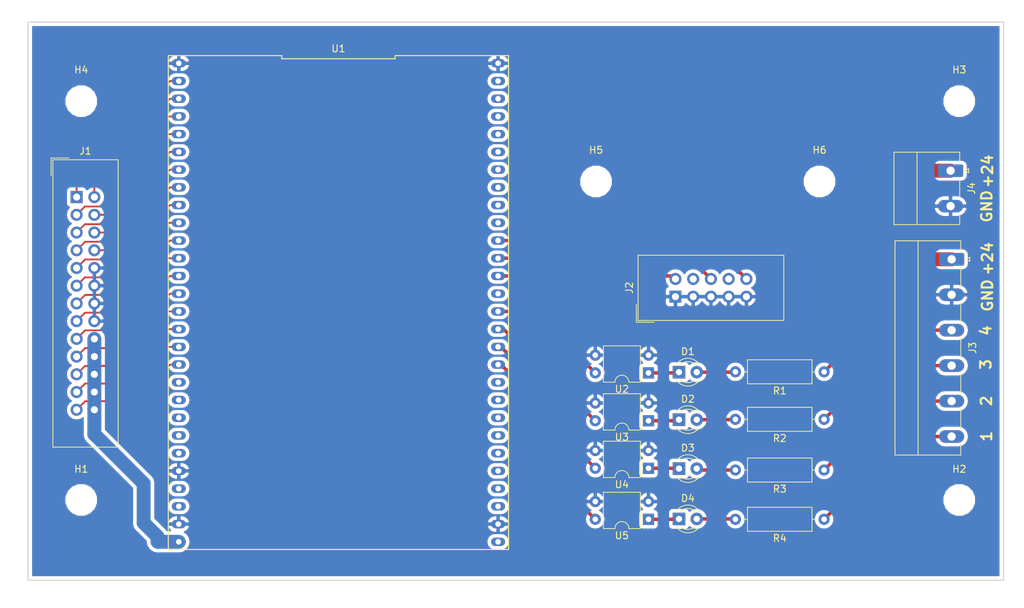
<source format=kicad_pcb>
(kicad_pcb (version 20171130) (host pcbnew "(5.0.2)-1")

  (general
    (thickness 1.6)
    (drawings 12)
    (tracks 158)
    (zones 0)
    (modules 23)
    (nets 68)
  )

  (page A4)
  (layers
    (0 F.Cu signal)
    (31 B.Cu signal)
    (32 B.Adhes user)
    (33 F.Adhes user)
    (34 B.Paste user)
    (35 F.Paste user)
    (36 B.SilkS user)
    (37 F.SilkS user)
    (38 B.Mask user)
    (39 F.Mask user)
    (40 Dwgs.User user)
    (41 Cmts.User user)
    (42 Eco1.User user)
    (43 Eco2.User user)
    (44 Edge.Cuts user)
    (45 Margin user)
    (46 B.CrtYd user)
    (47 F.CrtYd user)
    (48 B.Fab user)
    (49 F.Fab user)
  )

  (setup
    (last_trace_width 0.5)
    (user_trace_width 0.25)
    (user_trace_width 0.5)
    (user_trace_width 2)
    (trace_clearance 0.2)
    (zone_clearance 0.508)
    (zone_45_only no)
    (trace_min 0.2)
    (segment_width 0.2)
    (edge_width 0.15)
    (via_size 0.8)
    (via_drill 0.4)
    (via_min_size 0.4)
    (via_min_drill 0.3)
    (uvia_size 0.3)
    (uvia_drill 0.1)
    (uvias_allowed no)
    (uvia_min_size 0.2)
    (uvia_min_drill 0.1)
    (pcb_text_width 0.3)
    (pcb_text_size 1.5 1.5)
    (mod_edge_width 0.15)
    (mod_text_size 1 1)
    (mod_text_width 0.15)
    (pad_size 3.5 3.5)
    (pad_drill 3.5)
    (pad_to_mask_clearance 0.051)
    (solder_mask_min_width 0.25)
    (aux_axis_origin 0 0)
    (visible_elements 7FFFFFFF)
    (pcbplotparams
      (layerselection 0x010fc_ffffffff)
      (usegerberextensions false)
      (usegerberattributes false)
      (usegerberadvancedattributes false)
      (creategerberjobfile false)
      (excludeedgelayer true)
      (linewidth 0.100000)
      (plotframeref false)
      (viasonmask false)
      (mode 1)
      (useauxorigin false)
      (hpglpennumber 1)
      (hpglpenspeed 20)
      (hpglpendiameter 15.000000)
      (psnegative false)
      (psa4output false)
      (plotreference true)
      (plotvalue true)
      (plotinvisibletext false)
      (padsonsilk false)
      (subtractmaskfromsilk false)
      (outputformat 1)
      (mirror false)
      (drillshape 0)
      (scaleselection 1)
      (outputdirectory "Gerber/"))
  )

  (net 0 "")
  (net 1 GND)
  (net 2 "Net-(U1-Pad55)")
  (net 3 "Net-(U1-Pad54)")
  (net 4 "Net-(U1-Pad53)")
  (net 5 "Net-(U1-Pad52)")
  (net 6 "Net-(U1-Pad51)")
  (net 7 "Net-(U1-Pad50)")
  (net 8 "Net-(U1-Pad49)")
  (net 9 "Net-(U1-Pad48)")
  (net 10 "Net-(U1-Pad47)")
  (net 11 "Net-(U1-Pad42)")
  (net 12 "Net-(U1-Pad41)")
  (net 13 "Net-(U1-Pad40)")
  (net 14 "Net-(U1-Pad39)")
  (net 15 "Net-(U1-Pad38)")
  (net 16 "Net-(U1-Pad19)")
  (net 17 "Net-(U1-Pad37)")
  (net 18 "Net-(U1-Pad20)")
  (net 19 "Net-(U1-Pad36)")
  (net 20 "Net-(U1-Pad21)")
  (net 21 "Net-(U1-Pad35)")
  (net 22 "Net-(U1-Pad22)")
  (net 23 "Net-(U1-Pad34)")
  (net 24 "Net-(U1-Pad23)")
  (net 25 "Net-(U1-Pad33)")
  (net 26 "Net-(U1-Pad32)")
  (net 27 "Net-(U1-Pad25)")
  (net 28 "Net-(U1-Pad31)")
  (net 29 "Net-(U1-Pad26)")
  (net 30 "Net-(U1-Pad29)")
  (net 31 +5V)
  (net 32 "Net-(J1-Pad1)")
  (net 33 "Net-(J1-Pad2)")
  (net 34 "Net-(J1-Pad3)")
  (net 35 "Net-(J1-Pad4)")
  (net 36 "Net-(J1-Pad5)")
  (net 37 "Net-(J1-Pad6)")
  (net 38 "Net-(J1-Pad7)")
  (net 39 "Net-(J1-Pad8)")
  (net 40 "Net-(J1-Pad9)")
  (net 41 "Net-(J1-Pad11)")
  (net 42 "Net-(J1-Pad13)")
  (net 43 "Net-(J1-Pad15)")
  (net 44 "Net-(J1-Pad17)")
  (net 45 "Net-(J1-Pad19)")
  (net 46 "Net-(J1-Pad21)")
  (net 47 "Net-(J1-Pad23)")
  (net 48 "Net-(J1-Pad25)")
  (net 49 CURRENT_SENSE)
  (net 50 PWM)
  (net 51 DIR)
  (net 52 "Net-(J3-Pad3)")
  (net 53 "Net-(D1-Pad2)")
  (net 54 "Net-(D2-Pad2)")
  (net 55 "Net-(J3-Pad4)")
  (net 56 "Net-(J3-Pad5)")
  (net 57 "Net-(D3-Pad2)")
  (net 58 "Net-(D4-Pad2)")
  (net 59 "Net-(J3-Pad6)")
  (net 60 "Net-(D1-Pad1)")
  (net 61 "Net-(D2-Pad1)")
  (net 62 "Net-(D3-Pad1)")
  (net 63 "Net-(D4-Pad1)")
  (net 64 +24V)
  (net 65 "Net-(J2-Pad4)")
  (net 66 "Net-(U1-Pad43)")
  (net 67 "Net-(J2-Pad8)")

  (net_class Default "This is the default net class."
    (clearance 0.2)
    (trace_width 0.25)
    (via_dia 0.8)
    (via_drill 0.4)
    (uvia_dia 0.3)
    (uvia_drill 0.1)
    (add_net +24V)
    (add_net +5V)
    (add_net CURRENT_SENSE)
    (add_net DIR)
    (add_net GND)
    (add_net "Net-(D1-Pad1)")
    (add_net "Net-(D1-Pad2)")
    (add_net "Net-(D2-Pad1)")
    (add_net "Net-(D2-Pad2)")
    (add_net "Net-(D3-Pad1)")
    (add_net "Net-(D3-Pad2)")
    (add_net "Net-(D4-Pad1)")
    (add_net "Net-(D4-Pad2)")
    (add_net "Net-(J1-Pad1)")
    (add_net "Net-(J1-Pad11)")
    (add_net "Net-(J1-Pad13)")
    (add_net "Net-(J1-Pad15)")
    (add_net "Net-(J1-Pad17)")
    (add_net "Net-(J1-Pad19)")
    (add_net "Net-(J1-Pad2)")
    (add_net "Net-(J1-Pad21)")
    (add_net "Net-(J1-Pad23)")
    (add_net "Net-(J1-Pad25)")
    (add_net "Net-(J1-Pad3)")
    (add_net "Net-(J1-Pad4)")
    (add_net "Net-(J1-Pad5)")
    (add_net "Net-(J1-Pad6)")
    (add_net "Net-(J1-Pad7)")
    (add_net "Net-(J1-Pad8)")
    (add_net "Net-(J1-Pad9)")
    (add_net "Net-(J2-Pad4)")
    (add_net "Net-(J2-Pad8)")
    (add_net "Net-(J3-Pad3)")
    (add_net "Net-(J3-Pad4)")
    (add_net "Net-(J3-Pad5)")
    (add_net "Net-(J3-Pad6)")
    (add_net "Net-(U1-Pad19)")
    (add_net "Net-(U1-Pad20)")
    (add_net "Net-(U1-Pad21)")
    (add_net "Net-(U1-Pad22)")
    (add_net "Net-(U1-Pad23)")
    (add_net "Net-(U1-Pad25)")
    (add_net "Net-(U1-Pad26)")
    (add_net "Net-(U1-Pad29)")
    (add_net "Net-(U1-Pad31)")
    (add_net "Net-(U1-Pad32)")
    (add_net "Net-(U1-Pad33)")
    (add_net "Net-(U1-Pad34)")
    (add_net "Net-(U1-Pad35)")
    (add_net "Net-(U1-Pad36)")
    (add_net "Net-(U1-Pad37)")
    (add_net "Net-(U1-Pad38)")
    (add_net "Net-(U1-Pad39)")
    (add_net "Net-(U1-Pad40)")
    (add_net "Net-(U1-Pad41)")
    (add_net "Net-(U1-Pad42)")
    (add_net "Net-(U1-Pad43)")
    (add_net "Net-(U1-Pad47)")
    (add_net "Net-(U1-Pad48)")
    (add_net "Net-(U1-Pad49)")
    (add_net "Net-(U1-Pad50)")
    (add_net "Net-(U1-Pad51)")
    (add_net "Net-(U1-Pad52)")
    (add_net "Net-(U1-Pad53)")
    (add_net "Net-(U1-Pad54)")
    (add_net "Net-(U1-Pad55)")
    (add_net PWM)
  )

  (net_class LED ""
    (clearance 0.2)
    (trace_width 0.5)
    (via_dia 0.8)
    (via_drill 0.4)
    (uvia_dia 0.3)
    (uvia_drill 0.1)
  )

  (module MountingHole:MountingHole_3.5mm (layer F.Cu) (tedit 56D1B4CB) (tstamp 5E4CFD3D)
    (at 184.46 82.55)
    (descr "Mounting Hole 3.5mm, no annular")
    (tags "mounting hole 3.5mm no annular")
    (path /5E4DCBC9)
    (attr virtual)
    (fp_text reference H6 (at 0 -4.5) (layer F.SilkS)
      (effects (font (size 1 1) (thickness 0.15)))
    )
    (fp_text value MountingHole (at 0 4.5) (layer F.Fab)
      (effects (font (size 1 1) (thickness 0.15)))
    )
    (fp_circle (center 0 0) (end 3.75 0) (layer F.CrtYd) (width 0.05))
    (fp_circle (center 0 0) (end 3.5 0) (layer Cmts.User) (width 0.15))
    (fp_text user %R (at 0.3 0) (layer F.Fab)
      (effects (font (size 1 1) (thickness 0.15)))
    )
    (pad 1 np_thru_hole circle (at 0 0) (size 3.5 3.5) (drill 3.5) (layers *.Cu *.Mask))
  )

  (module MountingHole:MountingHole_3.5mm (layer F.Cu) (tedit 56D1B4CB) (tstamp 5E4CFD0B)
    (at 152.46 82.55)
    (descr "Mounting Hole 3.5mm, no annular")
    (tags "mounting hole 3.5mm no annular")
    (path /5E4DCB7F)
    (attr virtual)
    (fp_text reference H5 (at 0 -4.5) (layer F.SilkS)
      (effects (font (size 1 1) (thickness 0.15)))
    )
    (fp_text value MountingHole (at 0 4.5) (layer F.Fab)
      (effects (font (size 1 1) (thickness 0.15)))
    )
    (fp_text user %R (at 0.3 0) (layer F.Fab)
      (effects (font (size 1 1) (thickness 0.15)))
    )
    (fp_circle (center 0 0) (end 3.5 0) (layer Cmts.User) (width 0.15))
    (fp_circle (center 0 0) (end 3.75 0) (layer F.CrtYd) (width 0.05))
    (pad 1 np_thru_hole circle (at 0 0) (size 3.5 3.5) (drill 3.5) (layers *.Cu *.Mask))
  )

  (module MountingHole:MountingHole_3.5mm (layer F.Cu) (tedit 5E41C645) (tstamp 5E4CED06)
    (at 204.47 128.27)
    (descr "Mounting Hole 3.5mm, no annular")
    (tags "mounting hole 3.5mm no annular")
    (path /5E4DC210)
    (attr virtual)
    (fp_text reference H2 (at 0 -4.5) (layer F.SilkS)
      (effects (font (size 1 1) (thickness 0.15)))
    )
    (fp_text value MountingHole (at 0 4.5) (layer F.Fab)
      (effects (font (size 1 1) (thickness 0.15)))
    )
    (fp_circle (center 0 0) (end 3.75 0) (layer F.CrtYd) (width 0.05))
    (fp_circle (center 0 0) (end 3.5 0) (layer Cmts.User) (width 0.15))
    (fp_text user %R (at 0.3 0) (layer F.Fab)
      (effects (font (size 1 1) (thickness 0.15)))
    )
    (pad "" np_thru_hole circle (at 0 -0.08) (size 3.5 3.5) (drill 3.5) (layers *.Cu *.Mask))
  )

  (module MountingHole:MountingHole_3.5mm (layer F.Cu) (tedit 56D1B4CB) (tstamp 5E4CECFE)
    (at 204.47 71.04)
    (descr "Mounting Hole 3.5mm, no annular")
    (tags "mounting hole 3.5mm no annular")
    (path /5E4DC26C)
    (attr virtual)
    (fp_text reference H3 (at 0 -4.5) (layer F.SilkS)
      (effects (font (size 1 1) (thickness 0.15)))
    )
    (fp_text value MountingHole (at 0 4.5) (layer F.Fab)
      (effects (font (size 1 1) (thickness 0.15)))
    )
    (fp_text user %R (at 0.3 0) (layer F.Fab)
      (effects (font (size 1 1) (thickness 0.15)))
    )
    (fp_circle (center 0 0) (end 3.5 0) (layer Cmts.User) (width 0.15))
    (fp_circle (center 0 0) (end 3.75 0) (layer F.CrtYd) (width 0.05))
    (pad 1 np_thru_hole circle (at 0 0) (size 3.5 3.5) (drill 3.5) (layers *.Cu *.Mask))
  )

  (module MountingHole:MountingHole_3.5mm (layer F.Cu) (tedit 5E41C63E) (tstamp 5E4CECF6)
    (at 78.74 128.27)
    (descr "Mounting Hole 3.5mm, no annular")
    (tags "mounting hole 3.5mm no annular")
    (path /5E4DC1A4)
    (attr virtual)
    (fp_text reference H1 (at 0 -4.5) (layer F.SilkS)
      (effects (font (size 1 1) (thickness 0.15)))
    )
    (fp_text value MountingHole (at 0 4.5) (layer F.Fab)
      (effects (font (size 1 1) (thickness 0.15)))
    )
    (fp_circle (center 0 0) (end 3.75 0) (layer F.CrtYd) (width 0.05))
    (fp_circle (center 0 0) (end 3.5 0) (layer Cmts.User) (width 0.15))
    (fp_text user %R (at 0.3 0) (layer F.Fab)
      (effects (font (size 1 1) (thickness 0.15)))
    )
    (pad "" np_thru_hole circle (at 0 -0.08) (size 3.5 3.5) (drill 3.5) (layers *.Cu *.Mask))
  )

  (module MountingHole:MountingHole_3.5mm (layer F.Cu) (tedit 56D1B4CB) (tstamp 5E4CECEE)
    (at 78.74 71.04)
    (descr "Mounting Hole 3.5mm, no annular")
    (tags "mounting hole 3.5mm no annular")
    (path /5E4DC30C)
    (attr virtual)
    (fp_text reference H4 (at 0 -4.5) (layer F.SilkS)
      (effects (font (size 1 1) (thickness 0.15)))
    )
    (fp_text value MountingHole (at 0 4.5) (layer F.Fab)
      (effects (font (size 1 1) (thickness 0.15)))
    )
    (fp_text user %R (at 0.3 0) (layer F.Fab)
      (effects (font (size 1 1) (thickness 0.15)))
    )
    (fp_circle (center 0 0) (end 3.5 0) (layer Cmts.User) (width 0.15))
    (fp_circle (center 0 0) (end 3.75 0) (layer F.CrtYd) (width 0.05))
    (pad 1 np_thru_hole circle (at 0 0) (size 3.5 3.5) (drill 3.5) (layers *.Cu *.Mask))
  )

  (module Connector_Phoenix_MC_HighVoltage:PhoenixContact_MC_1,5_2-G-5.08_1x02_P5.08mm_Horizontal (layer F.Cu) (tedit 5B784ED2) (tstamp 5E4D06D7)
    (at 203.2254 81.0006 270)
    (descr "Generic Phoenix Contact connector footprint for: MC_1,5/2-G-5.08; number of pins: 02; pin pitch: 5.08mm; Angled || order number: 1836189 8A 320V")
    (tags "phoenix_contact connector MC_01x02_G_5.08mm")
    (path /5E4CCD58)
    (fp_text reference J4 (at 2.54 -3 270) (layer F.SilkS)
      (effects (font (size 1 1) (thickness 0.15)))
    )
    (fp_text value Conn_01x02 (at 2.54 9.2 270) (layer F.Fab)
      (effects (font (size 1 1) (thickness 0.15)))
    )
    (fp_line (start -2.65 -1.31) (end -2.65 8.11) (layer F.SilkS) (width 0.12))
    (fp_line (start -2.65 8.11) (end 7.73 8.11) (layer F.SilkS) (width 0.12))
    (fp_line (start 7.73 8.11) (end 7.73 -1.31) (layer F.SilkS) (width 0.12))
    (fp_line (start -2.65 -1.31) (end -1.05 -1.31) (layer F.SilkS) (width 0.12))
    (fp_line (start 7.73 -1.31) (end 6.13 -1.31) (layer F.SilkS) (width 0.12))
    (fp_line (start 1.05 -1.31) (end 4.03 -1.31) (layer F.SilkS) (width 0.12))
    (fp_line (start -2.54 -1.2) (end -2.54 8) (layer F.Fab) (width 0.1))
    (fp_line (start -2.54 8) (end 7.62 8) (layer F.Fab) (width 0.1))
    (fp_line (start 7.62 8) (end 7.62 -1.2) (layer F.Fab) (width 0.1))
    (fp_line (start 7.62 -1.2) (end -2.54 -1.2) (layer F.Fab) (width 0.1))
    (fp_line (start -2.65 4.8) (end 7.73 4.8) (layer F.SilkS) (width 0.12))
    (fp_line (start -3.15 -2.3) (end -3.15 8.5) (layer F.CrtYd) (width 0.05))
    (fp_line (start -3.15 8.5) (end 8.12 8.5) (layer F.CrtYd) (width 0.05))
    (fp_line (start 8.12 8.5) (end 8.12 -2.3) (layer F.CrtYd) (width 0.05))
    (fp_line (start 8.12 -2.3) (end -3.15 -2.3) (layer F.CrtYd) (width 0.05))
    (fp_line (start 0.3 -2.6) (end 0 -2) (layer F.SilkS) (width 0.12))
    (fp_line (start 0 -2) (end -0.3 -2.6) (layer F.SilkS) (width 0.12))
    (fp_line (start -0.3 -2.6) (end 0.3 -2.6) (layer F.SilkS) (width 0.12))
    (fp_line (start 0.8 -1.2) (end 0 0) (layer F.Fab) (width 0.1))
    (fp_line (start 0 0) (end -0.8 -1.2) (layer F.Fab) (width 0.1))
    (fp_text user %R (at 2.54 -0.5 270) (layer F.Fab)
      (effects (font (size 1 1) (thickness 0.15)))
    )
    (pad 1 thru_hole roundrect (at 0 0 270) (size 1.8 3.6) (drill 1.2) (layers *.Cu *.Mask) (roundrect_rratio 0.138889)
      (net 64 +24V))
    (pad 2 thru_hole oval (at 5.08 0 270) (size 1.8 3.6) (drill 1.2) (layers *.Cu *.Mask)
      (net 1 GND))
    (model ${KISYS3DMOD}/Connector_Phoenix_MC_HighVoltage.3dshapes/PhoenixContact_MC_1,5_2-G-5.08_1x02_P5.08mm_Horizontal.wrl
      (at (xyz 0 0 0))
      (scale (xyz 1 1 1))
      (rotate (xyz 0 0 0))
    )
  )

  (module Connector_Phoenix_MC_HighVoltage:PhoenixContact_MC_1,5_6-G-5.08_1x06_P5.08mm_Horizontal (layer F.Cu) (tedit 5B784ED2) (tstamp 5E4D0679)
    (at 203.3778 93.7006 270)
    (descr "Generic Phoenix Contact connector footprint for: MC_1,5/6-G-5.08; number of pins: 06; pin pitch: 5.08mm; Angled || order number: 1836228 8A 320V")
    (tags "phoenix_contact connector MC_01x06_G_5.08mm")
    (path /5E46C36B)
    (fp_text reference J3 (at 12.7 -3 270) (layer F.SilkS)
      (effects (font (size 1 1) (thickness 0.15)))
    )
    (fp_text value Conn_01x06 (at 12.7 9.2 270) (layer F.Fab)
      (effects (font (size 1 1) (thickness 0.15)))
    )
    (fp_line (start -2.65 -1.31) (end -2.65 8.11) (layer F.SilkS) (width 0.12))
    (fp_line (start -2.65 8.11) (end 28.05 8.11) (layer F.SilkS) (width 0.12))
    (fp_line (start 28.05 8.11) (end 28.05 -1.31) (layer F.SilkS) (width 0.12))
    (fp_line (start -2.65 -1.31) (end -1.05 -1.31) (layer F.SilkS) (width 0.12))
    (fp_line (start 28.05 -1.31) (end 26.45 -1.31) (layer F.SilkS) (width 0.12))
    (fp_line (start 1.05 -1.31) (end 4.03 -1.31) (layer F.SilkS) (width 0.12))
    (fp_line (start 6.13 -1.31) (end 9.11 -1.31) (layer F.SilkS) (width 0.12))
    (fp_line (start 11.21 -1.31) (end 14.19 -1.31) (layer F.SilkS) (width 0.12))
    (fp_line (start 16.29 -1.31) (end 19.27 -1.31) (layer F.SilkS) (width 0.12))
    (fp_line (start 21.37 -1.31) (end 24.35 -1.31) (layer F.SilkS) (width 0.12))
    (fp_line (start -2.54 -1.2) (end -2.54 8) (layer F.Fab) (width 0.1))
    (fp_line (start -2.54 8) (end 27.94 8) (layer F.Fab) (width 0.1))
    (fp_line (start 27.94 8) (end 27.94 -1.2) (layer F.Fab) (width 0.1))
    (fp_line (start 27.94 -1.2) (end -2.54 -1.2) (layer F.Fab) (width 0.1))
    (fp_line (start -2.65 4.8) (end 28.05 4.8) (layer F.SilkS) (width 0.12))
    (fp_line (start -3.15 -2.3) (end -3.15 8.5) (layer F.CrtYd) (width 0.05))
    (fp_line (start -3.15 8.5) (end 28.44 8.5) (layer F.CrtYd) (width 0.05))
    (fp_line (start 28.44 8.5) (end 28.44 -2.3) (layer F.CrtYd) (width 0.05))
    (fp_line (start 28.44 -2.3) (end -3.15 -2.3) (layer F.CrtYd) (width 0.05))
    (fp_line (start 0.3 -2.6) (end 0 -2) (layer F.SilkS) (width 0.12))
    (fp_line (start 0 -2) (end -0.3 -2.6) (layer F.SilkS) (width 0.12))
    (fp_line (start -0.3 -2.6) (end 0.3 -2.6) (layer F.SilkS) (width 0.12))
    (fp_line (start 0.8 -1.2) (end 0 0) (layer F.Fab) (width 0.1))
    (fp_line (start 0 0) (end -0.8 -1.2) (layer F.Fab) (width 0.1))
    (fp_text user %R (at 12.7 -0.5 270) (layer F.Fab)
      (effects (font (size 1 1) (thickness 0.15)))
    )
    (pad 1 thru_hole roundrect (at 0 0 270) (size 1.8 3.6) (drill 1.2) (layers *.Cu *.Mask) (roundrect_rratio 0.138889)
      (net 64 +24V))
    (pad 2 thru_hole oval (at 5.08 0 270) (size 1.8 3.6) (drill 1.2) (layers *.Cu *.Mask)
      (net 1 GND))
    (pad 3 thru_hole oval (at 10.16 0 270) (size 1.8 3.6) (drill 1.2) (layers *.Cu *.Mask)
      (net 52 "Net-(J3-Pad3)"))
    (pad 4 thru_hole oval (at 15.24 0 270) (size 1.8 3.6) (drill 1.2) (layers *.Cu *.Mask)
      (net 55 "Net-(J3-Pad4)"))
    (pad 5 thru_hole oval (at 20.32 0 270) (size 1.8 3.6) (drill 1.2) (layers *.Cu *.Mask)
      (net 56 "Net-(J3-Pad5)"))
    (pad 6 thru_hole oval (at 25.4 0 270) (size 1.8 3.6) (drill 1.2) (layers *.Cu *.Mask)
      (net 59 "Net-(J3-Pad6)"))
    (model ${KISYS3DMOD}/Connector_Phoenix_MC_HighVoltage.3dshapes/PhoenixContact_MC_1,5_6-G-5.08_1x06_P5.08mm_Horizontal.wrl
      (at (xyz 0 0 0))
      (scale (xyz 1 1 1))
      (rotate (xyz 0 0 0))
    )
  )

  (module Resistor_THT:R_Axial_DIN0309_L9.0mm_D3.2mm_P12.70mm_Horizontal (layer F.Cu) (tedit 5AE5139B) (tstamp 5E438A69)
    (at 185.1152 130.9624 180)
    (descr "Resistor, Axial_DIN0309 series, Axial, Horizontal, pin pitch=12.7mm, 0.5W = 1/2W, length*diameter=9*3.2mm^2, http://cdn-reichelt.de/documents/datenblatt/B400/1_4W%23YAG.pdf")
    (tags "Resistor Axial_DIN0309 series Axial Horizontal pin pitch 12.7mm 0.5W = 1/2W length 9mm diameter 3.2mm")
    (path /5E49CE7A)
    (fp_text reference R4 (at 6.35 -2.72 180) (layer F.SilkS)
      (effects (font (size 1 1) (thickness 0.15)))
    )
    (fp_text value 3,3K (at 6.35 2.72 180) (layer F.Fab)
      (effects (font (size 1 1) (thickness 0.15)))
    )
    (fp_text user %R (at 6.35 0 180) (layer F.Fab)
      (effects (font (size 1 1) (thickness 0.15)))
    )
    (fp_line (start 13.75 -1.85) (end -1.05 -1.85) (layer F.CrtYd) (width 0.05))
    (fp_line (start 13.75 1.85) (end 13.75 -1.85) (layer F.CrtYd) (width 0.05))
    (fp_line (start -1.05 1.85) (end 13.75 1.85) (layer F.CrtYd) (width 0.05))
    (fp_line (start -1.05 -1.85) (end -1.05 1.85) (layer F.CrtYd) (width 0.05))
    (fp_line (start 11.66 0) (end 10.97 0) (layer F.SilkS) (width 0.12))
    (fp_line (start 1.04 0) (end 1.73 0) (layer F.SilkS) (width 0.12))
    (fp_line (start 10.97 -1.72) (end 1.73 -1.72) (layer F.SilkS) (width 0.12))
    (fp_line (start 10.97 1.72) (end 10.97 -1.72) (layer F.SilkS) (width 0.12))
    (fp_line (start 1.73 1.72) (end 10.97 1.72) (layer F.SilkS) (width 0.12))
    (fp_line (start 1.73 -1.72) (end 1.73 1.72) (layer F.SilkS) (width 0.12))
    (fp_line (start 12.7 0) (end 10.85 0) (layer F.Fab) (width 0.1))
    (fp_line (start 0 0) (end 1.85 0) (layer F.Fab) (width 0.1))
    (fp_line (start 10.85 -1.6) (end 1.85 -1.6) (layer F.Fab) (width 0.1))
    (fp_line (start 10.85 1.6) (end 10.85 -1.6) (layer F.Fab) (width 0.1))
    (fp_line (start 1.85 1.6) (end 10.85 1.6) (layer F.Fab) (width 0.1))
    (fp_line (start 1.85 -1.6) (end 1.85 1.6) (layer F.Fab) (width 0.1))
    (pad 2 thru_hole oval (at 12.7 0 180) (size 1.6 1.6) (drill 0.8) (layers *.Cu *.Mask)
      (net 58 "Net-(D4-Pad2)"))
    (pad 1 thru_hole circle (at 0 0 180) (size 1.6 1.6) (drill 0.8) (layers *.Cu *.Mask)
      (net 59 "Net-(J3-Pad6)"))
    (model ${KISYS3DMOD}/Resistor_THT.3dshapes/R_Axial_DIN0309_L9.0mm_D3.2mm_P12.70mm_Horizontal.wrl
      (at (xyz 0 0 0))
      (scale (xyz 1 1 1))
      (rotate (xyz 0 0 0))
    )
  )

  (module Resistor_THT:R_Axial_DIN0309_L9.0mm_D3.2mm_P12.70mm_Horizontal (layer F.Cu) (tedit 5AE5139B) (tstamp 5E438A53)
    (at 185.1152 123.9012 180)
    (descr "Resistor, Axial_DIN0309 series, Axial, Horizontal, pin pitch=12.7mm, 0.5W = 1/2W, length*diameter=9*3.2mm^2, http://cdn-reichelt.de/documents/datenblatt/B400/1_4W%23YAG.pdf")
    (tags "Resistor Axial_DIN0309 series Axial Horizontal pin pitch 12.7mm 0.5W = 1/2W length 9mm diameter 3.2mm")
    (path /5E49CE44)
    (fp_text reference R3 (at 6.35 -2.72 180) (layer F.SilkS)
      (effects (font (size 1 1) (thickness 0.15)))
    )
    (fp_text value 3,3K (at 6.35 2.72 180) (layer F.Fab)
      (effects (font (size 1 1) (thickness 0.15)))
    )
    (fp_line (start 1.85 -1.6) (end 1.85 1.6) (layer F.Fab) (width 0.1))
    (fp_line (start 1.85 1.6) (end 10.85 1.6) (layer F.Fab) (width 0.1))
    (fp_line (start 10.85 1.6) (end 10.85 -1.6) (layer F.Fab) (width 0.1))
    (fp_line (start 10.85 -1.6) (end 1.85 -1.6) (layer F.Fab) (width 0.1))
    (fp_line (start 0 0) (end 1.85 0) (layer F.Fab) (width 0.1))
    (fp_line (start 12.7 0) (end 10.85 0) (layer F.Fab) (width 0.1))
    (fp_line (start 1.73 -1.72) (end 1.73 1.72) (layer F.SilkS) (width 0.12))
    (fp_line (start 1.73 1.72) (end 10.97 1.72) (layer F.SilkS) (width 0.12))
    (fp_line (start 10.97 1.72) (end 10.97 -1.72) (layer F.SilkS) (width 0.12))
    (fp_line (start 10.97 -1.72) (end 1.73 -1.72) (layer F.SilkS) (width 0.12))
    (fp_line (start 1.04 0) (end 1.73 0) (layer F.SilkS) (width 0.12))
    (fp_line (start 11.66 0) (end 10.97 0) (layer F.SilkS) (width 0.12))
    (fp_line (start -1.05 -1.85) (end -1.05 1.85) (layer F.CrtYd) (width 0.05))
    (fp_line (start -1.05 1.85) (end 13.75 1.85) (layer F.CrtYd) (width 0.05))
    (fp_line (start 13.75 1.85) (end 13.75 -1.85) (layer F.CrtYd) (width 0.05))
    (fp_line (start 13.75 -1.85) (end -1.05 -1.85) (layer F.CrtYd) (width 0.05))
    (fp_text user %R (at 6.35 0 180) (layer F.Fab)
      (effects (font (size 1 1) (thickness 0.15)))
    )
    (pad 1 thru_hole circle (at 0 0 180) (size 1.6 1.6) (drill 0.8) (layers *.Cu *.Mask)
      (net 56 "Net-(J3-Pad5)"))
    (pad 2 thru_hole oval (at 12.7 0 180) (size 1.6 1.6) (drill 0.8) (layers *.Cu *.Mask)
      (net 57 "Net-(D3-Pad2)"))
    (model ${KISYS3DMOD}/Resistor_THT.3dshapes/R_Axial_DIN0309_L9.0mm_D3.2mm_P12.70mm_Horizontal.wrl
      (at (xyz 0 0 0))
      (scale (xyz 1 1 1))
      (rotate (xyz 0 0 0))
    )
  )

  (module Resistor_THT:R_Axial_DIN0309_L9.0mm_D3.2mm_P12.70mm_Horizontal (layer F.Cu) (tedit 5AE5139B) (tstamp 5E438A3D)
    (at 185.1152 116.6368 180)
    (descr "Resistor, Axial_DIN0309 series, Axial, Horizontal, pin pitch=12.7mm, 0.5W = 1/2W, length*diameter=9*3.2mm^2, http://cdn-reichelt.de/documents/datenblatt/B400/1_4W%23YAG.pdf")
    (tags "Resistor Axial_DIN0309 series Axial Horizontal pin pitch 12.7mm 0.5W = 1/2W length 9mm diameter 3.2mm")
    (path /5E49CE10)
    (fp_text reference R2 (at 6.35 -2.72 180) (layer F.SilkS)
      (effects (font (size 1 1) (thickness 0.15)))
    )
    (fp_text value 3,3K (at 6.35 2.72 180) (layer F.Fab)
      (effects (font (size 1 1) (thickness 0.15)))
    )
    (fp_text user %R (at 6.35 0 180) (layer F.Fab)
      (effects (font (size 1 1) (thickness 0.15)))
    )
    (fp_line (start 13.75 -1.85) (end -1.05 -1.85) (layer F.CrtYd) (width 0.05))
    (fp_line (start 13.75 1.85) (end 13.75 -1.85) (layer F.CrtYd) (width 0.05))
    (fp_line (start -1.05 1.85) (end 13.75 1.85) (layer F.CrtYd) (width 0.05))
    (fp_line (start -1.05 -1.85) (end -1.05 1.85) (layer F.CrtYd) (width 0.05))
    (fp_line (start 11.66 0) (end 10.97 0) (layer F.SilkS) (width 0.12))
    (fp_line (start 1.04 0) (end 1.73 0) (layer F.SilkS) (width 0.12))
    (fp_line (start 10.97 -1.72) (end 1.73 -1.72) (layer F.SilkS) (width 0.12))
    (fp_line (start 10.97 1.72) (end 10.97 -1.72) (layer F.SilkS) (width 0.12))
    (fp_line (start 1.73 1.72) (end 10.97 1.72) (layer F.SilkS) (width 0.12))
    (fp_line (start 1.73 -1.72) (end 1.73 1.72) (layer F.SilkS) (width 0.12))
    (fp_line (start 12.7 0) (end 10.85 0) (layer F.Fab) (width 0.1))
    (fp_line (start 0 0) (end 1.85 0) (layer F.Fab) (width 0.1))
    (fp_line (start 10.85 -1.6) (end 1.85 -1.6) (layer F.Fab) (width 0.1))
    (fp_line (start 10.85 1.6) (end 10.85 -1.6) (layer F.Fab) (width 0.1))
    (fp_line (start 1.85 1.6) (end 10.85 1.6) (layer F.Fab) (width 0.1))
    (fp_line (start 1.85 -1.6) (end 1.85 1.6) (layer F.Fab) (width 0.1))
    (pad 2 thru_hole oval (at 12.7 0 180) (size 1.6 1.6) (drill 0.8) (layers *.Cu *.Mask)
      (net 54 "Net-(D2-Pad2)"))
    (pad 1 thru_hole circle (at 0 0 180) (size 1.6 1.6) (drill 0.8) (layers *.Cu *.Mask)
      (net 55 "Net-(J3-Pad4)"))
    (model ${KISYS3DMOD}/Resistor_THT.3dshapes/R_Axial_DIN0309_L9.0mm_D3.2mm_P12.70mm_Horizontal.wrl
      (at (xyz 0 0 0))
      (scale (xyz 1 1 1))
      (rotate (xyz 0 0 0))
    )
  )

  (module Resistor_THT:R_Axial_DIN0309_L9.0mm_D3.2mm_P12.70mm_Horizontal (layer F.Cu) (tedit 5AE5139B) (tstamp 5E438A27)
    (at 185.1152 109.8296 180)
    (descr "Resistor, Axial_DIN0309 series, Axial, Horizontal, pin pitch=12.7mm, 0.5W = 1/2W, length*diameter=9*3.2mm^2, http://cdn-reichelt.de/documents/datenblatt/B400/1_4W%23YAG.pdf")
    (tags "Resistor Axial_DIN0309 series Axial Horizontal pin pitch 12.7mm 0.5W = 1/2W length 9mm diameter 3.2mm")
    (path /5E49CDA1)
    (fp_text reference R1 (at 6.35 -2.72 180) (layer F.SilkS)
      (effects (font (size 1 1) (thickness 0.15)))
    )
    (fp_text value 3,3K (at 6.35 2.72 180) (layer F.Fab)
      (effects (font (size 1 1) (thickness 0.15)))
    )
    (fp_line (start 1.85 -1.6) (end 1.85 1.6) (layer F.Fab) (width 0.1))
    (fp_line (start 1.85 1.6) (end 10.85 1.6) (layer F.Fab) (width 0.1))
    (fp_line (start 10.85 1.6) (end 10.85 -1.6) (layer F.Fab) (width 0.1))
    (fp_line (start 10.85 -1.6) (end 1.85 -1.6) (layer F.Fab) (width 0.1))
    (fp_line (start 0 0) (end 1.85 0) (layer F.Fab) (width 0.1))
    (fp_line (start 12.7 0) (end 10.85 0) (layer F.Fab) (width 0.1))
    (fp_line (start 1.73 -1.72) (end 1.73 1.72) (layer F.SilkS) (width 0.12))
    (fp_line (start 1.73 1.72) (end 10.97 1.72) (layer F.SilkS) (width 0.12))
    (fp_line (start 10.97 1.72) (end 10.97 -1.72) (layer F.SilkS) (width 0.12))
    (fp_line (start 10.97 -1.72) (end 1.73 -1.72) (layer F.SilkS) (width 0.12))
    (fp_line (start 1.04 0) (end 1.73 0) (layer F.SilkS) (width 0.12))
    (fp_line (start 11.66 0) (end 10.97 0) (layer F.SilkS) (width 0.12))
    (fp_line (start -1.05 -1.85) (end -1.05 1.85) (layer F.CrtYd) (width 0.05))
    (fp_line (start -1.05 1.85) (end 13.75 1.85) (layer F.CrtYd) (width 0.05))
    (fp_line (start 13.75 1.85) (end 13.75 -1.85) (layer F.CrtYd) (width 0.05))
    (fp_line (start 13.75 -1.85) (end -1.05 -1.85) (layer F.CrtYd) (width 0.05))
    (fp_text user %R (at 6.35 0 180) (layer F.Fab)
      (effects (font (size 1 1) (thickness 0.15)))
    )
    (pad 1 thru_hole circle (at 0 0 180) (size 1.6 1.6) (drill 0.8) (layers *.Cu *.Mask)
      (net 52 "Net-(J3-Pad3)"))
    (pad 2 thru_hole oval (at 12.7 0 180) (size 1.6 1.6) (drill 0.8) (layers *.Cu *.Mask)
      (net 53 "Net-(D1-Pad2)"))
    (model ${KISYS3DMOD}/Resistor_THT.3dshapes/R_Axial_DIN0309_L9.0mm_D3.2mm_P12.70mm_Horizontal.wrl
      (at (xyz 0 0 0))
      (scale (xyz 1 1 1))
      (rotate (xyz 0 0 0))
    )
  )

  (module Connector_IDC:IDC-Header_2x05_P2.54mm_Vertical (layer F.Cu) (tedit 59DE0611) (tstamp 5E4CCB4E)
    (at 163.83 99.06 90)
    (descr "Through hole straight IDC box header, 2x05, 2.54mm pitch, double rows")
    (tags "Through hole IDC box header THT 2x05 2.54mm double row")
    (path /5E40AF4E)
    (fp_text reference J2 (at 1.27 -6.604 90) (layer F.SilkS)
      (effects (font (size 1 1) (thickness 0.15)))
    )
    (fp_text value Con_Motor (at 1.27 16.764 90) (layer F.Fab)
      (effects (font (size 1 1) (thickness 0.15)))
    )
    (fp_text user %R (at 1.27 5.08 90) (layer F.Fab)
      (effects (font (size 1 1) (thickness 0.15)))
    )
    (fp_line (start 5.695 -5.1) (end 5.695 15.26) (layer F.Fab) (width 0.1))
    (fp_line (start 5.145 -4.56) (end 5.145 14.7) (layer F.Fab) (width 0.1))
    (fp_line (start -3.155 -5.1) (end -3.155 15.26) (layer F.Fab) (width 0.1))
    (fp_line (start -2.605 -4.56) (end -2.605 2.83) (layer F.Fab) (width 0.1))
    (fp_line (start -2.605 7.33) (end -2.605 14.7) (layer F.Fab) (width 0.1))
    (fp_line (start -2.605 2.83) (end -3.155 2.83) (layer F.Fab) (width 0.1))
    (fp_line (start -2.605 7.33) (end -3.155 7.33) (layer F.Fab) (width 0.1))
    (fp_line (start 5.695 -5.1) (end -3.155 -5.1) (layer F.Fab) (width 0.1))
    (fp_line (start 5.145 -4.56) (end -2.605 -4.56) (layer F.Fab) (width 0.1))
    (fp_line (start 5.695 15.26) (end -3.155 15.26) (layer F.Fab) (width 0.1))
    (fp_line (start 5.145 14.7) (end -2.605 14.7) (layer F.Fab) (width 0.1))
    (fp_line (start 5.695 -5.1) (end 5.145 -4.56) (layer F.Fab) (width 0.1))
    (fp_line (start 5.695 15.26) (end 5.145 14.7) (layer F.Fab) (width 0.1))
    (fp_line (start -3.155 -5.1) (end -2.605 -4.56) (layer F.Fab) (width 0.1))
    (fp_line (start -3.155 15.26) (end -2.605 14.7) (layer F.Fab) (width 0.1))
    (fp_line (start 5.95 -5.35) (end 5.95 15.51) (layer F.CrtYd) (width 0.05))
    (fp_line (start 5.95 15.51) (end -3.41 15.51) (layer F.CrtYd) (width 0.05))
    (fp_line (start -3.41 15.51) (end -3.41 -5.35) (layer F.CrtYd) (width 0.05))
    (fp_line (start -3.41 -5.35) (end 5.95 -5.35) (layer F.CrtYd) (width 0.05))
    (fp_line (start 5.945 -5.35) (end 5.945 15.51) (layer F.SilkS) (width 0.12))
    (fp_line (start 5.945 15.51) (end -3.405 15.51) (layer F.SilkS) (width 0.12))
    (fp_line (start -3.405 15.51) (end -3.405 -5.35) (layer F.SilkS) (width 0.12))
    (fp_line (start -3.405 -5.35) (end 5.945 -5.35) (layer F.SilkS) (width 0.12))
    (fp_line (start -3.655 -5.6) (end -3.655 -3.06) (layer F.SilkS) (width 0.12))
    (fp_line (start -3.655 -5.6) (end -1.115 -5.6) (layer F.SilkS) (width 0.12))
    (pad 1 thru_hole rect (at 0 0 90) (size 1.7272 1.7272) (drill 1.016) (layers *.Cu *.Mask)
      (net 1 GND))
    (pad 2 thru_hole oval (at 2.54 0 90) (size 1.7272 1.7272) (drill 1.016) (layers *.Cu *.Mask)
      (net 51 DIR))
    (pad 3 thru_hole oval (at 0 2.54 90) (size 1.7272 1.7272) (drill 1.016) (layers *.Cu *.Mask)
      (net 1 GND))
    (pad 4 thru_hole oval (at 2.54 2.54 90) (size 1.7272 1.7272) (drill 1.016) (layers *.Cu *.Mask)
      (net 65 "Net-(J2-Pad4)"))
    (pad 5 thru_hole oval (at 0 5.08 90) (size 1.7272 1.7272) (drill 1.016) (layers *.Cu *.Mask)
      (net 1 GND))
    (pad 6 thru_hole oval (at 2.54 5.08 90) (size 1.7272 1.7272) (drill 1.016) (layers *.Cu *.Mask)
      (net 50 PWM))
    (pad 7 thru_hole oval (at 0 7.62 90) (size 1.7272 1.7272) (drill 1.016) (layers *.Cu *.Mask)
      (net 1 GND))
    (pad 8 thru_hole oval (at 2.54 7.62 90) (size 1.7272 1.7272) (drill 1.016) (layers *.Cu *.Mask)
      (net 67 "Net-(J2-Pad8)"))
    (pad 9 thru_hole oval (at 0 10.16 90) (size 1.7272 1.7272) (drill 1.016) (layers *.Cu *.Mask)
      (net 1 GND))
    (pad 10 thru_hole oval (at 2.54 10.16 90) (size 1.7272 1.7272) (drill 1.016) (layers *.Cu *.Mask)
      (net 49 CURRENT_SENSE))
    (model ${KISYS3DMOD}/Connector_IDC.3dshapes/IDC-Header_2x05_P2.54mm_Vertical.wrl
      (at (xyz 0 0 0))
      (scale (xyz 1 1 1))
      (rotate (xyz 0 0 0))
    )
  )

  (module LED_THT:LED_D3.0mm (layer F.Cu) (tedit 587A3A7B) (tstamp 5E4376C9)
    (at 164.338 130.9116)
    (descr "LED, diameter 3.0mm, 2 pins")
    (tags "LED diameter 3.0mm 2 pins")
    (path /5E45D19E)
    (fp_text reference D4 (at 1.27 -2.96) (layer F.SilkS)
      (effects (font (size 1 1) (thickness 0.15)))
    )
    (fp_text value LED (at 1.27 2.96) (layer F.Fab)
      (effects (font (size 1 1) (thickness 0.15)))
    )
    (fp_line (start 3.7 -2.25) (end -1.15 -2.25) (layer F.CrtYd) (width 0.05))
    (fp_line (start 3.7 2.25) (end 3.7 -2.25) (layer F.CrtYd) (width 0.05))
    (fp_line (start -1.15 2.25) (end 3.7 2.25) (layer F.CrtYd) (width 0.05))
    (fp_line (start -1.15 -2.25) (end -1.15 2.25) (layer F.CrtYd) (width 0.05))
    (fp_line (start -0.29 1.08) (end -0.29 1.236) (layer F.SilkS) (width 0.12))
    (fp_line (start -0.29 -1.236) (end -0.29 -1.08) (layer F.SilkS) (width 0.12))
    (fp_line (start -0.23 -1.16619) (end -0.23 1.16619) (layer F.Fab) (width 0.1))
    (fp_circle (center 1.27 0) (end 2.77 0) (layer F.Fab) (width 0.1))
    (fp_arc (start 1.27 0) (end 0.229039 1.08) (angle -87.9) (layer F.SilkS) (width 0.12))
    (fp_arc (start 1.27 0) (end 0.229039 -1.08) (angle 87.9) (layer F.SilkS) (width 0.12))
    (fp_arc (start 1.27 0) (end -0.29 1.235516) (angle -108.8) (layer F.SilkS) (width 0.12))
    (fp_arc (start 1.27 0) (end -0.29 -1.235516) (angle 108.8) (layer F.SilkS) (width 0.12))
    (fp_arc (start 1.27 0) (end -0.23 -1.16619) (angle 284.3) (layer F.Fab) (width 0.1))
    (pad 2 thru_hole circle (at 2.54 0) (size 1.8 1.8) (drill 0.9) (layers *.Cu *.Mask)
      (net 58 "Net-(D4-Pad2)"))
    (pad 1 thru_hole rect (at 0 0) (size 1.8 1.8) (drill 0.9) (layers *.Cu *.Mask)
      (net 63 "Net-(D4-Pad1)"))
    (model ${KISYS3DMOD}/LED_THT.3dshapes/LED_D3.0mm.wrl
      (at (xyz 0 0 0))
      (scale (xyz 1 1 1))
      (rotate (xyz 0 0 0))
    )
  )

  (module LED_THT:LED_D3.0mm (layer F.Cu) (tedit 587A3A7B) (tstamp 5E4376B6)
    (at 164.338 123.698)
    (descr "LED, diameter 3.0mm, 2 pins")
    (tags "LED diameter 3.0mm 2 pins")
    (path /5E45D16C)
    (fp_text reference D3 (at 1.27 -2.96) (layer F.SilkS)
      (effects (font (size 1 1) (thickness 0.15)))
    )
    (fp_text value LED (at 1.27 2.96) (layer F.Fab)
      (effects (font (size 1 1) (thickness 0.15)))
    )
    (fp_arc (start 1.27 0) (end -0.23 -1.16619) (angle 284.3) (layer F.Fab) (width 0.1))
    (fp_arc (start 1.27 0) (end -0.29 -1.235516) (angle 108.8) (layer F.SilkS) (width 0.12))
    (fp_arc (start 1.27 0) (end -0.29 1.235516) (angle -108.8) (layer F.SilkS) (width 0.12))
    (fp_arc (start 1.27 0) (end 0.229039 -1.08) (angle 87.9) (layer F.SilkS) (width 0.12))
    (fp_arc (start 1.27 0) (end 0.229039 1.08) (angle -87.9) (layer F.SilkS) (width 0.12))
    (fp_circle (center 1.27 0) (end 2.77 0) (layer F.Fab) (width 0.1))
    (fp_line (start -0.23 -1.16619) (end -0.23 1.16619) (layer F.Fab) (width 0.1))
    (fp_line (start -0.29 -1.236) (end -0.29 -1.08) (layer F.SilkS) (width 0.12))
    (fp_line (start -0.29 1.08) (end -0.29 1.236) (layer F.SilkS) (width 0.12))
    (fp_line (start -1.15 -2.25) (end -1.15 2.25) (layer F.CrtYd) (width 0.05))
    (fp_line (start -1.15 2.25) (end 3.7 2.25) (layer F.CrtYd) (width 0.05))
    (fp_line (start 3.7 2.25) (end 3.7 -2.25) (layer F.CrtYd) (width 0.05))
    (fp_line (start 3.7 -2.25) (end -1.15 -2.25) (layer F.CrtYd) (width 0.05))
    (pad 1 thru_hole rect (at 0 0) (size 1.8 1.8) (drill 0.9) (layers *.Cu *.Mask)
      (net 62 "Net-(D3-Pad1)"))
    (pad 2 thru_hole circle (at 2.54 0) (size 1.8 1.8) (drill 0.9) (layers *.Cu *.Mask)
      (net 57 "Net-(D3-Pad2)"))
    (model ${KISYS3DMOD}/LED_THT.3dshapes/LED_D3.0mm.wrl
      (at (xyz 0 0 0))
      (scale (xyz 1 1 1))
      (rotate (xyz 0 0 0))
    )
  )

  (module LED_THT:LED_D3.0mm (layer F.Cu) (tedit 587A3A7B) (tstamp 5E4376A3)
    (at 164.338 116.6876)
    (descr "LED, diameter 3.0mm, 2 pins")
    (tags "LED diameter 3.0mm 2 pins")
    (path /5E45D140)
    (fp_text reference D2 (at 1.27 -2.96) (layer F.SilkS)
      (effects (font (size 1 1) (thickness 0.15)))
    )
    (fp_text value LED (at 1.27 2.96) (layer F.Fab)
      (effects (font (size 1 1) (thickness 0.15)))
    )
    (fp_line (start 3.7 -2.25) (end -1.15 -2.25) (layer F.CrtYd) (width 0.05))
    (fp_line (start 3.7 2.25) (end 3.7 -2.25) (layer F.CrtYd) (width 0.05))
    (fp_line (start -1.15 2.25) (end 3.7 2.25) (layer F.CrtYd) (width 0.05))
    (fp_line (start -1.15 -2.25) (end -1.15 2.25) (layer F.CrtYd) (width 0.05))
    (fp_line (start -0.29 1.08) (end -0.29 1.236) (layer F.SilkS) (width 0.12))
    (fp_line (start -0.29 -1.236) (end -0.29 -1.08) (layer F.SilkS) (width 0.12))
    (fp_line (start -0.23 -1.16619) (end -0.23 1.16619) (layer F.Fab) (width 0.1))
    (fp_circle (center 1.27 0) (end 2.77 0) (layer F.Fab) (width 0.1))
    (fp_arc (start 1.27 0) (end 0.229039 1.08) (angle -87.9) (layer F.SilkS) (width 0.12))
    (fp_arc (start 1.27 0) (end 0.229039 -1.08) (angle 87.9) (layer F.SilkS) (width 0.12))
    (fp_arc (start 1.27 0) (end -0.29 1.235516) (angle -108.8) (layer F.SilkS) (width 0.12))
    (fp_arc (start 1.27 0) (end -0.29 -1.235516) (angle 108.8) (layer F.SilkS) (width 0.12))
    (fp_arc (start 1.27 0) (end -0.23 -1.16619) (angle 284.3) (layer F.Fab) (width 0.1))
    (pad 2 thru_hole circle (at 2.54 0) (size 1.8 1.8) (drill 0.9) (layers *.Cu *.Mask)
      (net 54 "Net-(D2-Pad2)"))
    (pad 1 thru_hole rect (at 0 0) (size 1.8 1.8) (drill 0.9) (layers *.Cu *.Mask)
      (net 61 "Net-(D2-Pad1)"))
    (model ${KISYS3DMOD}/LED_THT.3dshapes/LED_D3.0mm.wrl
      (at (xyz 0 0 0))
      (scale (xyz 1 1 1))
      (rotate (xyz 0 0 0))
    )
  )

  (module LED_THT:LED_D3.0mm (layer F.Cu) (tedit 587A3A7B) (tstamp 5E437690)
    (at 164.338 109.8804)
    (descr "LED, diameter 3.0mm, 2 pins")
    (tags "LED diameter 3.0mm 2 pins")
    (path /5E45D08A)
    (fp_text reference D1 (at 1.27 -2.96) (layer F.SilkS)
      (effects (font (size 1 1) (thickness 0.15)))
    )
    (fp_text value LED (at 1.27 2.96) (layer F.Fab)
      (effects (font (size 1 1) (thickness 0.15)))
    )
    (fp_arc (start 1.27 0) (end -0.23 -1.16619) (angle 284.3) (layer F.Fab) (width 0.1))
    (fp_arc (start 1.27 0) (end -0.29 -1.235516) (angle 108.8) (layer F.SilkS) (width 0.12))
    (fp_arc (start 1.27 0) (end -0.29 1.235516) (angle -108.8) (layer F.SilkS) (width 0.12))
    (fp_arc (start 1.27 0) (end 0.229039 -1.08) (angle 87.9) (layer F.SilkS) (width 0.12))
    (fp_arc (start 1.27 0) (end 0.229039 1.08) (angle -87.9) (layer F.SilkS) (width 0.12))
    (fp_circle (center 1.27 0) (end 2.77 0) (layer F.Fab) (width 0.1))
    (fp_line (start -0.23 -1.16619) (end -0.23 1.16619) (layer F.Fab) (width 0.1))
    (fp_line (start -0.29 -1.236) (end -0.29 -1.08) (layer F.SilkS) (width 0.12))
    (fp_line (start -0.29 1.08) (end -0.29 1.236) (layer F.SilkS) (width 0.12))
    (fp_line (start -1.15 -2.25) (end -1.15 2.25) (layer F.CrtYd) (width 0.05))
    (fp_line (start -1.15 2.25) (end 3.7 2.25) (layer F.CrtYd) (width 0.05))
    (fp_line (start 3.7 2.25) (end 3.7 -2.25) (layer F.CrtYd) (width 0.05))
    (fp_line (start 3.7 -2.25) (end -1.15 -2.25) (layer F.CrtYd) (width 0.05))
    (pad 1 thru_hole rect (at 0 0) (size 1.8 1.8) (drill 0.9) (layers *.Cu *.Mask)
      (net 60 "Net-(D1-Pad1)"))
    (pad 2 thru_hole circle (at 2.54 0) (size 1.8 1.8) (drill 0.9) (layers *.Cu *.Mask)
      (net 53 "Net-(D1-Pad2)"))
    (model ${KISYS3DMOD}/LED_THT.3dshapes/LED_D3.0mm.wrl
      (at (xyz 0 0 0))
      (scale (xyz 1 1 1))
      (rotate (xyz 0 0 0))
    )
  )

  (module Package_DIP:DIP-4_W7.62mm (layer F.Cu) (tedit 5A02E8C5) (tstamp 5E43767D)
    (at 159.9692 130.9624 180)
    (descr "4-lead though-hole mounted DIP package, row spacing 7.62 mm (300 mils)")
    (tags "THT DIP DIL PDIP 2.54mm 7.62mm 300mil")
    (path /5E438AAA)
    (fp_text reference U5 (at 3.81 -2.33 180) (layer F.SilkS)
      (effects (font (size 1 1) (thickness 0.15)))
    )
    (fp_text value PC817 (at 3.81 4.87 180) (layer F.Fab)
      (effects (font (size 1 1) (thickness 0.15)))
    )
    (fp_text user %R (at 3.81 1.27 180) (layer F.Fab)
      (effects (font (size 1 1) (thickness 0.15)))
    )
    (fp_line (start 8.7 -1.55) (end -1.1 -1.55) (layer F.CrtYd) (width 0.05))
    (fp_line (start 8.7 4.1) (end 8.7 -1.55) (layer F.CrtYd) (width 0.05))
    (fp_line (start -1.1 4.1) (end 8.7 4.1) (layer F.CrtYd) (width 0.05))
    (fp_line (start -1.1 -1.55) (end -1.1 4.1) (layer F.CrtYd) (width 0.05))
    (fp_line (start 6.46 -1.33) (end 4.81 -1.33) (layer F.SilkS) (width 0.12))
    (fp_line (start 6.46 3.87) (end 6.46 -1.33) (layer F.SilkS) (width 0.12))
    (fp_line (start 1.16 3.87) (end 6.46 3.87) (layer F.SilkS) (width 0.12))
    (fp_line (start 1.16 -1.33) (end 1.16 3.87) (layer F.SilkS) (width 0.12))
    (fp_line (start 2.81 -1.33) (end 1.16 -1.33) (layer F.SilkS) (width 0.12))
    (fp_line (start 0.635 -0.27) (end 1.635 -1.27) (layer F.Fab) (width 0.1))
    (fp_line (start 0.635 3.81) (end 0.635 -0.27) (layer F.Fab) (width 0.1))
    (fp_line (start 6.985 3.81) (end 0.635 3.81) (layer F.Fab) (width 0.1))
    (fp_line (start 6.985 -1.27) (end 6.985 3.81) (layer F.Fab) (width 0.1))
    (fp_line (start 1.635 -1.27) (end 6.985 -1.27) (layer F.Fab) (width 0.1))
    (fp_arc (start 3.81 -1.33) (end 2.81 -1.33) (angle -180) (layer F.SilkS) (width 0.12))
    (pad 4 thru_hole oval (at 7.62 0 180) (size 1.6 1.6) (drill 0.8) (layers *.Cu *.Mask)
      (net 14 "Net-(U1-Pad39)"))
    (pad 2 thru_hole oval (at 0 2.54 180) (size 1.6 1.6) (drill 0.8) (layers *.Cu *.Mask)
      (net 1 GND))
    (pad 3 thru_hole oval (at 7.62 2.54 180) (size 1.6 1.6) (drill 0.8) (layers *.Cu *.Mask)
      (net 1 GND))
    (pad 1 thru_hole rect (at 0 0 180) (size 1.6 1.6) (drill 0.8) (layers *.Cu *.Mask)
      (net 63 "Net-(D4-Pad1)"))
    (model ${KISYS3DMOD}/Package_DIP.3dshapes/DIP-4_W7.62mm.wrl
      (at (xyz 0 0 0))
      (scale (xyz 1 1 1))
      (rotate (xyz 0 0 0))
    )
  )

  (module Package_DIP:DIP-4_W7.62mm (layer F.Cu) (tedit 5A02E8C5) (tstamp 5E437BCF)
    (at 159.9692 123.6472 180)
    (descr "4-lead though-hole mounted DIP package, row spacing 7.62 mm (300 mils)")
    (tags "THT DIP DIL PDIP 2.54mm 7.62mm 300mil")
    (path /5E438A82)
    (fp_text reference U4 (at 3.81 -2.33 180) (layer F.SilkS)
      (effects (font (size 1 1) (thickness 0.15)))
    )
    (fp_text value PC817 (at 3.81 4.87 180) (layer F.Fab)
      (effects (font (size 1 1) (thickness 0.15)))
    )
    (fp_arc (start 3.81 -1.33) (end 2.81 -1.33) (angle -180) (layer F.SilkS) (width 0.12))
    (fp_line (start 1.635 -1.27) (end 6.985 -1.27) (layer F.Fab) (width 0.1))
    (fp_line (start 6.985 -1.27) (end 6.985 3.81) (layer F.Fab) (width 0.1))
    (fp_line (start 6.985 3.81) (end 0.635 3.81) (layer F.Fab) (width 0.1))
    (fp_line (start 0.635 3.81) (end 0.635 -0.27) (layer F.Fab) (width 0.1))
    (fp_line (start 0.635 -0.27) (end 1.635 -1.27) (layer F.Fab) (width 0.1))
    (fp_line (start 2.81 -1.33) (end 1.16 -1.33) (layer F.SilkS) (width 0.12))
    (fp_line (start 1.16 -1.33) (end 1.16 3.87) (layer F.SilkS) (width 0.12))
    (fp_line (start 1.16 3.87) (end 6.46 3.87) (layer F.SilkS) (width 0.12))
    (fp_line (start 6.46 3.87) (end 6.46 -1.33) (layer F.SilkS) (width 0.12))
    (fp_line (start 6.46 -1.33) (end 4.81 -1.33) (layer F.SilkS) (width 0.12))
    (fp_line (start -1.1 -1.55) (end -1.1 4.1) (layer F.CrtYd) (width 0.05))
    (fp_line (start -1.1 4.1) (end 8.7 4.1) (layer F.CrtYd) (width 0.05))
    (fp_line (start 8.7 4.1) (end 8.7 -1.55) (layer F.CrtYd) (width 0.05))
    (fp_line (start 8.7 -1.55) (end -1.1 -1.55) (layer F.CrtYd) (width 0.05))
    (fp_text user %R (at 3.81 1.27 180) (layer F.Fab)
      (effects (font (size 1 1) (thickness 0.15)))
    )
    (pad 1 thru_hole rect (at 0 0 180) (size 1.6 1.6) (drill 0.8) (layers *.Cu *.Mask)
      (net 62 "Net-(D3-Pad1)"))
    (pad 3 thru_hole oval (at 7.62 2.54 180) (size 1.6 1.6) (drill 0.8) (layers *.Cu *.Mask)
      (net 1 GND))
    (pad 2 thru_hole oval (at 0 2.54 180) (size 1.6 1.6) (drill 0.8) (layers *.Cu *.Mask)
      (net 1 GND))
    (pad 4 thru_hole oval (at 7.62 0 180) (size 1.6 1.6) (drill 0.8) (layers *.Cu *.Mask)
      (net 13 "Net-(U1-Pad40)"))
    (model ${KISYS3DMOD}/Package_DIP.3dshapes/DIP-4_W7.62mm.wrl
      (at (xyz 0 0 0))
      (scale (xyz 1 1 1))
      (rotate (xyz 0 0 0))
    )
  )

  (module Package_DIP:DIP-4_W7.62mm (layer F.Cu) (tedit 5A02E8C5) (tstamp 5E43764D)
    (at 159.9692 116.84 180)
    (descr "4-lead though-hole mounted DIP package, row spacing 7.62 mm (300 mils)")
    (tags "THT DIP DIL PDIP 2.54mm 7.62mm 300mil")
    (path /5E438A60)
    (fp_text reference U3 (at 3.81 -2.33 180) (layer F.SilkS)
      (effects (font (size 1 1) (thickness 0.15)))
    )
    (fp_text value PC817 (at 3.81 4.87 180) (layer F.Fab)
      (effects (font (size 1 1) (thickness 0.15)))
    )
    (fp_text user %R (at 3.81 1.27 180) (layer F.Fab)
      (effects (font (size 1 1) (thickness 0.15)))
    )
    (fp_line (start 8.7 -1.55) (end -1.1 -1.55) (layer F.CrtYd) (width 0.05))
    (fp_line (start 8.7 4.1) (end 8.7 -1.55) (layer F.CrtYd) (width 0.05))
    (fp_line (start -1.1 4.1) (end 8.7 4.1) (layer F.CrtYd) (width 0.05))
    (fp_line (start -1.1 -1.55) (end -1.1 4.1) (layer F.CrtYd) (width 0.05))
    (fp_line (start 6.46 -1.33) (end 4.81 -1.33) (layer F.SilkS) (width 0.12))
    (fp_line (start 6.46 3.87) (end 6.46 -1.33) (layer F.SilkS) (width 0.12))
    (fp_line (start 1.16 3.87) (end 6.46 3.87) (layer F.SilkS) (width 0.12))
    (fp_line (start 1.16 -1.33) (end 1.16 3.87) (layer F.SilkS) (width 0.12))
    (fp_line (start 2.81 -1.33) (end 1.16 -1.33) (layer F.SilkS) (width 0.12))
    (fp_line (start 0.635 -0.27) (end 1.635 -1.27) (layer F.Fab) (width 0.1))
    (fp_line (start 0.635 3.81) (end 0.635 -0.27) (layer F.Fab) (width 0.1))
    (fp_line (start 6.985 3.81) (end 0.635 3.81) (layer F.Fab) (width 0.1))
    (fp_line (start 6.985 -1.27) (end 6.985 3.81) (layer F.Fab) (width 0.1))
    (fp_line (start 1.635 -1.27) (end 6.985 -1.27) (layer F.Fab) (width 0.1))
    (fp_arc (start 3.81 -1.33) (end 2.81 -1.33) (angle -180) (layer F.SilkS) (width 0.12))
    (pad 4 thru_hole oval (at 7.62 0 180) (size 1.6 1.6) (drill 0.8) (layers *.Cu *.Mask)
      (net 12 "Net-(U1-Pad41)"))
    (pad 2 thru_hole oval (at 0 2.54 180) (size 1.6 1.6) (drill 0.8) (layers *.Cu *.Mask)
      (net 1 GND))
    (pad 3 thru_hole oval (at 7.62 2.54 180) (size 1.6 1.6) (drill 0.8) (layers *.Cu *.Mask)
      (net 1 GND))
    (pad 1 thru_hole rect (at 0 0 180) (size 1.6 1.6) (drill 0.8) (layers *.Cu *.Mask)
      (net 61 "Net-(D2-Pad1)"))
    (model ${KISYS3DMOD}/Package_DIP.3dshapes/DIP-4_W7.62mm.wrl
      (at (xyz 0 0 0))
      (scale (xyz 1 1 1))
      (rotate (xyz 0 0 0))
    )
  )

  (module Package_DIP:DIP-4_W7.62mm (layer F.Cu) (tedit 5A02E8C5) (tstamp 5E437635)
    (at 159.9692 109.982 180)
    (descr "4-lead though-hole mounted DIP package, row spacing 7.62 mm (300 mils)")
    (tags "THT DIP DIL PDIP 2.54mm 7.62mm 300mil")
    (path /5E431C32)
    (fp_text reference U2 (at 3.81 -2.33 180) (layer F.SilkS)
      (effects (font (size 1 1) (thickness 0.15)))
    )
    (fp_text value PC817 (at 3.81 4.87 180) (layer F.Fab)
      (effects (font (size 1 1) (thickness 0.15)))
    )
    (fp_arc (start 3.81 -1.33) (end 2.81 -1.33) (angle -180) (layer F.SilkS) (width 0.12))
    (fp_line (start 1.635 -1.27) (end 6.985 -1.27) (layer F.Fab) (width 0.1))
    (fp_line (start 6.985 -1.27) (end 6.985 3.81) (layer F.Fab) (width 0.1))
    (fp_line (start 6.985 3.81) (end 0.635 3.81) (layer F.Fab) (width 0.1))
    (fp_line (start 0.635 3.81) (end 0.635 -0.27) (layer F.Fab) (width 0.1))
    (fp_line (start 0.635 -0.27) (end 1.635 -1.27) (layer F.Fab) (width 0.1))
    (fp_line (start 2.81 -1.33) (end 1.16 -1.33) (layer F.SilkS) (width 0.12))
    (fp_line (start 1.16 -1.33) (end 1.16 3.87) (layer F.SilkS) (width 0.12))
    (fp_line (start 1.16 3.87) (end 6.46 3.87) (layer F.SilkS) (width 0.12))
    (fp_line (start 6.46 3.87) (end 6.46 -1.33) (layer F.SilkS) (width 0.12))
    (fp_line (start 6.46 -1.33) (end 4.81 -1.33) (layer F.SilkS) (width 0.12))
    (fp_line (start -1.1 -1.55) (end -1.1 4.1) (layer F.CrtYd) (width 0.05))
    (fp_line (start -1.1 4.1) (end 8.7 4.1) (layer F.CrtYd) (width 0.05))
    (fp_line (start 8.7 4.1) (end 8.7 -1.55) (layer F.CrtYd) (width 0.05))
    (fp_line (start 8.7 -1.55) (end -1.1 -1.55) (layer F.CrtYd) (width 0.05))
    (fp_text user %R (at 3.81 1.27) (layer F.Fab)
      (effects (font (size 1 1) (thickness 0.15)))
    )
    (pad 1 thru_hole rect (at 0 0 180) (size 1.6 1.6) (drill 0.8) (layers *.Cu *.Mask)
      (net 60 "Net-(D1-Pad1)"))
    (pad 3 thru_hole oval (at 7.62 2.54 180) (size 1.6 1.6) (drill 0.8) (layers *.Cu *.Mask)
      (net 1 GND))
    (pad 2 thru_hole oval (at 0 2.54 180) (size 1.6 1.6) (drill 0.8) (layers *.Cu *.Mask)
      (net 1 GND))
    (pad 4 thru_hole oval (at 7.62 0 180) (size 1.6 1.6) (drill 0.8) (layers *.Cu *.Mask)
      (net 11 "Net-(U1-Pad42)"))
    (model ${KISYS3DMOD}/Package_DIP.3dshapes/DIP-4_W7.62mm.wrl
      (at (xyz 0 0 0))
      (scale (xyz 1 1 1))
      (rotate (xyz 0 0 0))
    )
  )

  (module Connector_IDC:IDC-Header_2x13_P2.54mm_Vertical (layer F.Cu) (tedit 59DE1198) (tstamp 5E3F1DA2)
    (at 78.0796 84.7852)
    (descr "Through hole straight IDC box header, 2x13, 2.54mm pitch, double rows")
    (tags "Through hole IDC box header THT 2x13 2.54mm double row")
    (path /5E3F54FB)
    (fp_text reference J1 (at 1.27 -6.604) (layer F.SilkS)
      (effects (font (size 1 1) (thickness 0.15)))
    )
    (fp_text value Conn_01x26_Male (at 1.27 37.084) (layer F.Fab)
      (effects (font (size 1 1) (thickness 0.15)))
    )
    (fp_text user %R (at 1.27 15.24) (layer F.Fab)
      (effects (font (size 1 1) (thickness 0.15)))
    )
    (fp_line (start 5.695 -5.1) (end 5.695 35.58) (layer F.Fab) (width 0.1))
    (fp_line (start 5.145 -4.56) (end 5.145 35.02) (layer F.Fab) (width 0.1))
    (fp_line (start -3.155 -5.1) (end -3.155 35.58) (layer F.Fab) (width 0.1))
    (fp_line (start -2.605 -4.56) (end -2.605 12.99) (layer F.Fab) (width 0.1))
    (fp_line (start -2.605 17.49) (end -2.605 35.02) (layer F.Fab) (width 0.1))
    (fp_line (start -2.605 12.99) (end -3.155 12.99) (layer F.Fab) (width 0.1))
    (fp_line (start -2.605 17.49) (end -3.155 17.49) (layer F.Fab) (width 0.1))
    (fp_line (start 5.695 -5.1) (end -3.155 -5.1) (layer F.Fab) (width 0.1))
    (fp_line (start 5.145 -4.56) (end -2.605 -4.56) (layer F.Fab) (width 0.1))
    (fp_line (start 5.695 35.58) (end -3.155 35.58) (layer F.Fab) (width 0.1))
    (fp_line (start 5.145 35.02) (end -2.605 35.02) (layer F.Fab) (width 0.1))
    (fp_line (start 5.695 -5.1) (end 5.145 -4.56) (layer F.Fab) (width 0.1))
    (fp_line (start 5.695 35.58) (end 5.145 35.02) (layer F.Fab) (width 0.1))
    (fp_line (start -3.155 -5.1) (end -2.605 -4.56) (layer F.Fab) (width 0.1))
    (fp_line (start -3.155 35.58) (end -2.605 35.02) (layer F.Fab) (width 0.1))
    (fp_line (start 5.95 -5.35) (end 5.95 35.83) (layer F.CrtYd) (width 0.05))
    (fp_line (start 5.95 35.83) (end -3.41 35.83) (layer F.CrtYd) (width 0.05))
    (fp_line (start -3.41 35.83) (end -3.41 -5.35) (layer F.CrtYd) (width 0.05))
    (fp_line (start -3.41 -5.35) (end 5.95 -5.35) (layer F.CrtYd) (width 0.05))
    (fp_line (start 5.945 -5.35) (end 5.945 35.83) (layer F.SilkS) (width 0.12))
    (fp_line (start 5.945 35.83) (end -3.405 35.83) (layer F.SilkS) (width 0.12))
    (fp_line (start -3.405 35.83) (end -3.405 -5.35) (layer F.SilkS) (width 0.12))
    (fp_line (start -3.405 -5.35) (end 5.945 -5.35) (layer F.SilkS) (width 0.12))
    (fp_line (start -3.655 -5.6) (end -3.655 -3.06) (layer F.SilkS) (width 0.12))
    (fp_line (start -3.655 -5.6) (end -1.115 -5.6) (layer F.SilkS) (width 0.12))
    (pad 1 thru_hole rect (at 0 0) (size 1.7272 1.7272) (drill 1.016) (layers *.Cu *.Mask)
      (net 32 "Net-(J1-Pad1)"))
    (pad 2 thru_hole oval (at 2.54 0) (size 1.7272 1.7272) (drill 1.016) (layers *.Cu *.Mask)
      (net 33 "Net-(J1-Pad2)"))
    (pad 3 thru_hole oval (at 0 2.54) (size 1.7272 1.7272) (drill 1.016) (layers *.Cu *.Mask)
      (net 34 "Net-(J1-Pad3)"))
    (pad 4 thru_hole oval (at 2.54 2.54) (size 1.7272 1.7272) (drill 1.016) (layers *.Cu *.Mask)
      (net 35 "Net-(J1-Pad4)"))
    (pad 5 thru_hole oval (at 0 5.08) (size 1.7272 1.7272) (drill 1.016) (layers *.Cu *.Mask)
      (net 36 "Net-(J1-Pad5)"))
    (pad 6 thru_hole oval (at 2.54 5.08) (size 1.7272 1.7272) (drill 1.016) (layers *.Cu *.Mask)
      (net 37 "Net-(J1-Pad6)"))
    (pad 7 thru_hole oval (at 0 7.62) (size 1.7272 1.7272) (drill 1.016) (layers *.Cu *.Mask)
      (net 38 "Net-(J1-Pad7)"))
    (pad 8 thru_hole oval (at 2.54 7.62) (size 1.7272 1.7272) (drill 1.016) (layers *.Cu *.Mask)
      (net 39 "Net-(J1-Pad8)"))
    (pad 9 thru_hole oval (at 0 10.16) (size 1.7272 1.7272) (drill 1.016) (layers *.Cu *.Mask)
      (net 40 "Net-(J1-Pad9)"))
    (pad 10 thru_hole oval (at 2.54 10.16) (size 1.7272 1.7272) (drill 1.016) (layers *.Cu *.Mask)
      (net 1 GND))
    (pad 11 thru_hole oval (at 0 12.7) (size 1.7272 1.7272) (drill 1.016) (layers *.Cu *.Mask)
      (net 41 "Net-(J1-Pad11)"))
    (pad 12 thru_hole oval (at 2.54 12.7) (size 1.7272 1.7272) (drill 1.016) (layers *.Cu *.Mask)
      (net 1 GND))
    (pad 13 thru_hole oval (at 0 15.24) (size 1.7272 1.7272) (drill 1.016) (layers *.Cu *.Mask)
      (net 42 "Net-(J1-Pad13)"))
    (pad 14 thru_hole oval (at 2.54 15.24) (size 1.7272 1.7272) (drill 1.016) (layers *.Cu *.Mask)
      (net 1 GND))
    (pad 15 thru_hole oval (at 0 17.78) (size 1.7272 1.7272) (drill 1.016) (layers *.Cu *.Mask)
      (net 43 "Net-(J1-Pad15)"))
    (pad 16 thru_hole oval (at 2.54 17.78) (size 1.7272 1.7272) (drill 1.016) (layers *.Cu *.Mask)
      (net 1 GND))
    (pad 17 thru_hole oval (at 0 20.32) (size 1.7272 1.7272) (drill 1.016) (layers *.Cu *.Mask)
      (net 44 "Net-(J1-Pad17)"))
    (pad 18 thru_hole oval (at 2.54 20.32) (size 1.7272 1.7272) (drill 1.016) (layers *.Cu *.Mask)
      (net 31 +5V))
    (pad 19 thru_hole oval (at 0 22.86) (size 1.7272 1.7272) (drill 1.016) (layers *.Cu *.Mask)
      (net 45 "Net-(J1-Pad19)"))
    (pad 20 thru_hole oval (at 2.54 22.86) (size 1.7272 1.7272) (drill 1.016) (layers *.Cu *.Mask)
      (net 31 +5V))
    (pad 21 thru_hole oval (at 0 25.4) (size 1.7272 1.7272) (drill 1.016) (layers *.Cu *.Mask)
      (net 46 "Net-(J1-Pad21)"))
    (pad 22 thru_hole oval (at 2.54 25.4) (size 1.7272 1.7272) (drill 1.016) (layers *.Cu *.Mask)
      (net 31 +5V))
    (pad 23 thru_hole oval (at 0 27.94) (size 1.7272 1.7272) (drill 1.016) (layers *.Cu *.Mask)
      (net 47 "Net-(J1-Pad23)"))
    (pad 24 thru_hole oval (at 2.54 27.94) (size 1.7272 1.7272) (drill 1.016) (layers *.Cu *.Mask)
      (net 31 +5V))
    (pad 25 thru_hole oval (at 0 30.48) (size 1.7272 1.7272) (drill 1.016) (layers *.Cu *.Mask)
      (net 48 "Net-(J1-Pad25)"))
    (pad 26 thru_hole oval (at 2.54 30.48) (size 1.7272 1.7272) (drill 1.016) (layers *.Cu *.Mask)
      (net 31 +5V))
    (model ${KISYS3DMOD}/Connector_IDC.3dshapes/IDC-Header_2x13_P2.54mm_Vertical.wrl
      (at (xyz 0 0 0))
      (scale (xyz 1 1 1))
      (rotate (xyz 0 0 0))
    )
  )

  (module _footprint:STM32L-Discovery (layer F.Cu) (tedit 0) (tstamp 5E3F1D6A)
    (at 115.57 99.9002 270)
    (path /5E3F5449)
    (fp_text reference U1 (at -36.39 0) (layer F.SilkS)
      (effects (font (size 1 1) (thickness 0.15)))
    )
    (fp_text value STM32L-Discovery (at 0 0 180) (layer F.Fab)
      (effects (font (size 1 1) (thickness 0.15)))
    )
    (fp_line (start -35.39 24.359999) (end 35.39 24.36) (layer F.SilkS) (width 0.15))
    (fp_line (start 35.39 24.36) (end 35.39 -24.359999) (layer F.SilkS) (width 0.15))
    (fp_line (start 35.39 -24.359999) (end -35.39 -24.36) (layer F.SilkS) (width 0.15))
    (fp_line (start -35.39 -24.36) (end -35.39 -8.12) (layer F.SilkS) (width 0.15))
    (fp_line (start -35.39 -8.12) (end -34.94 -8.12) (layer F.SilkS) (width 0.15))
    (fp_line (start -34.94 -8.12) (end -34.94 8.119999) (layer F.SilkS) (width 0.15))
    (fp_line (start -34.94 8.119999) (end -35.39 8.119999) (layer F.SilkS) (width 0.15))
    (fp_line (start -35.39 8.119999) (end -35.39 24.359999) (layer F.SilkS) (width 0.15))
    (fp_line (start -35.55 -24.5) (end 35.55 -24.5) (layer F.CrtYd) (width 0.05))
    (fp_line (start 35.55 -24.5) (end 35.55 24.5) (layer F.CrtYd) (width 0.05))
    (fp_line (start 35.55 24.5) (end -35.55 24.5) (layer F.CrtYd) (width 0.05))
    (fp_line (start -35.55 24.5) (end -35.55 -24.5) (layer F.CrtYd) (width 0.05))
    (pad 56 thru_hole oval (at -34.29 -22.86 270) (size 1.2 2) (drill 0.8) (layers *.Cu *.Mask)
      (net 1 GND))
    (pad 1 thru_hole oval (at -34.29 22.86 270) (size 1.2 2) (drill 0.8) (layers *.Cu *.Mask)
      (net 1 GND))
    (pad 55 thru_hole oval (at -31.75 -22.86 270) (size 1.2 2) (drill 0.8) (layers *.Cu *.Mask)
      (net 2 "Net-(U1-Pad55)"))
    (pad 2 thru_hole oval (at -31.75 22.86 270) (size 1.2 2) (drill 0.8) (layers *.Cu *.Mask)
      (net 32 "Net-(J1-Pad1)"))
    (pad 54 thru_hole oval (at -29.21 -22.86 270) (size 1.2 2) (drill 0.8) (layers *.Cu *.Mask)
      (net 3 "Net-(U1-Pad54)"))
    (pad 3 thru_hole oval (at -29.21 22.86 270) (size 1.2 2) (drill 0.8) (layers *.Cu *.Mask)
      (net 33 "Net-(J1-Pad2)"))
    (pad 53 thru_hole oval (at -26.67 -22.86 270) (size 1.2 2) (drill 0.8) (layers *.Cu *.Mask)
      (net 4 "Net-(U1-Pad53)"))
    (pad 4 thru_hole oval (at -26.67 22.86 270) (size 1.2 2) (drill 0.8) (layers *.Cu *.Mask)
      (net 34 "Net-(J1-Pad3)"))
    (pad 52 thru_hole oval (at -24.13 -22.86 270) (size 1.2 2) (drill 0.8) (layers *.Cu *.Mask)
      (net 5 "Net-(U1-Pad52)"))
    (pad 5 thru_hole oval (at -24.13 22.86 270) (size 1.2 2) (drill 0.8) (layers *.Cu *.Mask)
      (net 35 "Net-(J1-Pad4)"))
    (pad 51 thru_hole oval (at -21.59 -22.86 270) (size 1.2 2) (drill 0.8) (layers *.Cu *.Mask)
      (net 6 "Net-(U1-Pad51)"))
    (pad 6 thru_hole oval (at -21.59 22.86 270) (size 1.2 2) (drill 0.8) (layers *.Cu *.Mask)
      (net 36 "Net-(J1-Pad5)"))
    (pad 50 thru_hole oval (at -19.05 -22.86 270) (size 1.2 2) (drill 0.8) (layers *.Cu *.Mask)
      (net 7 "Net-(U1-Pad50)"))
    (pad 7 thru_hole oval (at -19.05 22.86 270) (size 1.2 2) (drill 0.8) (layers *.Cu *.Mask)
      (net 37 "Net-(J1-Pad6)"))
    (pad 49 thru_hole oval (at -16.51 -22.86 270) (size 1.2 2) (drill 0.8) (layers *.Cu *.Mask)
      (net 8 "Net-(U1-Pad49)"))
    (pad 8 thru_hole oval (at -16.51 22.86 270) (size 1.2 2) (drill 0.8) (layers *.Cu *.Mask)
      (net 38 "Net-(J1-Pad7)"))
    (pad 48 thru_hole oval (at -13.97 -22.86 270) (size 1.2 2) (drill 0.8) (layers *.Cu *.Mask)
      (net 9 "Net-(U1-Pad48)"))
    (pad 9 thru_hole oval (at -13.97 22.86 270) (size 1.2 2) (drill 0.8) (layers *.Cu *.Mask)
      (net 39 "Net-(J1-Pad8)"))
    (pad 47 thru_hole oval (at -11.43 -22.86 270) (size 1.2 2) (drill 0.8) (layers *.Cu *.Mask)
      (net 10 "Net-(U1-Pad47)"))
    (pad 10 thru_hole oval (at -11.43 22.86 270) (size 1.2 2) (drill 0.8) (layers *.Cu *.Mask)
      (net 40 "Net-(J1-Pad9)"))
    (pad 46 thru_hole oval (at -8.89 -22.86 270) (size 1.2 2) (drill 0.8) (layers *.Cu *.Mask)
      (net 49 CURRENT_SENSE))
    (pad 11 thru_hole oval (at -8.89 22.86 270) (size 1.2 2) (drill 0.8) (layers *.Cu *.Mask)
      (net 41 "Net-(J1-Pad11)"))
    (pad 45 thru_hole oval (at -6.35 -22.86 270) (size 1.2 2) (drill 0.8) (layers *.Cu *.Mask)
      (net 50 PWM))
    (pad 12 thru_hole oval (at -6.35 22.86 270) (size 1.2 2) (drill 0.8) (layers *.Cu *.Mask)
      (net 42 "Net-(J1-Pad13)"))
    (pad 44 thru_hole oval (at -3.81 -22.86 270) (size 1.2 2) (drill 0.8) (layers *.Cu *.Mask)
      (net 51 DIR))
    (pad 13 thru_hole oval (at -3.81 22.86 270) (size 1.2 2) (drill 0.8) (layers *.Cu *.Mask)
      (net 43 "Net-(J1-Pad15)"))
    (pad 43 thru_hole oval (at -1.27 -22.86 270) (size 1.2 2) (drill 0.8) (layers *.Cu *.Mask)
      (net 66 "Net-(U1-Pad43)"))
    (pad 14 thru_hole oval (at -1.27 22.86 270) (size 1.2 2) (drill 0.8) (layers *.Cu *.Mask)
      (net 44 "Net-(J1-Pad17)"))
    (pad 42 thru_hole oval (at 1.27 -22.86 270) (size 1.2 2) (drill 0.8) (layers *.Cu *.Mask)
      (net 11 "Net-(U1-Pad42)"))
    (pad 15 thru_hole oval (at 1.27 22.86 270) (size 1.2 2) (drill 0.8) (layers *.Cu *.Mask)
      (net 45 "Net-(J1-Pad19)"))
    (pad 41 thru_hole oval (at 3.81 -22.86 270) (size 1.2 2) (drill 0.8) (layers *.Cu *.Mask)
      (net 12 "Net-(U1-Pad41)"))
    (pad 16 thru_hole oval (at 3.81 22.86 270) (size 1.2 2) (drill 0.8) (layers *.Cu *.Mask)
      (net 46 "Net-(J1-Pad21)"))
    (pad 40 thru_hole oval (at 6.35 -22.86 270) (size 1.2 2) (drill 0.8) (layers *.Cu *.Mask)
      (net 13 "Net-(U1-Pad40)"))
    (pad 17 thru_hole oval (at 6.35 22.86 270) (size 1.2 2) (drill 0.8) (layers *.Cu *.Mask)
      (net 47 "Net-(J1-Pad23)"))
    (pad 39 thru_hole oval (at 8.89 -22.86 270) (size 1.2 2) (drill 0.8) (layers *.Cu *.Mask)
      (net 14 "Net-(U1-Pad39)"))
    (pad 18 thru_hole oval (at 8.89 22.86 270) (size 1.2 2) (drill 0.8) (layers *.Cu *.Mask)
      (net 48 "Net-(J1-Pad25)"))
    (pad 38 thru_hole oval (at 11.43 -22.86 270) (size 1.2 2) (drill 0.8) (layers *.Cu *.Mask)
      (net 15 "Net-(U1-Pad38)"))
    (pad 19 thru_hole oval (at 11.43 22.86 270) (size 1.2 2) (drill 0.8) (layers *.Cu *.Mask)
      (net 16 "Net-(U1-Pad19)"))
    (pad 37 thru_hole oval (at 13.97 -22.86 270) (size 1.2 2) (drill 0.8) (layers *.Cu *.Mask)
      (net 17 "Net-(U1-Pad37)"))
    (pad 20 thru_hole oval (at 13.97 22.86 270) (size 1.2 2) (drill 0.8) (layers *.Cu *.Mask)
      (net 18 "Net-(U1-Pad20)"))
    (pad 36 thru_hole oval (at 16.51 -22.86 270) (size 1.2 2) (drill 0.8) (layers *.Cu *.Mask)
      (net 19 "Net-(U1-Pad36)"))
    (pad 21 thru_hole oval (at 16.51 22.86 270) (size 1.2 2) (drill 0.8) (layers *.Cu *.Mask)
      (net 20 "Net-(U1-Pad21)"))
    (pad 35 thru_hole oval (at 19.05 -22.86 270) (size 1.2 2) (drill 0.8) (layers *.Cu *.Mask)
      (net 21 "Net-(U1-Pad35)"))
    (pad 22 thru_hole oval (at 19.05 22.86 270) (size 1.2 2) (drill 0.8) (layers *.Cu *.Mask)
      (net 22 "Net-(U1-Pad22)"))
    (pad 34 thru_hole oval (at 21.59 -22.86 270) (size 1.2 2) (drill 0.8) (layers *.Cu *.Mask)
      (net 23 "Net-(U1-Pad34)"))
    (pad 23 thru_hole oval (at 21.59 22.86 270) (size 1.2 2) (drill 0.8) (layers *.Cu *.Mask)
      (net 24 "Net-(U1-Pad23)"))
    (pad 33 thru_hole oval (at 24.13 -22.86 270) (size 1.2 2) (drill 0.8) (layers *.Cu *.Mask)
      (net 25 "Net-(U1-Pad33)"))
    (pad 24 thru_hole oval (at 24.13 22.86 270) (size 1.2 2) (drill 0.8) (layers *.Cu *.Mask)
      (net 1 GND))
    (pad 32 thru_hole oval (at 26.67 -22.86 270) (size 1.2 2) (drill 0.8) (layers *.Cu *.Mask)
      (net 26 "Net-(U1-Pad32)"))
    (pad 25 thru_hole oval (at 26.67 22.86 270) (size 1.2 2) (drill 0.8) (layers *.Cu *.Mask)
      (net 27 "Net-(U1-Pad25)"))
    (pad 31 thru_hole oval (at 29.21 -22.86 270) (size 1.2 2) (drill 0.8) (layers *.Cu *.Mask)
      (net 28 "Net-(U1-Pad31)"))
    (pad 26 thru_hole oval (at 29.21 22.86 270) (size 1.2 2) (drill 0.8) (layers *.Cu *.Mask)
      (net 29 "Net-(U1-Pad26)"))
    (pad 30 thru_hole oval (at 31.75 -22.86 270) (size 1.2 2) (drill 0.8) (layers *.Cu *.Mask)
      (net 1 GND))
    (pad 27 thru_hole oval (at 31.75 22.86 270) (size 1.2 2) (drill 0.8) (layers *.Cu *.Mask)
      (net 1 GND))
    (pad 29 thru_hole oval (at 34.29 -22.86 270) (size 1.2 2) (drill 0.8) (layers *.Cu *.Mask)
      (net 30 "Net-(U1-Pad29)"))
    (pad 28 thru_hole oval (at 34.29 22.86 270) (size 1.2 2) (drill 0.8) (layers *.Cu *.Mask)
      (net 31 +5V))
  )

  (gr_text +24 (at 208.5086 81.0768 90) (layer F.SilkS) (tstamp 5E4D03B0)
    (effects (font (size 1.5 1.5) (thickness 0.3)))
  )
  (gr_text GND (at 208.407 86.106 90) (layer F.SilkS) (tstamp 5E4D03AD)
    (effects (font (size 1.5 1.5) (thickness 0.3)))
  )
  (gr_text +24 (at 208.5086 93.6244 90) (layer F.SilkS)
    (effects (font (size 1.5 1.5) (thickness 0.3)))
  )
  (gr_text GND (at 208.5086 98.8822 90) (layer F.SilkS)
    (effects (font (size 1.5 1.5) (thickness 0.3)))
  )
  (gr_text 4 (at 208.28 103.9114 90) (layer F.SilkS)
    (effects (font (size 1.5 1.5) (thickness 0.3)))
  )
  (gr_text 3 (at 208.28 108.7628 90) (layer F.SilkS)
    (effects (font (size 1.5 1.5) (thickness 0.3)))
  )
  (gr_text 2 (at 208.3562 113.9952 90) (layer F.SilkS)
    (effects (font (size 1.5 1.5) (thickness 0.3)))
  )
  (gr_text 1 (at 208.3816 119.0752 90) (layer F.SilkS)
    (effects (font (size 1.5 1.5) (thickness 0.3)))
  )
  (gr_line (start 210.82 139.7) (end 71.12 139.7) (layer Edge.Cuts) (width 0.15))
  (gr_line (start 210.82 59.69) (end 210.82 139.7) (layer Edge.Cuts) (width 0.15))
  (gr_line (start 71.12 59.69) (end 210.82 59.69) (layer Edge.Cuts) (width 0.15))
  (gr_line (start 71.12 139.7) (end 71.12 59.69) (layer Edge.Cuts) (width 0.15))

  (segment (start 139.93 101.1702) (end 138.43 101.1702) (width 0.5) (layer F.Cu) (net 11))
  (segment (start 143.5374 101.1702) (end 139.93 101.1702) (width 0.5) (layer F.Cu) (net 11))
  (segment (start 152.3492 109.982) (end 143.5374 101.1702) (width 0.5) (layer F.Cu) (net 11))
  (segment (start 139.2194 103.7102) (end 138.43 103.7102) (width 0.5) (layer F.Cu) (net 12))
  (segment (start 152.3492 116.84) (end 139.2194 103.7102) (width 0.5) (layer F.Cu) (net 12))
  (segment (start 138.83 106.2502) (end 138.43 106.2502) (width 0.5) (layer F.Cu) (net 13))
  (segment (start 146.03881 113.45901) (end 138.83 106.2502) (width 0.5) (layer F.Cu) (net 13))
  (segment (start 146.03881 117.33681) (end 146.03881 113.45901) (width 0.5) (layer F.Cu) (net 13))
  (segment (start 152.3492 123.6472) (end 146.03881 117.33681) (width 0.5) (layer F.Cu) (net 13))
  (segment (start 138.83 108.7902) (end 138.43 108.7902) (width 0.5) (layer F.Cu) (net 14))
  (segment (start 143.7386 113.6988) (end 138.83 108.7902) (width 0.5) (layer F.Cu) (net 14))
  (segment (start 152.3492 130.9624) (end 143.7386 122.3518) (width 0.5) (layer F.Cu) (net 14))
  (segment (start 143.7386 122.3518) (end 143.7386 113.6988) (width 0.5) (layer F.Cu) (net 14))
  (segment (start 80.6196 115.2652) (end 80.6196 112.7252) (width 2) (layer B.Cu) (net 31))
  (segment (start 80.6196 112.7252) (end 80.6196 110.1852) (width 2) (layer B.Cu) (net 31))
  (segment (start 80.6196 110.1852) (end 80.6196 107.6452) (width 2) (layer B.Cu) (net 31))
  (segment (start 80.6196 107.6452) (end 80.6196 105.1052) (width 2) (layer B.Cu) (net 31))
  (segment (start 80.6196 116.486514) (end 80.6196 115.2652) (width 2) (layer B.Cu) (net 31))
  (segment (start 80.6196 118.7704) (end 80.6196 116.486514) (width 2) (layer B.Cu) (net 31))
  (segment (start 87.6808 125.8316) (end 80.6196 118.7704) (width 2) (layer B.Cu) (net 31))
  (segment (start 89.66061 133.45021) (end 87.6808 131.4704) (width 2) (layer B.Cu) (net 31))
  (segment (start 87.6808 131.4704) (end 87.6808 125.8316) (width 2) (layer B.Cu) (net 31))
  (segment (start 89.66061 134.14081) (end 89.66061 133.45021) (width 2) (layer B.Cu) (net 31))
  (segment (start 89.71 134.1902) (end 89.66061 134.14081) (width 2) (layer B.Cu) (net 31))
  (segment (start 92.71 134.1902) (end 89.71 134.1902) (width 2) (layer B.Cu) (net 31))
  (segment (start 78.0796 83.6716) (end 78.0796 84.7852) (width 0.25) (layer F.Cu) (net 32))
  (segment (start 78.0796 81.5306) (end 78.0796 83.6716) (width 0.25) (layer F.Cu) (net 32))
  (segment (start 91.46 68.1502) (end 78.0796 81.5306) (width 0.25) (layer F.Cu) (net 32))
  (segment (start 92.71 68.1502) (end 91.46 68.1502) (width 0.25) (layer F.Cu) (net 32))
  (segment (start 80.6196 83.563886) (end 80.6196 84.7852) (width 0.25) (layer F.Cu) (net 33))
  (segment (start 80.6196 81.5306) (end 80.6196 83.563886) (width 0.25) (layer F.Cu) (net 33))
  (segment (start 91.46 70.6902) (end 80.6196 81.5306) (width 0.25) (layer F.Cu) (net 33))
  (segment (start 92.71 70.6902) (end 91.46 70.6902) (width 0.25) (layer F.Cu) (net 33))
  (segment (start 82.1944 85.6996) (end 82.042 85.852) (width 0.25) (layer F.Cu) (net 34))
  (segment (start 79.268201 86.136599) (end 81.757401 86.136599) (width 0.25) (layer F.Cu) (net 34))
  (segment (start 78.0796 87.3252) (end 79.268201 86.136599) (width 0.25) (layer F.Cu) (net 34))
  (segment (start 81.757401 86.136599) (end 82.1944 85.6996) (width 0.25) (layer F.Cu) (net 34))
  (segment (start 82.55 85.344) (end 82.1944 85.6996) (width 0.25) (layer F.Cu) (net 34))
  (segment (start 82.55 82.0166) (end 82.55 85.344) (width 0.25) (layer F.Cu) (net 34))
  (segment (start 92.71 73.2302) (end 91.3364 73.2302) (width 0.25) (layer F.Cu) (net 34))
  (segment (start 91.3364 73.2302) (end 82.55 82.0166) (width 0.25) (layer F.Cu) (net 34))
  (segment (start 81.9912 87.3252) (end 80.6196 87.3252) (width 0.25) (layer F.Cu) (net 35))
  (segment (start 82.042 87.376) (end 81.9912 87.3252) (width 0.25) (layer F.Cu) (net 35))
  (segment (start 83.312 86.106) (end 82.042 87.376) (width 0.25) (layer F.Cu) (net 35))
  (segment (start 83.312 83.693) (end 83.312 86.106) (width 0.25) (layer F.Cu) (net 35))
  (segment (start 92.71 75.7702) (end 91.2348 75.7702) (width 0.25) (layer F.Cu) (net 35))
  (segment (start 91.2348 75.7702) (end 83.312 83.693) (width 0.25) (layer F.Cu) (net 35))
  (segment (start 84.074 85.6962) (end 83.82 86.868) (width 0.25) (layer F.Cu) (net 36))
  (segment (start 92.71 78.3102) (end 91.46 78.3102) (width 0.25) (layer F.Cu) (net 36))
  (segment (start 91.46 78.3102) (end 84.074 85.6962) (width 0.25) (layer F.Cu) (net 36))
  (segment (start 82.011401 88.676599) (end 82.4992 88.1888) (width 0.25) (layer F.Cu) (net 36))
  (segment (start 79.268201 88.676599) (end 82.011401 88.676599) (width 0.25) (layer F.Cu) (net 36))
  (segment (start 78.0796 89.8652) (end 79.268201 88.676599) (width 0.25) (layer F.Cu) (net 36))
  (segment (start 83.82 86.868) (end 82.4992 88.1888) (width 0.25) (layer F.Cu) (net 36))
  (segment (start 82.4992 88.1888) (end 82.296 88.392) (width 0.25) (layer F.Cu) (net 36))
  (segment (start 81.840914 89.8652) (end 80.6196 89.8652) (width 0.25) (layer F.Cu) (net 37))
  (segment (start 82.445 89.8652) (end 81.840914 89.8652) (width 0.25) (layer F.Cu) (net 37))
  (segment (start 91.46 80.8502) (end 82.445 89.8652) (width 0.25) (layer F.Cu) (net 37))
  (segment (start 92.71 80.8502) (end 91.46 80.8502) (width 0.25) (layer F.Cu) (net 37))
  (segment (start 91.46 83.3902) (end 83.6642 91.186) (width 0.25) (layer F.Cu) (net 38))
  (segment (start 92.71 83.3902) (end 91.46 83.3902) (width 0.25) (layer F.Cu) (net 38))
  (segment (start 79.2988 91.186) (end 81.9658 91.186) (width 0.25) (layer F.Cu) (net 38))
  (segment (start 78.0796 92.4052) (end 79.2988 91.186) (width 0.25) (layer F.Cu) (net 38))
  (segment (start 83.6642 91.186) (end 81.9658 91.186) (width 0.25) (layer F.Cu) (net 38))
  (segment (start 81.9658 91.186) (end 81.788 91.186) (width 0.25) (layer F.Cu) (net 38))
  (segment (start 81.840914 92.4052) (end 80.6196 92.4052) (width 0.25) (layer F.Cu) (net 39))
  (segment (start 84.985 92.4052) (end 81.840914 92.4052) (width 0.25) (layer F.Cu) (net 39))
  (segment (start 91.46 85.9302) (end 84.985 92.4052) (width 0.25) (layer F.Cu) (net 39))
  (segment (start 92.71 85.9302) (end 91.46 85.9302) (width 0.25) (layer F.Cu) (net 39))
  (segment (start 79.2988 93.726) (end 82.4484 93.726) (width 0.25) (layer F.Cu) (net 40))
  (segment (start 78.0796 94.9452) (end 79.2988 93.726) (width 0.25) (layer F.Cu) (net 40))
  (segment (start 82.4484 93.726) (end 82.042 93.726) (width 0.25) (layer F.Cu) (net 40))
  (segment (start 86.106 93.726) (end 82.4484 93.726) (width 0.25) (layer F.Cu) (net 40))
  (segment (start 92.71 88.4702) (end 91.3618 88.4702) (width 0.25) (layer F.Cu) (net 40))
  (segment (start 91.3618 88.4702) (end 86.106 93.726) (width 0.25) (layer F.Cu) (net 40))
  (segment (start 78.943199 96.621601) (end 78.0796 97.4852) (width 0.25) (layer F.Cu) (net 41))
  (segment (start 79.268201 96.296599) (end 78.943199 96.621601) (width 0.25) (layer F.Cu) (net 41))
  (segment (start 86.173601 96.296599) (end 79.268201 96.296599) (width 0.25) (layer F.Cu) (net 41))
  (segment (start 91.46 91.0102) (end 86.173601 96.296599) (width 0.25) (layer F.Cu) (net 41))
  (segment (start 92.71 91.0102) (end 91.46 91.0102) (width 0.25) (layer F.Cu) (net 41))
  (segment (start 79.2988 98.806) (end 82.4738 98.806) (width 0.25) (layer F.Cu) (net 42))
  (segment (start 78.0796 100.0252) (end 79.2988 98.806) (width 0.25) (layer F.Cu) (net 42))
  (segment (start 82.4738 98.806) (end 81.788 98.806) (width 0.25) (layer F.Cu) (net 42))
  (segment (start 86.0044 98.806) (end 82.4738 98.806) (width 0.25) (layer F.Cu) (net 42))
  (segment (start 92.71 93.5502) (end 91.2602 93.5502) (width 0.25) (layer F.Cu) (net 42))
  (segment (start 91.2602 93.5502) (end 86.0044 98.806) (width 0.25) (layer F.Cu) (net 42))
  (segment (start 91.46 96.0902) (end 86.2042 101.346) (width 0.25) (layer F.Cu) (net 43))
  (segment (start 92.71 96.0902) (end 91.46 96.0902) (width 0.25) (layer F.Cu) (net 43))
  (segment (start 79.2988 101.346) (end 82.3976 101.346) (width 0.25) (layer F.Cu) (net 43))
  (segment (start 78.0796 102.5652) (end 79.2988 101.346) (width 0.25) (layer F.Cu) (net 43))
  (segment (start 86.2042 101.346) (end 82.3976 101.346) (width 0.25) (layer F.Cu) (net 43))
  (segment (start 82.3976 101.346) (end 81.788 101.346) (width 0.25) (layer F.Cu) (net 43))
  (segment (start 91.46 98.6302) (end 86.2042 103.886) (width 0.25) (layer F.Cu) (net 44))
  (segment (start 92.71 98.6302) (end 91.46 98.6302) (width 0.25) (layer F.Cu) (net 44))
  (segment (start 79.2988 103.886) (end 82.2706 103.886) (width 0.25) (layer F.Cu) (net 44))
  (segment (start 78.0796 105.1052) (end 79.2988 103.886) (width 0.25) (layer F.Cu) (net 44))
  (segment (start 86.2042 103.886) (end 82.2706 103.886) (width 0.25) (layer F.Cu) (net 44))
  (segment (start 82.2706 103.886) (end 81.788 103.886) (width 0.25) (layer F.Cu) (net 44))
  (segment (start 79.2988 106.426) (end 82.3976 106.426) (width 0.25) (layer F.Cu) (net 45))
  (segment (start 78.0796 107.6452) (end 79.2988 106.426) (width 0.25) (layer F.Cu) (net 45))
  (segment (start 82.3976 106.426) (end 81.788 106.426) (width 0.25) (layer F.Cu) (net 45))
  (segment (start 85.9028 106.426) (end 82.3976 106.426) (width 0.25) (layer F.Cu) (net 45))
  (segment (start 92.71 101.1702) (end 91.1586 101.1702) (width 0.25) (layer F.Cu) (net 45))
  (segment (start 91.1586 101.1702) (end 85.9028 106.426) (width 0.25) (layer F.Cu) (net 45))
  (segment (start 82.544801 108.996599) (end 82.5754 108.966) (width 0.25) (layer F.Cu) (net 46))
  (segment (start 79.268201 108.996599) (end 82.544801 108.996599) (width 0.25) (layer F.Cu) (net 46))
  (segment (start 78.0796 110.1852) (end 79.268201 108.996599) (width 0.25) (layer F.Cu) (net 46))
  (segment (start 82.5754 108.966) (end 81.788 108.966) (width 0.25) (layer F.Cu) (net 46))
  (segment (start 86.0044 108.966) (end 82.5754 108.966) (width 0.25) (layer F.Cu) (net 46))
  (segment (start 92.71 103.7102) (end 91.2602 103.7102) (width 0.25) (layer F.Cu) (net 46))
  (segment (start 91.2602 103.7102) (end 86.0044 108.966) (width 0.25) (layer F.Cu) (net 46))
  (segment (start 79.2988 111.506) (end 82.2706 111.506) (width 0.25) (layer F.Cu) (net 47))
  (segment (start 78.0796 112.7252) (end 79.2988 111.506) (width 0.25) (layer F.Cu) (net 47))
  (segment (start 82.2706 111.506) (end 81.788 111.506) (width 0.25) (layer F.Cu) (net 47))
  (segment (start 85.9536 111.506) (end 82.2706 111.506) (width 0.25) (layer F.Cu) (net 47))
  (segment (start 92.71 106.2502) (end 91.2094 106.2502) (width 0.25) (layer F.Cu) (net 47))
  (segment (start 91.2094 106.2502) (end 85.9536 111.506) (width 0.25) (layer F.Cu) (net 47))
  (segment (start 91.46 108.7902) (end 86.2042 114.046) (width 0.25) (layer F.Cu) (net 48))
  (segment (start 92.71 108.7902) (end 91.46 108.7902) (width 0.25) (layer F.Cu) (net 48))
  (segment (start 79.2988 114.046) (end 82.6262 114.046) (width 0.25) (layer F.Cu) (net 48))
  (segment (start 78.0796 115.2652) (end 79.2988 114.046) (width 0.25) (layer F.Cu) (net 48))
  (segment (start 86.2042 114.046) (end 82.6262 114.046) (width 0.25) (layer F.Cu) (net 48))
  (segment (start 82.6262 114.046) (end 81.788 114.046) (width 0.25) (layer F.Cu) (net 48))
  (segment (start 168.4802 91.0102) (end 173.99 96.52) (width 0.5) (layer F.Cu) (net 49))
  (segment (start 138.43 91.0102) (end 168.4802 91.0102) (width 0.5) (layer F.Cu) (net 49))
  (segment (start 165.9402 93.5502) (end 168.91 96.52) (width 0.5) (layer F.Cu) (net 50))
  (segment (start 138.43 93.5502) (end 165.9402 93.5502) (width 0.5) (layer F.Cu) (net 50))
  (segment (start 163.4002 96.0902) (end 163.83 96.52) (width 0.5) (layer F.Cu) (net 51))
  (segment (start 138.43 96.0902) (end 163.4002 96.0902) (width 0.5) (layer F.Cu) (net 51))
  (segment (start 191.0842 103.8606) (end 185.1152 109.8296) (width 0.5) (layer F.Cu) (net 52))
  (segment (start 203.3778 103.8606) (end 191.0842 103.8606) (width 0.5) (layer F.Cu) (net 52))
  (segment (start 172.3644 109.8804) (end 172.4152 109.8296) (width 0.5) (layer F.Cu) (net 53))
  (segment (start 166.878 109.8804) (end 172.3644 109.8804) (width 0.5) (layer F.Cu) (net 53))
  (segment (start 172.3644 116.6876) (end 172.4152 116.6368) (width 0.5) (layer F.Cu) (net 54))
  (segment (start 166.878 116.6876) (end 172.3644 116.6876) (width 0.5) (layer F.Cu) (net 54))
  (segment (start 192.8114 108.9406) (end 185.1152 116.6368) (width 0.5) (layer F.Cu) (net 55))
  (segment (start 203.3778 108.9406) (end 192.8114 108.9406) (width 0.5) (layer F.Cu) (net 55))
  (segment (start 194.9958 114.0206) (end 185.1152 123.9012) (width 0.5) (layer F.Cu) (net 56))
  (segment (start 203.3778 114.0206) (end 194.9958 114.0206) (width 0.5) (layer F.Cu) (net 56))
  (segment (start 167.0812 123.9012) (end 166.878 123.698) (width 0.5) (layer F.Cu) (net 57))
  (segment (start 172.4152 123.9012) (end 167.0812 123.9012) (width 0.5) (layer F.Cu) (net 57))
  (segment (start 172.3644 130.9116) (end 172.4152 130.9624) (width 0.5) (layer F.Cu) (net 58))
  (segment (start 166.878 130.9116) (end 172.3644 130.9116) (width 0.5) (layer F.Cu) (net 58))
  (segment (start 196.977 119.1006) (end 203.3778 119.1006) (width 0.5) (layer F.Cu) (net 59))
  (segment (start 185.1152 130.9624) (end 196.977 119.1006) (width 0.5) (layer F.Cu) (net 59))
  (segment (start 164.2364 109.982) (end 164.338 109.8804) (width 0.5) (layer F.Cu) (net 60))
  (segment (start 159.9692 109.982) (end 164.2364 109.982) (width 0.5) (layer F.Cu) (net 60))
  (segment (start 164.1856 116.84) (end 164.338 116.6876) (width 0.5) (layer F.Cu) (net 61))
  (segment (start 159.9692 116.84) (end 164.1856 116.84) (width 0.5) (layer F.Cu) (net 61))
  (segment (start 164.2872 123.6472) (end 164.338 123.698) (width 0.5) (layer F.Cu) (net 62))
  (segment (start 159.9692 123.6472) (end 164.2872 123.6472) (width 0.5) (layer F.Cu) (net 62))
  (segment (start 164.2872 130.9624) (end 164.338 130.9116) (width 0.5) (layer F.Cu) (net 63))
  (segment (start 159.9692 130.9624) (end 164.2872 130.9624) (width 0.5) (layer F.Cu) (net 63))
  (segment (start 199.3646 93.7006) (end 203.3778 93.7006) (width 2) (layer F.Cu) (net 64) (tstamp 5E4D0718))
  (segment (start 197.3326 91.6686) (end 199.3646 93.7006) (width 2) (layer F.Cu) (net 64) (tstamp 5E4D0715))
  (segment (start 197.3326 82.7024) (end 197.3326 91.6686) (width 2) (layer F.Cu) (net 64) (tstamp 5E4D0712))
  (segment (start 203.2254 81.0006) (end 199.0344 81.0006) (width 2) (layer F.Cu) (net 64) (tstamp 5E4D070F))
  (segment (start 199.0344 81.0006) (end 197.3326 82.7024) (width 2) (layer F.Cu) (net 64) (tstamp 5E4D071B))

  (zone (net 1) (net_name GND) (layer B.Cu) (tstamp 5E4D0801) (hatch edge 0.508)
    (connect_pads (clearance 0.508))
    (min_thickness 0.254)
    (fill yes (arc_segments 16) (thermal_gap 0.508) (thermal_bridge_width 0.508))
    (polygon
      (pts
        (xy 67.1068 57.2008) (xy 68.4276 143.6624) (xy 213.741 141.732) (xy 213.0806 56.5404)
      )
    )
    (filled_polygon
      (pts
        (xy 210.110001 138.99) (xy 71.83 138.99) (xy 71.83 127.715594) (xy 76.355 127.715594) (xy 76.355 128.664406)
        (xy 76.718095 129.540994) (xy 77.389006 130.211905) (xy 78.265594 130.575) (xy 79.214406 130.575) (xy 80.090994 130.211905)
        (xy 80.761905 129.540994) (xy 81.125 128.664406) (xy 81.125 127.715594) (xy 80.761905 126.839006) (xy 80.090994 126.168095)
        (xy 79.214406 125.805) (xy 78.265594 125.805) (xy 77.389006 126.168095) (xy 76.718095 126.839006) (xy 76.355 127.715594)
        (xy 71.83 127.715594) (xy 71.83 87.3252) (xy 76.551641 87.3252) (xy 76.66795 87.909925) (xy 76.99917 88.40563)
        (xy 77.282881 88.5952) (xy 76.99917 88.78477) (xy 76.66795 89.280475) (xy 76.551641 89.8652) (xy 76.66795 90.449925)
        (xy 76.99917 90.94563) (xy 77.282881 91.1352) (xy 76.99917 91.32477) (xy 76.66795 91.820475) (xy 76.551641 92.4052)
        (xy 76.66795 92.989925) (xy 76.99917 93.48563) (xy 77.282881 93.6752) (xy 76.99917 93.86477) (xy 76.66795 94.360475)
        (xy 76.551641 94.9452) (xy 76.66795 95.529925) (xy 76.99917 96.02563) (xy 77.282881 96.2152) (xy 76.99917 96.40477)
        (xy 76.66795 96.900475) (xy 76.551641 97.4852) (xy 76.66795 98.069925) (xy 76.99917 98.56563) (xy 77.282881 98.7552)
        (xy 76.99917 98.94477) (xy 76.66795 99.440475) (xy 76.551641 100.0252) (xy 76.66795 100.609925) (xy 76.99917 101.10563)
        (xy 77.282881 101.2952) (xy 76.99917 101.48477) (xy 76.66795 101.980475) (xy 76.551641 102.5652) (xy 76.66795 103.149925)
        (xy 76.99917 103.64563) (xy 77.282881 103.8352) (xy 76.99917 104.02477) (xy 76.66795 104.520475) (xy 76.551641 105.1052)
        (xy 76.66795 105.689925) (xy 76.99917 106.18563) (xy 77.282881 106.3752) (xy 76.99917 106.56477) (xy 76.66795 107.060475)
        (xy 76.551641 107.6452) (xy 76.66795 108.229925) (xy 76.99917 108.72563) (xy 77.282881 108.9152) (xy 76.99917 109.10477)
        (xy 76.66795 109.600475) (xy 76.551641 110.1852) (xy 76.66795 110.769925) (xy 76.99917 111.26563) (xy 77.282881 111.4552)
        (xy 76.99917 111.64477) (xy 76.66795 112.140475) (xy 76.551641 112.7252) (xy 76.66795 113.309925) (xy 76.99917 113.80563)
        (xy 77.282881 113.9952) (xy 76.99917 114.18477) (xy 76.66795 114.680475) (xy 76.551641 115.2652) (xy 76.66795 115.849925)
        (xy 76.99917 116.34563) (xy 77.494875 116.67685) (xy 77.932002 116.7638) (xy 78.227198 116.7638) (xy 78.664325 116.67685)
        (xy 78.9846 116.462849) (xy 78.9846 116.647544) (xy 78.984601 116.647548) (xy 78.9846 118.60937) (xy 78.952569 118.7704)
        (xy 78.9846 118.93143) (xy 79.079464 119.408344) (xy 79.440831 119.949169) (xy 79.57735 120.040388) (xy 86.045801 126.50884)
        (xy 86.0458 131.30937) (xy 86.013769 131.4704) (xy 86.0458 131.63143) (xy 86.140664 132.108344) (xy 86.502031 132.649169)
        (xy 86.63855 132.740388) (xy 88.00111 134.102949) (xy 87.993579 134.14081) (xy 88.02561 134.30184) (xy 88.120474 134.778754)
        (xy 88.481841 135.319579) (xy 88.511448 135.339362) (xy 88.531231 135.368969) (xy 89.072055 135.730336) (xy 89.548969 135.8252)
        (xy 89.54897 135.8252) (xy 89.709999 135.857231) (xy 89.871029 135.8252) (xy 92.871031 135.8252) (xy 93.347945 135.730336)
        (xy 93.888769 135.368969) (xy 94.250136 134.828145) (xy 94.377031 134.1902) (xy 136.770805 134.1902) (xy 136.866656 134.672073)
        (xy 137.139615 135.080585) (xy 137.548127 135.353544) (xy 137.908364 135.4252) (xy 138.951636 135.4252) (xy 139.311873 135.353544)
        (xy 139.720385 135.080585) (xy 139.993344 134.672073) (xy 140.089195 134.1902) (xy 139.993344 133.708327) (xy 139.720385 133.299815)
        (xy 139.311873 133.026856) (xy 138.951636 132.9552) (xy 137.908364 132.9552) (xy 137.548127 133.026856) (xy 137.139615 133.299815)
        (xy 136.866656 133.708327) (xy 136.770805 134.1902) (xy 94.377031 134.1902) (xy 94.250136 133.552255) (xy 93.888769 133.011431)
        (xy 93.553798 132.787611) (xy 93.699947 132.74259) (xy 94.07308 132.433674) (xy 94.299592 132.005481) (xy 94.303462 131.967809)
        (xy 136.836538 131.967809) (xy 136.840408 132.005481) (xy 137.06692 132.433674) (xy 137.440053 132.74259) (xy 137.903 132.8852)
        (xy 138.303 132.8852) (xy 138.303 131.7772) (xy 138.557 131.7772) (xy 138.557 132.8852) (xy 138.957 132.8852)
        (xy 139.419947 132.74259) (xy 139.79308 132.433674) (xy 140.019592 132.005481) (xy 140.023462 131.967809) (xy 139.898731 131.7772)
        (xy 138.557 131.7772) (xy 138.303 131.7772) (xy 136.961269 131.7772) (xy 136.836538 131.967809) (xy 94.303462 131.967809)
        (xy 94.178731 131.7772) (xy 92.837 131.7772) (xy 92.837 131.7972) (xy 92.583 131.7972) (xy 92.583 131.7772)
        (xy 91.241269 131.7772) (xy 91.116538 131.967809) (xy 91.120408 132.005481) (xy 91.34692 132.433674) (xy 91.493709 132.5552)
        (xy 91.028981 132.5552) (xy 90.839379 132.271441) (xy 90.702862 132.180224) (xy 89.855229 131.332591) (xy 91.116538 131.332591)
        (xy 91.241269 131.5232) (xy 92.583 131.5232) (xy 92.583 130.4152) (xy 92.837 130.4152) (xy 92.837 131.5232)
        (xy 94.178731 131.5232) (xy 94.303462 131.332591) (xy 136.836538 131.332591) (xy 136.961269 131.5232) (xy 138.303 131.5232)
        (xy 138.303 130.4152) (xy 138.557 130.4152) (xy 138.557 131.5232) (xy 139.898731 131.5232) (xy 140.023462 131.332591)
        (xy 140.019592 131.294919) (xy 139.843692 130.9624) (xy 150.886087 130.9624) (xy 150.99746 131.522309) (xy 151.314623 131.996977)
        (xy 151.789291 132.31414) (xy 152.207867 132.3974) (xy 152.490533 132.3974) (xy 152.909109 132.31414) (xy 153.383777 131.996977)
        (xy 153.70094 131.522309) (xy 153.812313 130.9624) (xy 153.70094 130.402491) (xy 153.540517 130.1624) (xy 158.52176 130.1624)
        (xy 158.52176 131.7624) (xy 158.571043 132.010165) (xy 158.711391 132.220209) (xy 158.921435 132.360557) (xy 159.1692 132.40984)
        (xy 160.7692 132.40984) (xy 161.016965 132.360557) (xy 161.227009 132.220209) (xy 161.367357 132.010165) (xy 161.41664 131.7624)
        (xy 161.41664 130.1624) (xy 161.386645 130.0116) (xy 162.79056 130.0116) (xy 162.79056 131.8116) (xy 162.839843 132.059365)
        (xy 162.980191 132.269409) (xy 163.190235 132.409757) (xy 163.438 132.45904) (xy 165.238 132.45904) (xy 165.485765 132.409757)
        (xy 165.695809 132.269409) (xy 165.836157 132.059365) (xy 165.839275 132.043692) (xy 166.008493 132.21291) (xy 166.57267 132.4466)
        (xy 167.18333 132.4466) (xy 167.747507 132.21291) (xy 168.17931 131.781107) (xy 168.413 131.21693) (xy 168.413 130.9624)
        (xy 170.952087 130.9624) (xy 171.06346 131.522309) (xy 171.380623 131.996977) (xy 171.855291 132.31414) (xy 172.273867 132.3974)
        (xy 172.556533 132.3974) (xy 172.975109 132.31414) (xy 173.449777 131.996977) (xy 173.76694 131.522309) (xy 173.878313 130.9624)
        (xy 173.821536 130.676961) (xy 183.6802 130.676961) (xy 183.6802 131.247839) (xy 183.898666 131.775262) (xy 184.302338 132.178934)
        (xy 184.829761 132.3974) (xy 185.400639 132.3974) (xy 185.928062 132.178934) (xy 186.331734 131.775262) (xy 186.5502 131.247839)
        (xy 186.5502 130.676961) (xy 186.331734 130.149538) (xy 185.928062 129.745866) (xy 185.400639 129.5274) (xy 184.829761 129.5274)
        (xy 184.302338 129.745866) (xy 183.898666 130.149538) (xy 183.6802 130.676961) (xy 173.821536 130.676961) (xy 173.76694 130.402491)
        (xy 173.449777 129.927823) (xy 172.975109 129.61066) (xy 172.556533 129.5274) (xy 172.273867 129.5274) (xy 171.855291 129.61066)
        (xy 171.380623 129.927823) (xy 171.06346 130.402491) (xy 170.952087 130.9624) (xy 168.413 130.9624) (xy 168.413 130.60627)
        (xy 168.17931 130.042093) (xy 167.747507 129.61029) (xy 167.18333 129.3766) (xy 166.57267 129.3766) (xy 166.008493 129.61029)
        (xy 165.839275 129.779508) (xy 165.836157 129.763835) (xy 165.695809 129.553791) (xy 165.485765 129.413443) (xy 165.238 129.36416)
        (xy 163.438 129.36416) (xy 163.190235 129.413443) (xy 162.980191 129.553791) (xy 162.839843 129.763835) (xy 162.79056 130.0116)
        (xy 161.386645 130.0116) (xy 161.367357 129.914635) (xy 161.227009 129.704591) (xy 161.016965 129.564243) (xy 160.861839 129.533387)
        (xy 161.200241 129.159823) (xy 161.361104 128.771439) (xy 161.239115 128.5494) (xy 160.0962 128.5494) (xy 160.0962 128.5694)
        (xy 159.8422 128.5694) (xy 159.8422 128.5494) (xy 158.699285 128.5494) (xy 158.577296 128.771439) (xy 158.738159 129.159823)
        (xy 159.076561 129.533387) (xy 158.921435 129.564243) (xy 158.711391 129.704591) (xy 158.571043 129.914635) (xy 158.52176 130.1624)
        (xy 153.540517 130.1624) (xy 153.383777 129.927823) (xy 153.000092 129.671453) (xy 153.204334 129.574789) (xy 153.580241 129.159823)
        (xy 153.741104 128.771439) (xy 153.619115 128.5494) (xy 152.4762 128.5494) (xy 152.4762 128.5694) (xy 152.2222 128.5694)
        (xy 152.2222 128.5494) (xy 151.079285 128.5494) (xy 150.957296 128.771439) (xy 151.118159 129.159823) (xy 151.494066 129.574789)
        (xy 151.698308 129.671453) (xy 151.314623 129.927823) (xy 150.99746 130.402491) (xy 150.886087 130.9624) (xy 139.843692 130.9624)
        (xy 139.79308 130.866726) (xy 139.419947 130.55781) (xy 138.957 130.4152) (xy 138.557 130.4152) (xy 138.303 130.4152)
        (xy 137.903 130.4152) (xy 137.440053 130.55781) (xy 137.06692 130.866726) (xy 136.840408 131.294919) (xy 136.836538 131.332591)
        (xy 94.303462 131.332591) (xy 94.299592 131.294919) (xy 94.07308 130.866726) (xy 93.699947 130.55781) (xy 93.237 130.4152)
        (xy 92.837 130.4152) (xy 92.583 130.4152) (xy 92.183 130.4152) (xy 91.720053 130.55781) (xy 91.34692 130.866726)
        (xy 91.120408 131.294919) (xy 91.116538 131.332591) (xy 89.855229 131.332591) (xy 89.3158 130.793162) (xy 89.3158 129.1102)
        (xy 91.050805 129.1102) (xy 91.146656 129.592073) (xy 91.419615 130.000585) (xy 91.828127 130.273544) (xy 92.188364 130.3452)
        (xy 93.231636 130.3452) (xy 93.591873 130.273544) (xy 94.000385 130.000585) (xy 94.273344 129.592073) (xy 94.369195 129.1102)
        (xy 136.770805 129.1102) (xy 136.866656 129.592073) (xy 137.139615 130.000585) (xy 137.548127 130.273544) (xy 137.908364 130.3452)
        (xy 138.951636 130.3452) (xy 139.311873 130.273544) (xy 139.720385 130.000585) (xy 139.993344 129.592073) (xy 140.089195 129.1102)
        (xy 139.993344 128.628327) (xy 139.720385 128.219815) (xy 139.501202 128.073361) (xy 150.957296 128.073361) (xy 151.079285 128.2954)
        (xy 152.2222 128.2954) (xy 152.2222 127.151771) (xy 152.4762 127.151771) (xy 152.4762 128.2954) (xy 153.619115 128.2954)
        (xy 153.741104 128.073361) (xy 158.577296 128.073361) (xy 158.699285 128.2954) (xy 159.8422 128.2954) (xy 159.8422 127.151771)
        (xy 160.0962 127.151771) (xy 160.0962 128.2954) (xy 161.239115 128.2954) (xy 161.361104 128.073361) (xy 161.212923 127.715594)
        (xy 202.085 127.715594) (xy 202.085 128.664406) (xy 202.448095 129.540994) (xy 203.119006 130.211905) (xy 203.995594 130.575)
        (xy 204.944406 130.575) (xy 205.820994 130.211905) (xy 206.491905 129.540994) (xy 206.855 128.664406) (xy 206.855 127.715594)
        (xy 206.491905 126.839006) (xy 205.820994 126.168095) (xy 204.944406 125.805) (xy 203.995594 125.805) (xy 203.119006 126.168095)
        (xy 202.448095 126.839006) (xy 202.085 127.715594) (xy 161.212923 127.715594) (xy 161.200241 127.684977) (xy 160.824334 127.270011)
        (xy 160.318241 127.030486) (xy 160.0962 127.151771) (xy 159.8422 127.151771) (xy 159.620159 127.030486) (xy 159.114066 127.270011)
        (xy 158.738159 127.684977) (xy 158.577296 128.073361) (xy 153.741104 128.073361) (xy 153.580241 127.684977) (xy 153.204334 127.270011)
        (xy 152.698241 127.030486) (xy 152.4762 127.151771) (xy 152.2222 127.151771) (xy 152.000159 127.030486) (xy 151.494066 127.270011)
        (xy 151.118159 127.684977) (xy 150.957296 128.073361) (xy 139.501202 128.073361) (xy 139.311873 127.946856) (xy 138.951636 127.8752)
        (xy 137.908364 127.8752) (xy 137.548127 127.946856) (xy 137.139615 128.219815) (xy 136.866656 128.628327) (xy 136.770805 129.1102)
        (xy 94.369195 129.1102) (xy 94.273344 128.628327) (xy 94.000385 128.219815) (xy 93.591873 127.946856) (xy 93.231636 127.8752)
        (xy 92.188364 127.8752) (xy 91.828127 127.946856) (xy 91.419615 128.219815) (xy 91.146656 128.628327) (xy 91.050805 129.1102)
        (xy 89.3158 129.1102) (xy 89.3158 126.5702) (xy 91.050805 126.5702) (xy 91.146656 127.052073) (xy 91.419615 127.460585)
        (xy 91.828127 127.733544) (xy 92.188364 127.8052) (xy 93.231636 127.8052) (xy 93.591873 127.733544) (xy 94.000385 127.460585)
        (xy 94.273344 127.052073) (xy 94.369195 126.5702) (xy 136.770805 126.5702) (xy 136.866656 127.052073) (xy 137.139615 127.460585)
        (xy 137.548127 127.733544) (xy 137.908364 127.8052) (xy 138.951636 127.8052) (xy 139.311873 127.733544) (xy 139.720385 127.460585)
        (xy 139.993344 127.052073) (xy 140.089195 126.5702) (xy 139.993344 126.088327) (xy 139.720385 125.679815) (xy 139.311873 125.406856)
        (xy 138.951636 125.3352) (xy 137.908364 125.3352) (xy 137.548127 125.406856) (xy 137.139615 125.679815) (xy 136.866656 126.088327)
        (xy 136.770805 126.5702) (xy 94.369195 126.5702) (xy 94.273344 126.088327) (xy 94.000385 125.679815) (xy 93.591873 125.406856)
        (xy 93.231636 125.3352) (xy 92.188364 125.3352) (xy 91.828127 125.406856) (xy 91.419615 125.679815) (xy 91.146656 126.088327)
        (xy 91.050805 126.5702) (xy 89.3158 126.5702) (xy 89.3158 125.99263) (xy 89.347831 125.8316) (xy 89.263344 125.406856)
        (xy 89.220936 125.193655) (xy 88.859569 124.652831) (xy 88.723053 124.561614) (xy 88.509248 124.347809) (xy 91.116538 124.347809)
        (xy 91.120408 124.385481) (xy 91.34692 124.813674) (xy 91.720053 125.12259) (xy 92.183 125.2652) (xy 92.583 125.2652)
        (xy 92.583 124.1572) (xy 92.837 124.1572) (xy 92.837 125.2652) (xy 93.237 125.2652) (xy 93.699947 125.12259)
        (xy 94.07308 124.813674) (xy 94.299592 124.385481) (xy 94.303462 124.347809) (xy 94.178731 124.1572) (xy 92.837 124.1572)
        (xy 92.583 124.1572) (xy 91.241269 124.1572) (xy 91.116538 124.347809) (xy 88.509248 124.347809) (xy 88.191639 124.0302)
        (xy 136.770805 124.0302) (xy 136.866656 124.512073) (xy 137.139615 124.920585) (xy 137.548127 125.193544) (xy 137.908364 125.2652)
        (xy 138.951636 125.2652) (xy 139.311873 125.193544) (xy 139.720385 124.920585) (xy 139.993344 124.512073) (xy 140.089195 124.0302)
        (xy 140.013012 123.6472) (xy 150.886087 123.6472) (xy 150.99746 124.207109) (xy 151.314623 124.681777) (xy 151.789291 124.99894)
        (xy 152.207867 125.0822) (xy 152.490533 125.0822) (xy 152.909109 124.99894) (xy 153.383777 124.681777) (xy 153.70094 124.207109)
        (xy 153.812313 123.6472) (xy 153.70094 123.087291) (xy 153.540517 122.8472) (xy 158.52176 122.8472) (xy 158.52176 124.4472)
        (xy 158.571043 124.694965) (xy 158.711391 124.905009) (xy 158.921435 125.045357) (xy 159.1692 125.09464) (xy 160.7692 125.09464)
        (xy 161.016965 125.045357) (xy 161.227009 124.905009) (xy 161.367357 124.694965) (xy 161.41664 124.4472) (xy 161.41664 122.8472)
        (xy 161.406854 122.798) (xy 162.79056 122.798) (xy 162.79056 124.598) (xy 162.839843 124.845765) (xy 162.980191 125.055809)
        (xy 163.190235 125.196157) (xy 163.438 125.24544) (xy 165.238 125.24544) (xy 165.485765 125.196157) (xy 165.695809 125.055809)
        (xy 165.836157 124.845765) (xy 165.839275 124.830092) (xy 166.008493 124.99931) (xy 166.57267 125.233) (xy 167.18333 125.233)
        (xy 167.747507 124.99931) (xy 168.17931 124.567507) (xy 168.413 124.00333) (xy 168.413 123.9012) (xy 170.952087 123.9012)
        (xy 171.06346 124.461109) (xy 171.380623 124.935777) (xy 171.855291 125.25294) (xy 172.273867 125.3362) (xy 172.556533 125.3362)
        (xy 172.975109 125.25294) (xy 173.449777 124.935777) (xy 173.76694 124.461109) (xy 173.878313 123.9012) (xy 173.821536 123.615761)
        (xy 183.6802 123.615761) (xy 183.6802 124.186639) (xy 183.898666 124.714062) (xy 184.302338 125.117734) (xy 184.829761 125.3362)
        (xy 185.400639 125.3362) (xy 185.928062 125.117734) (xy 186.331734 124.714062) (xy 186.5502 124.186639) (xy 186.5502 123.615761)
        (xy 186.331734 123.088338) (xy 185.928062 122.684666) (xy 185.400639 122.4662) (xy 184.829761 122.4662) (xy 184.302338 122.684666)
        (xy 183.898666 123.088338) (xy 183.6802 123.615761) (xy 173.821536 123.615761) (xy 173.76694 123.341291) (xy 173.449777 122.866623)
        (xy 172.975109 122.54946) (xy 172.556533 122.4662) (xy 172.273867 122.4662) (xy 171.855291 122.54946) (xy 171.380623 122.866623)
        (xy 171.06346 123.341291) (xy 170.952087 123.9012) (xy 168.413 123.9012) (xy 168.413 123.39267) (xy 168.17931 122.828493)
        (xy 167.747507 122.39669) (xy 167.18333 122.163) (xy 166.57267 122.163) (xy 166.008493 122.39669) (xy 165.839275 122.565908)
        (xy 165.836157 122.550235) (xy 165.695809 122.340191) (xy 165.485765 122.199843) (xy 165.238 122.15056) (xy 163.438 122.15056)
        (xy 163.190235 122.199843) (xy 162.980191 122.340191) (xy 162.839843 122.550235) (xy 162.79056 122.798) (xy 161.406854 122.798)
        (xy 161.367357 122.599435) (xy 161.227009 122.389391) (xy 161.016965 122.249043) (xy 160.861839 122.218187) (xy 161.200241 121.844623)
        (xy 161.361104 121.456239) (xy 161.239115 121.2342) (xy 160.0962 121.2342) (xy 160.0962 121.2542) (xy 159.8422 121.2542)
        (xy 159.8422 121.2342) (xy 158.699285 121.2342) (xy 158.577296 121.456239) (xy 158.738159 121.844623) (xy 159.076561 122.218187)
        (xy 158.921435 122.249043) (xy 158.711391 122.389391) (xy 158.571043 122.599435) (xy 158.52176 122.8472) (xy 153.540517 122.8472)
        (xy 153.383777 122.612623) (xy 153.000092 122.356253) (xy 153.204334 122.259589) (xy 153.580241 121.844623) (xy 153.741104 121.456239)
        (xy 153.619115 121.2342) (xy 152.4762 121.2342) (xy 152.4762 121.2542) (xy 152.2222 121.2542) (xy 152.2222 121.2342)
        (xy 151.079285 121.2342) (xy 150.957296 121.456239) (xy 151.118159 121.844623) (xy 151.494066 122.259589) (xy 151.698308 122.356253)
        (xy 151.314623 122.612623) (xy 150.99746 123.087291) (xy 150.886087 123.6472) (xy 140.013012 123.6472) (xy 139.993344 123.548327)
        (xy 139.720385 123.139815) (xy 139.311873 122.866856) (xy 138.951636 122.7952) (xy 137.908364 122.7952) (xy 137.548127 122.866856)
        (xy 137.139615 123.139815) (xy 136.866656 123.548327) (xy 136.770805 124.0302) (xy 88.191639 124.0302) (xy 87.87403 123.712591)
        (xy 91.116538 123.712591) (xy 91.241269 123.9032) (xy 92.583 123.9032) (xy 92.583 122.7952) (xy 92.837 122.7952)
        (xy 92.837 123.9032) (xy 94.178731 123.9032) (xy 94.303462 123.712591) (xy 94.299592 123.674919) (xy 94.07308 123.246726)
        (xy 93.699947 122.93781) (xy 93.237 122.7952) (xy 92.837 122.7952) (xy 92.583 122.7952) (xy 92.183 122.7952)
        (xy 91.720053 122.93781) (xy 91.34692 123.246726) (xy 91.120408 123.674919) (xy 91.116538 123.712591) (xy 87.87403 123.712591)
        (xy 85.651639 121.4902) (xy 91.050805 121.4902) (xy 91.146656 121.972073) (xy 91.419615 122.380585) (xy 91.828127 122.653544)
        (xy 92.188364 122.7252) (xy 93.231636 122.7252) (xy 93.591873 122.653544) (xy 94.000385 122.380585) (xy 94.273344 121.972073)
        (xy 94.369195 121.4902) (xy 136.770805 121.4902) (xy 136.866656 121.972073) (xy 137.139615 122.380585) (xy 137.548127 122.653544)
        (xy 137.908364 122.7252) (xy 138.951636 122.7252) (xy 139.311873 122.653544) (xy 139.720385 122.380585) (xy 139.993344 121.972073)
        (xy 140.089195 121.4902) (xy 139.993344 121.008327) (xy 139.826189 120.758161) (xy 150.957296 120.758161) (xy 151.079285 120.9802)
        (xy 152.2222 120.9802) (xy 152.2222 119.836571) (xy 152.4762 119.836571) (xy 152.4762 120.9802) (xy 153.619115 120.9802)
        (xy 153.741104 120.758161) (xy 158.577296 120.758161) (xy 158.699285 120.9802) (xy 159.8422 120.9802) (xy 159.8422 119.836571)
        (xy 160.0962 119.836571) (xy 160.0962 120.9802) (xy 161.239115 120.9802) (xy 161.361104 120.758161) (xy 161.200241 120.369777)
        (xy 160.824334 119.954811) (xy 160.318241 119.715286) (xy 160.0962 119.836571) (xy 159.8422 119.836571) (xy 159.620159 119.715286)
        (xy 159.114066 119.954811) (xy 158.738159 120.369777) (xy 158.577296 120.758161) (xy 153.741104 120.758161) (xy 153.580241 120.369777)
        (xy 153.204334 119.954811) (xy 152.698241 119.715286) (xy 152.4762 119.836571) (xy 152.2222 119.836571) (xy 152.000159 119.715286)
        (xy 151.494066 119.954811) (xy 151.118159 120.369777) (xy 150.957296 120.758161) (xy 139.826189 120.758161) (xy 139.720385 120.599815)
        (xy 139.311873 120.326856) (xy 138.951636 120.2552) (xy 137.908364 120.2552) (xy 137.548127 120.326856) (xy 137.139615 120.599815)
        (xy 136.866656 121.008327) (xy 136.770805 121.4902) (xy 94.369195 121.4902) (xy 94.273344 121.008327) (xy 94.000385 120.599815)
        (xy 93.591873 120.326856) (xy 93.231636 120.2552) (xy 92.188364 120.2552) (xy 91.828127 120.326856) (xy 91.419615 120.599815)
        (xy 91.146656 121.008327) (xy 91.050805 121.4902) (xy 85.651639 121.4902) (xy 83.111639 118.9502) (xy 91.050805 118.9502)
        (xy 91.146656 119.432073) (xy 91.419615 119.840585) (xy 91.828127 120.113544) (xy 92.188364 120.1852) (xy 93.231636 120.1852)
        (xy 93.591873 120.113544) (xy 94.000385 119.840585) (xy 94.273344 119.432073) (xy 94.369195 118.9502) (xy 136.770805 118.9502)
        (xy 136.866656 119.432073) (xy 137.139615 119.840585) (xy 137.548127 120.113544) (xy 137.908364 120.1852) (xy 138.951636 120.1852)
        (xy 139.311873 120.113544) (xy 139.720385 119.840585) (xy 139.993344 119.432073) (xy 140.059278 119.1006) (xy 200.912728 119.1006)
        (xy 201.031862 119.699527) (xy 201.371127 120.207273) (xy 201.878873 120.546538) (xy 202.326618 120.6356) (xy 204.428982 120.6356)
        (xy 204.876727 120.546538) (xy 205.384473 120.207273) (xy 205.723738 119.699527) (xy 205.842872 119.1006) (xy 205.723738 118.501673)
        (xy 205.384473 117.993927) (xy 204.876727 117.654662) (xy 204.428982 117.5656) (xy 202.326618 117.5656) (xy 201.878873 117.654662)
        (xy 201.371127 117.993927) (xy 201.031862 118.501673) (xy 200.912728 119.1006) (xy 140.059278 119.1006) (xy 140.089195 118.9502)
        (xy 139.993344 118.468327) (xy 139.720385 118.059815) (xy 139.311873 117.786856) (xy 138.951636 117.7152) (xy 137.908364 117.7152)
        (xy 137.548127 117.786856) (xy 137.139615 118.059815) (xy 136.866656 118.468327) (xy 136.770805 118.9502) (xy 94.369195 118.9502)
        (xy 94.273344 118.468327) (xy 94.000385 118.059815) (xy 93.591873 117.786856) (xy 93.231636 117.7152) (xy 92.188364 117.7152)
        (xy 91.828127 117.786856) (xy 91.419615 118.059815) (xy 91.146656 118.468327) (xy 91.050805 118.9502) (xy 83.111639 118.9502)
        (xy 82.2546 118.093162) (xy 82.2546 116.4102) (xy 91.050805 116.4102) (xy 91.146656 116.892073) (xy 91.419615 117.300585)
        (xy 91.828127 117.573544) (xy 92.188364 117.6452) (xy 93.231636 117.6452) (xy 93.591873 117.573544) (xy 94.000385 117.300585)
        (xy 94.273344 116.892073) (xy 94.369195 116.4102) (xy 136.770805 116.4102) (xy 136.866656 116.892073) (xy 137.139615 117.300585)
        (xy 137.548127 117.573544) (xy 137.908364 117.6452) (xy 138.951636 117.6452) (xy 139.311873 117.573544) (xy 139.720385 117.300585)
        (xy 139.993344 116.892073) (xy 140.003702 116.84) (xy 150.886087 116.84) (xy 150.99746 117.399909) (xy 151.314623 117.874577)
        (xy 151.789291 118.19174) (xy 152.207867 118.275) (xy 152.490533 118.275) (xy 152.909109 118.19174) (xy 153.383777 117.874577)
        (xy 153.70094 117.399909) (xy 153.812313 116.84) (xy 153.70094 116.280091) (xy 153.540517 116.04) (xy 158.52176 116.04)
        (xy 158.52176 117.64) (xy 158.571043 117.887765) (xy 158.711391 118.097809) (xy 158.921435 118.238157) (xy 159.1692 118.28744)
        (xy 160.7692 118.28744) (xy 161.016965 118.238157) (xy 161.227009 118.097809) (xy 161.367357 117.887765) (xy 161.41664 117.64)
        (xy 161.41664 116.04) (xy 161.367357 115.792235) (xy 161.36426 115.7876) (xy 162.79056 115.7876) (xy 162.79056 117.5876)
        (xy 162.839843 117.835365) (xy 162.980191 118.045409) (xy 163.190235 118.185757) (xy 163.438 118.23504) (xy 165.238 118.23504)
        (xy 165.485765 118.185757) (xy 165.695809 118.045409) (xy 165.836157 117.835365) (xy 165.839275 117.819692) (xy 166.008493 117.98891)
        (xy 166.57267 118.2226) (xy 167.18333 118.2226) (xy 167.747507 117.98891) (xy 168.17931 117.557107) (xy 168.413 116.99293)
        (xy 168.413 116.6368) (xy 170.952087 116.6368) (xy 171.06346 117.196709) (xy 171.380623 117.671377) (xy 171.855291 117.98854)
        (xy 172.273867 118.0718) (xy 172.556533 118.0718) (xy 172.975109 117.98854) (xy 173.449777 117.671377) (xy 173.76694 117.196709)
        (xy 173.878313 116.6368) (xy 173.821536 116.351361) (xy 183.6802 116.351361) (xy 183.6802 116.922239) (xy 183.898666 117.449662)
        (xy 184.302338 117.853334) (xy 184.829761 118.0718) (xy 185.400639 118.0718) (xy 185.928062 117.853334) (xy 186.331734 117.449662)
        (xy 186.5502 116.922239) (xy 186.5502 116.351361) (xy 186.331734 115.823938) (xy 185.928062 115.420266) (xy 185.400639 115.2018)
        (xy 184.829761 115.2018) (xy 184.302338 115.420266) (xy 183.898666 115.823938) (xy 183.6802 116.351361) (xy 173.821536 116.351361)
        (xy 173.76694 116.076891) (xy 173.449777 115.602223) (xy 172.975109 115.28506) (xy 172.556533 115.2018) (xy 172.273867 115.2018)
        (xy 171.855291 115.28506) (xy 171.380623 115.602223) (xy 171.06346 116.076891) (xy 170.952087 116.6368) (xy 168.413 116.6368)
        (xy 168.413 116.38227) (xy 168.17931 115.818093) (xy 167.747507 115.38629) (xy 167.18333 115.1526) (xy 166.57267 115.1526)
        (xy 166.008493 115.38629) (xy 165.839275 115.555508) (xy 165.836157 115.539835) (xy 165.695809 115.329791) (xy 165.485765 115.189443)
        (xy 165.238 115.14016) (xy 163.438 115.14016) (xy 163.190235 115.189443) (xy 162.980191 115.329791) (xy 162.839843 115.539835)
        (xy 162.79056 115.7876) (xy 161.36426 115.7876) (xy 161.227009 115.582191) (xy 161.016965 115.441843) (xy 160.861839 115.410987)
        (xy 161.200241 115.037423) (xy 161.361104 114.649039) (xy 161.239115 114.427) (xy 160.0962 114.427) (xy 160.0962 114.447)
        (xy 159.8422 114.447) (xy 159.8422 114.427) (xy 158.699285 114.427) (xy 158.577296 114.649039) (xy 158.738159 115.037423)
        (xy 159.076561 115.410987) (xy 158.921435 115.441843) (xy 158.711391 115.582191) (xy 158.571043 115.792235) (xy 158.52176 116.04)
        (xy 153.540517 116.04) (xy 153.383777 115.805423) (xy 153.000092 115.549053) (xy 153.204334 115.452389) (xy 153.580241 115.037423)
        (xy 153.741104 114.649039) (xy 153.619115 114.427) (xy 152.4762 114.427) (xy 152.4762 114.447) (xy 152.2222 114.447)
        (xy 152.2222 114.427) (xy 151.079285 114.427) (xy 150.957296 114.649039) (xy 151.118159 115.037423) (xy 151.494066 115.452389)
        (xy 151.698308 115.549053) (xy 151.314623 115.805423) (xy 150.99746 116.280091) (xy 150.886087 116.84) (xy 140.003702 116.84)
        (xy 140.089195 116.4102) (xy 139.993344 115.928327) (xy 139.720385 115.519815) (xy 139.311873 115.246856) (xy 138.951636 115.1752)
        (xy 137.908364 115.1752) (xy 137.548127 115.246856) (xy 137.139615 115.519815) (xy 136.866656 115.928327) (xy 136.770805 116.4102)
        (xy 94.369195 116.4102) (xy 94.273344 115.928327) (xy 94.000385 115.519815) (xy 93.591873 115.246856) (xy 93.231636 115.1752)
        (xy 92.188364 115.1752) (xy 91.828127 115.246856) (xy 91.419615 115.519815) (xy 91.146656 115.928327) (xy 91.050805 116.4102)
        (xy 82.2546 116.4102) (xy 82.2546 113.8702) (xy 91.050805 113.8702) (xy 91.146656 114.352073) (xy 91.419615 114.760585)
        (xy 91.828127 115.033544) (xy 92.188364 115.1052) (xy 93.231636 115.1052) (xy 93.591873 115.033544) (xy 94.000385 114.760585)
        (xy 94.273344 114.352073) (xy 94.369195 113.8702) (xy 136.770805 113.8702) (xy 136.866656 114.352073) (xy 137.139615 114.760585)
        (xy 137.548127 115.033544) (xy 137.908364 115.1052) (xy 138.951636 115.1052) (xy 139.311873 115.033544) (xy 139.720385 114.760585)
        (xy 139.993344 114.352073) (xy 140.07313 113.950961) (xy 150.957296 113.950961) (xy 151.079285 114.173) (xy 152.2222 114.173)
        (xy 152.2222 113.029371) (xy 152.4762 113.029371) (xy 152.4762 114.173) (xy 153.619115 114.173) (xy 153.741104 113.950961)
        (xy 158.577296 113.950961) (xy 158.699285 114.173) (xy 159.8422 114.173) (xy 159.8422 113.029371) (xy 160.0962 113.029371)
        (xy 160.0962 114.173) (xy 161.239115 114.173) (xy 161.322844 114.0206) (xy 200.912728 114.0206) (xy 201.031862 114.619527)
        (xy 201.371127 115.127273) (xy 201.878873 115.466538) (xy 202.326618 115.5556) (xy 204.428982 115.5556) (xy 204.876727 115.466538)
        (xy 205.384473 115.127273) (xy 205.723738 114.619527) (xy 205.842872 114.0206) (xy 205.723738 113.421673) (xy 205.384473 112.913927)
        (xy 204.876727 112.574662) (xy 204.428982 112.4856) (xy 202.326618 112.4856) (xy 201.878873 112.574662) (xy 201.371127 112.913927)
        (xy 201.031862 113.421673) (xy 200.912728 114.0206) (xy 161.322844 114.0206) (xy 161.361104 113.950961) (xy 161.200241 113.562577)
        (xy 160.824334 113.147611) (xy 160.318241 112.908086) (xy 160.0962 113.029371) (xy 159.8422 113.029371) (xy 159.620159 112.908086)
        (xy 159.114066 113.147611) (xy 158.738159 113.562577) (xy 158.577296 113.950961) (xy 153.741104 113.950961) (xy 153.580241 113.562577)
        (xy 153.204334 113.147611) (xy 152.698241 112.908086) (xy 152.4762 113.029371) (xy 152.2222 113.029371) (xy 152.000159 112.908086)
        (xy 151.494066 113.147611) (xy 151.118159 113.562577) (xy 150.957296 113.950961) (xy 140.07313 113.950961) (xy 140.089195 113.8702)
        (xy 139.993344 113.388327) (xy 139.720385 112.979815) (xy 139.311873 112.706856) (xy 138.951636 112.6352) (xy 137.908364 112.6352)
        (xy 137.548127 112.706856) (xy 137.139615 112.979815) (xy 136.866656 113.388327) (xy 136.770805 113.8702) (xy 94.369195 113.8702)
        (xy 94.273344 113.388327) (xy 94.000385 112.979815) (xy 93.591873 112.706856) (xy 93.231636 112.6352) (xy 92.188364 112.6352)
        (xy 91.828127 112.706856) (xy 91.419615 112.979815) (xy 91.146656 113.388327) (xy 91.050805 113.8702) (xy 82.2546 113.8702)
        (xy 82.2546 111.3302) (xy 91.050805 111.3302) (xy 91.146656 111.812073) (xy 91.419615 112.220585) (xy 91.828127 112.493544)
        (xy 92.188364 112.5652) (xy 93.231636 112.5652) (xy 93.591873 112.493544) (xy 94.000385 112.220585) (xy 94.273344 111.812073)
        (xy 94.369195 111.3302) (xy 136.770805 111.3302) (xy 136.866656 111.812073) (xy 137.139615 112.220585) (xy 137.548127 112.493544)
        (xy 137.908364 112.5652) (xy 138.951636 112.5652) (xy 139.311873 112.493544) (xy 139.720385 112.220585) (xy 139.993344 111.812073)
        (xy 140.089195 111.3302) (xy 139.993344 110.848327) (xy 139.720385 110.439815) (xy 139.311873 110.166856) (xy 138.951636 110.0952)
        (xy 137.908364 110.0952) (xy 137.548127 110.166856) (xy 137.139615 110.439815) (xy 136.866656 110.848327) (xy 136.770805 111.3302)
        (xy 94.369195 111.3302) (xy 94.273344 110.848327) (xy 94.000385 110.439815) (xy 93.591873 110.166856) (xy 93.231636 110.0952)
        (xy 92.188364 110.0952) (xy 91.828127 110.166856) (xy 91.419615 110.439815) (xy 91.146656 110.848327) (xy 91.050805 111.3302)
        (xy 82.2546 111.3302) (xy 82.2546 108.7902) (xy 91.050805 108.7902) (xy 91.146656 109.272073) (xy 91.419615 109.680585)
        (xy 91.828127 109.953544) (xy 92.188364 110.0252) (xy 93.231636 110.0252) (xy 93.591873 109.953544) (xy 94.000385 109.680585)
        (xy 94.273344 109.272073) (xy 94.369195 108.7902) (xy 136.770805 108.7902) (xy 136.866656 109.272073) (xy 137.139615 109.680585)
        (xy 137.548127 109.953544) (xy 137.908364 110.0252) (xy 138.951636 110.0252) (xy 139.168815 109.982) (xy 150.886087 109.982)
        (xy 150.99746 110.541909) (xy 151.314623 111.016577) (xy 151.789291 111.33374) (xy 152.207867 111.417) (xy 152.490533 111.417)
        (xy 152.909109 111.33374) (xy 153.383777 111.016577) (xy 153.70094 110.541909) (xy 153.812313 109.982) (xy 153.70094 109.422091)
        (xy 153.540517 109.182) (xy 158.52176 109.182) (xy 158.52176 110.782) (xy 158.571043 111.029765) (xy 158.711391 111.239809)
        (xy 158.921435 111.380157) (xy 159.1692 111.42944) (xy 160.7692 111.42944) (xy 161.016965 111.380157) (xy 161.227009 111.239809)
        (xy 161.367357 111.029765) (xy 161.41664 110.782) (xy 161.41664 109.182) (xy 161.37654 108.9804) (xy 162.79056 108.9804)
        (xy 162.79056 110.7804) (xy 162.839843 111.028165) (xy 162.980191 111.238209) (xy 163.190235 111.378557) (xy 163.438 111.42784)
        (xy 165.238 111.42784) (xy 165.485765 111.378557) (xy 165.695809 111.238209) (xy 165.836157 111.028165) (xy 165.839275 111.012492)
        (xy 166.008493 111.18171) (xy 166.57267 111.4154) (xy 167.18333 111.4154) (xy 167.747507 111.18171) (xy 168.17931 110.749907)
        (xy 168.413 110.18573) (xy 168.413 109.8296) (xy 170.952087 109.8296) (xy 171.06346 110.389509) (xy 171.380623 110.864177)
        (xy 171.855291 111.18134) (xy 172.273867 111.2646) (xy 172.556533 111.2646) (xy 172.975109 111.18134) (xy 173.449777 110.864177)
        (xy 173.76694 110.389509) (xy 173.878313 109.8296) (xy 173.821536 109.544161) (xy 183.6802 109.544161) (xy 183.6802 110.115039)
        (xy 183.898666 110.642462) (xy 184.302338 111.046134) (xy 184.829761 111.2646) (xy 185.400639 111.2646) (xy 185.928062 111.046134)
        (xy 186.331734 110.642462) (xy 186.5502 110.115039) (xy 186.5502 109.544161) (xy 186.331734 109.016738) (xy 186.255596 108.9406)
        (xy 200.912728 108.9406) (xy 201.031862 109.539527) (xy 201.371127 110.047273) (xy 201.878873 110.386538) (xy 202.326618 110.4756)
        (xy 204.428982 110.4756) (xy 204.876727 110.386538) (xy 205.384473 110.047273) (xy 205.723738 109.539527) (xy 205.842872 108.9406)
        (xy 205.723738 108.341673) (xy 205.384473 107.833927) (xy 204.876727 107.494662) (xy 204.428982 107.4056) (xy 202.326618 107.4056)
        (xy 201.878873 107.494662) (xy 201.371127 107.833927) (xy 201.031862 108.341673) (xy 200.912728 108.9406) (xy 186.255596 108.9406)
        (xy 185.928062 108.613066) (xy 185.400639 108.3946) (xy 184.829761 108.3946) (xy 184.302338 108.613066) (xy 183.898666 109.016738)
        (xy 183.6802 109.544161) (xy 173.821536 109.544161) (xy 173.76694 109.269691) (xy 173.449777 108.795023) (xy 172.975109 108.47786)
        (xy 172.556533 108.3946) (xy 172.273867 108.3946) (xy 171.855291 108.47786) (xy 171.380623 108.795023) (xy 171.06346 109.269691)
        (xy 170.952087 109.8296) (xy 168.413 109.8296) (xy 168.413 109.57507) (xy 168.17931 109.010893) (xy 167.747507 108.57909)
        (xy 167.18333 108.3454) (xy 166.57267 108.3454) (xy 166.008493 108.57909) (xy 165.839275 108.748308) (xy 165.836157 108.732635)
        (xy 165.695809 108.522591) (xy 165.485765 108.382243) (xy 165.238 108.33296) (xy 163.438 108.33296) (xy 163.190235 108.382243)
        (xy 162.980191 108.522591) (xy 162.839843 108.732635) (xy 162.79056 108.9804) (xy 161.37654 108.9804) (xy 161.367357 108.934235)
        (xy 161.227009 108.724191) (xy 161.016965 108.583843) (xy 160.861839 108.552987) (xy 161.200241 108.179423) (xy 161.361104 107.791039)
        (xy 161.239115 107.569) (xy 160.0962 107.569) (xy 160.0962 107.589) (xy 159.8422 107.589) (xy 159.8422 107.569)
        (xy 158.699285 107.569) (xy 158.577296 107.791039) (xy 158.738159 108.179423) (xy 159.076561 108.552987) (xy 158.921435 108.583843)
        (xy 158.711391 108.724191) (xy 158.571043 108.934235) (xy 158.52176 109.182) (xy 153.540517 109.182) (xy 153.383777 108.947423)
        (xy 153.000092 108.691053) (xy 153.204334 108.594389) (xy 153.580241 108.179423) (xy 153.741104 107.791039) (xy 153.619115 107.569)
        (xy 152.4762 107.569) (xy 152.4762 107.589) (xy 152.2222 107.589) (xy 152.2222 107.569) (xy 151.079285 107.569)
        (xy 150.957296 107.791039) (xy 151.118159 108.179423) (xy 151.494066 108.594389) (xy 151.698308 108.691053) (xy 151.314623 108.947423)
        (xy 150.99746 109.422091) (xy 150.886087 109.982) (xy 139.168815 109.982) (xy 139.311873 109.953544) (xy 139.720385 109.680585)
        (xy 139.993344 109.272073) (xy 140.089195 108.7902) (xy 139.993344 108.308327) (xy 139.720385 107.899815) (xy 139.311873 107.626856)
        (xy 138.951636 107.5552) (xy 137.908364 107.5552) (xy 137.548127 107.626856) (xy 137.139615 107.899815) (xy 136.866656 108.308327)
        (xy 136.770805 108.7902) (xy 94.369195 108.7902) (xy 94.273344 108.308327) (xy 94.000385 107.899815) (xy 93.591873 107.626856)
        (xy 93.231636 107.5552) (xy 92.188364 107.5552) (xy 91.828127 107.626856) (xy 91.419615 107.899815) (xy 91.146656 108.308327)
        (xy 91.050805 108.7902) (xy 82.2546 108.7902) (xy 82.2546 106.2502) (xy 91.050805 106.2502) (xy 91.146656 106.732073)
        (xy 91.419615 107.140585) (xy 91.828127 107.413544) (xy 92.188364 107.4852) (xy 93.231636 107.4852) (xy 93.591873 107.413544)
        (xy 94.000385 107.140585) (xy 94.273344 106.732073) (xy 94.369195 106.2502) (xy 136.770805 106.2502) (xy 136.866656 106.732073)
        (xy 137.139615 107.140585) (xy 137.548127 107.413544) (xy 137.908364 107.4852) (xy 138.951636 107.4852) (xy 139.311873 107.413544)
        (xy 139.720385 107.140585) (xy 139.752206 107.092961) (xy 150.957296 107.092961) (xy 151.079285 107.315) (xy 152.2222 107.315)
        (xy 152.2222 106.171371) (xy 152.4762 106.171371) (xy 152.4762 107.315) (xy 153.619115 107.315) (xy 153.741104 107.092961)
        (xy 158.577296 107.092961) (xy 158.699285 107.315) (xy 159.8422 107.315) (xy 159.8422 106.171371) (xy 160.0962 106.171371)
        (xy 160.0962 107.315) (xy 161.239115 107.315) (xy 161.361104 107.092961) (xy 161.200241 106.704577) (xy 160.824334 106.289611)
        (xy 160.318241 106.050086) (xy 160.0962 106.171371) (xy 159.8422 106.171371) (xy 159.620159 106.050086) (xy 159.114066 106.289611)
        (xy 158.738159 106.704577) (xy 158.577296 107.092961) (xy 153.741104 107.092961) (xy 153.580241 106.704577) (xy 153.204334 106.289611)
        (xy 152.698241 106.050086) (xy 152.4762 106.171371) (xy 152.2222 106.171371) (xy 152.000159 106.050086) (xy 151.494066 106.289611)
        (xy 151.118159 106.704577) (xy 150.957296 107.092961) (xy 139.752206 107.092961) (xy 139.993344 106.732073) (xy 140.089195 106.2502)
        (xy 139.993344 105.768327) (xy 139.720385 105.359815) (xy 139.311873 105.086856) (xy 138.951636 105.0152) (xy 137.908364 105.0152)
        (xy 137.548127 105.086856) (xy 137.139615 105.359815) (xy 136.866656 105.768327) (xy 136.770805 106.2502) (xy 94.369195 106.2502)
        (xy 94.273344 105.768327) (xy 94.000385 105.359815) (xy 93.591873 105.086856) (xy 93.231636 105.0152) (xy 92.188364 105.0152)
        (xy 91.828127 105.086856) (xy 91.419615 105.359815) (xy 91.146656 105.768327) (xy 91.050805 106.2502) (xy 82.2546 106.2502)
        (xy 82.2546 104.944169) (xy 82.159736 104.467255) (xy 81.798369 103.926431) (xy 81.530513 103.747455) (xy 81.564517 103.7102)
        (xy 91.050805 103.7102) (xy 91.146656 104.192073) (xy 91.419615 104.600585) (xy 91.828127 104.873544) (xy 92.188364 104.9452)
        (xy 93.231636 104.9452) (xy 93.591873 104.873544) (xy 94.000385 104.600585) (xy 94.273344 104.192073) (xy 94.369195 103.7102)
        (xy 136.770805 103.7102) (xy 136.866656 104.192073) (xy 137.139615 104.600585) (xy 137.548127 104.873544) (xy 137.908364 104.9452)
        (xy 138.951636 104.9452) (xy 139.311873 104.873544) (xy 139.720385 104.600585) (xy 139.993344 104.192073) (xy 140.059278 103.8606)
        (xy 200.912728 103.8606) (xy 201.031862 104.459527) (xy 201.371127 104.967273) (xy 201.878873 105.306538) (xy 202.326618 105.3956)
        (xy 204.428982 105.3956) (xy 204.876727 105.306538) (xy 205.384473 104.967273) (xy 205.723738 104.459527) (xy 205.842872 103.8606)
        (xy 205.723738 103.261673) (xy 205.384473 102.753927) (xy 204.876727 102.414662) (xy 204.428982 102.3256) (xy 202.326618 102.3256)
        (xy 201.878873 102.414662) (xy 201.371127 102.753927) (xy 201.031862 103.261673) (xy 200.912728 103.8606) (xy 140.059278 103.8606)
        (xy 140.089195 103.7102) (xy 139.993344 103.228327) (xy 139.720385 102.819815) (xy 139.311873 102.546856) (xy 138.951636 102.4752)
        (xy 137.908364 102.4752) (xy 137.548127 102.546856) (xy 137.139615 102.819815) (xy 136.866656 103.228327) (xy 136.770805 103.7102)
        (xy 94.369195 103.7102) (xy 94.273344 103.228327) (xy 94.000385 102.819815) (xy 93.591873 102.546856) (xy 93.231636 102.4752)
        (xy 92.188364 102.4752) (xy 91.828127 102.546856) (xy 91.419615 102.819815) (xy 91.146656 103.228327) (xy 91.050805 103.7102)
        (xy 81.564517 103.7102) (xy 81.902288 103.340147) (xy 82.074558 102.924226) (xy 81.953417 102.6922) (xy 80.7466 102.6922)
        (xy 80.7466 102.7122) (xy 80.4926 102.7122) (xy 80.4926 102.6922) (xy 80.4726 102.6922) (xy 80.4726 102.4382)
        (xy 80.4926 102.4382) (xy 80.4926 100.1522) (xy 80.7466 100.1522) (xy 80.7466 102.4382) (xy 81.953417 102.4382)
        (xy 82.074558 102.206174) (xy 81.902288 101.790253) (xy 81.50809 101.358379) (xy 81.373287 101.2952) (xy 81.50809 101.232021)
        (xy 81.564517 101.1702) (xy 91.050805 101.1702) (xy 91.146656 101.652073) (xy 91.419615 102.060585) (xy 91.828127 102.333544)
        (xy 92.188364 102.4052) (xy 93.231636 102.4052) (xy 93.591873 102.333544) (xy 94.000385 102.060585) (xy 94.273344 101.652073)
        (xy 94.369195 101.1702) (xy 136.770805 101.1702) (xy 136.866656 101.652073) (xy 137.139615 102.060585) (xy 137.548127 102.333544)
        (xy 137.908364 102.4052) (xy 138.951636 102.4052) (xy 139.311873 102.333544) (xy 139.720385 102.060585) (xy 139.993344 101.652073)
        (xy 140.089195 101.1702) (xy 139.993344 100.688327) (xy 139.720385 100.279815) (xy 139.311873 100.006856) (xy 138.951636 99.9352)
        (xy 137.908364 99.9352) (xy 137.548127 100.006856) (xy 137.139615 100.279815) (xy 136.866656 100.688327) (xy 136.770805 101.1702)
        (xy 94.369195 101.1702) (xy 94.273344 100.688327) (xy 94.000385 100.279815) (xy 93.591873 100.006856) (xy 93.231636 99.9352)
        (xy 92.188364 99.9352) (xy 91.828127 100.006856) (xy 91.419615 100.279815) (xy 91.146656 100.688327) (xy 91.050805 101.1702)
        (xy 81.564517 101.1702) (xy 81.902288 100.800147) (xy 82.074558 100.384226) (xy 81.953417 100.1522) (xy 80.7466 100.1522)
        (xy 80.4926 100.1522) (xy 80.4726 100.1522) (xy 80.4726 99.8982) (xy 80.4926 99.8982) (xy 80.4926 97.6122)
        (xy 80.7466 97.6122) (xy 80.7466 99.8982) (xy 81.953417 99.8982) (xy 82.074558 99.666174) (xy 81.902288 99.250253)
        (xy 81.50809 98.818379) (xy 81.373287 98.7552) (xy 81.50809 98.692021) (xy 81.564517 98.6302) (xy 91.050805 98.6302)
        (xy 91.146656 99.112073) (xy 91.419615 99.520585) (xy 91.828127 99.793544) (xy 92.188364 99.8652) (xy 93.231636 99.8652)
        (xy 93.591873 99.793544) (xy 94.000385 99.520585) (xy 94.273344 99.112073) (xy 94.369195 98.6302) (xy 136.770805 98.6302)
        (xy 136.866656 99.112073) (xy 137.139615 99.520585) (xy 137.548127 99.793544) (xy 137.908364 99.8652) (xy 138.951636 99.8652)
        (xy 139.311873 99.793544) (xy 139.720385 99.520585) (xy 139.837206 99.34575) (xy 162.3314 99.34575) (xy 162.3314 100.049909)
        (xy 162.428073 100.283298) (xy 162.606701 100.461927) (xy 162.84009 100.5586) (xy 163.54425 100.5586) (xy 163.703 100.39985)
        (xy 163.703 99.187) (xy 163.957 99.187) (xy 163.957 100.39985) (xy 164.11575 100.5586) (xy 164.81991 100.5586)
        (xy 165.053299 100.461927) (xy 165.231927 100.283298) (xy 165.3137 100.08588) (xy 165.595053 100.342688) (xy 166.010974 100.514958)
        (xy 166.243 100.393817) (xy 166.243 99.187) (xy 166.497 99.187) (xy 166.497 100.393817) (xy 166.729026 100.514958)
        (xy 167.144947 100.342688) (xy 167.576821 99.94849) (xy 167.64 99.813687) (xy 167.703179 99.94849) (xy 168.135053 100.342688)
        (xy 168.550974 100.514958) (xy 168.783 100.393817) (xy 168.783 99.187) (xy 169.037 99.187) (xy 169.037 100.393817)
        (xy 169.269026 100.514958) (xy 169.684947 100.342688) (xy 170.116821 99.94849) (xy 170.18 99.813687) (xy 170.243179 99.94849)
        (xy 170.675053 100.342688) (xy 171.090974 100.514958) (xy 171.323 100.393817) (xy 171.323 99.187) (xy 171.577 99.187)
        (xy 171.577 100.393817) (xy 171.809026 100.514958) (xy 172.224947 100.342688) (xy 172.656821 99.94849) (xy 172.72 99.813687)
        (xy 172.783179 99.94849) (xy 173.215053 100.342688) (xy 173.630974 100.514958) (xy 173.863 100.393817) (xy 173.863 99.187)
        (xy 174.117 99.187) (xy 174.117 100.393817) (xy 174.349026 100.514958) (xy 174.764947 100.342688) (xy 175.196821 99.94849)
        (xy 175.444968 99.419027) (xy 175.324469 99.187) (xy 174.117 99.187) (xy 173.863 99.187) (xy 171.577 99.187)
        (xy 171.323 99.187) (xy 169.037 99.187) (xy 168.783 99.187) (xy 166.497 99.187) (xy 166.243 99.187)
        (xy 163.957 99.187) (xy 163.703 99.187) (xy 162.49015 99.187) (xy 162.3314 99.34575) (xy 139.837206 99.34575)
        (xy 139.971115 99.14534) (xy 200.986764 99.14534) (xy 201.011044 99.250686) (xy 201.302588 99.776206) (xy 201.773048 100.150154)
        (xy 202.3508 100.3156) (xy 203.2508 100.3156) (xy 203.2508 98.9076) (xy 203.5048 98.9076) (xy 203.5048 100.3156)
        (xy 204.4048 100.3156) (xy 204.982552 100.150154) (xy 205.453012 99.776206) (xy 205.744556 99.250686) (xy 205.768836 99.14534)
        (xy 205.648178 98.9076) (xy 203.5048 98.9076) (xy 203.2508 98.9076) (xy 201.107422 98.9076) (xy 200.986764 99.14534)
        (xy 139.971115 99.14534) (xy 139.993344 99.112073) (xy 140.089195 98.6302) (xy 139.993344 98.148327) (xy 139.720385 97.739815)
        (xy 139.311873 97.466856) (xy 138.951636 97.3952) (xy 137.908364 97.3952) (xy 137.548127 97.466856) (xy 137.139615 97.739815)
        (xy 136.866656 98.148327) (xy 136.770805 98.6302) (xy 94.369195 98.6302) (xy 94.273344 98.148327) (xy 94.000385 97.739815)
        (xy 93.591873 97.466856) (xy 93.231636 97.3952) (xy 92.188364 97.3952) (xy 91.828127 97.466856) (xy 91.419615 97.739815)
        (xy 91.146656 98.148327) (xy 91.050805 98.6302) (xy 81.564517 98.6302) (xy 81.902288 98.260147) (xy 82.074558 97.844226)
        (xy 81.953417 97.6122) (xy 80.7466 97.6122) (xy 80.4926 97.6122) (xy 80.4726 97.6122) (xy 80.4726 97.3582)
        (xy 80.4926 97.3582) (xy 80.4926 95.0722) (xy 80.7466 95.0722) (xy 80.7466 97.3582) (xy 81.953417 97.3582)
        (xy 82.074558 97.126174) (xy 81.902288 96.710253) (xy 81.50809 96.278379) (xy 81.373287 96.2152) (xy 81.50809 96.152021)
        (xy 81.564517 96.0902) (xy 91.050805 96.0902) (xy 91.146656 96.572073) (xy 91.419615 96.980585) (xy 91.828127 97.253544)
        (xy 92.188364 97.3252) (xy 93.231636 97.3252) (xy 93.591873 97.253544) (xy 94.000385 96.980585) (xy 94.273344 96.572073)
        (xy 94.369195 96.0902) (xy 136.770805 96.0902) (xy 136.866656 96.572073) (xy 137.139615 96.980585) (xy 137.548127 97.253544)
        (xy 137.908364 97.3252) (xy 138.951636 97.3252) (xy 139.311873 97.253544) (xy 139.720385 96.980585) (xy 139.993344 96.572073)
        (xy 140.003702 96.52) (xy 162.302041 96.52) (xy 162.41835 97.104725) (xy 162.748766 97.599227) (xy 162.606701 97.658073)
        (xy 162.428073 97.836702) (xy 162.3314 98.070091) (xy 162.3314 98.77425) (xy 162.49015 98.933) (xy 163.703 98.933)
        (xy 163.703 98.913) (xy 163.957 98.913) (xy 163.957 98.933) (xy 166.243 98.933) (xy 166.243 98.913)
        (xy 166.497 98.913) (xy 166.497 98.933) (xy 168.783 98.933) (xy 168.783 98.913) (xy 169.037 98.913)
        (xy 169.037 98.933) (xy 171.323 98.933) (xy 171.323 98.913) (xy 171.577 98.913) (xy 171.577 98.933)
        (xy 173.863 98.933) (xy 173.863 98.913) (xy 174.117 98.913) (xy 174.117 98.933) (xy 175.324469 98.933)
        (xy 175.444968 98.700973) (xy 175.311343 98.41586) (xy 200.986764 98.41586) (xy 201.107422 98.6536) (xy 203.2508 98.6536)
        (xy 203.2508 97.2456) (xy 203.5048 97.2456) (xy 203.5048 98.6536) (xy 205.648178 98.6536) (xy 205.768836 98.41586)
        (xy 205.744556 98.310514) (xy 205.453012 97.784994) (xy 204.982552 97.411046) (xy 204.4048 97.2456) (xy 203.5048 97.2456)
        (xy 203.2508 97.2456) (xy 202.3508 97.2456) (xy 201.773048 97.411046) (xy 201.302588 97.784994) (xy 201.011044 98.310514)
        (xy 200.986764 98.41586) (xy 175.311343 98.41586) (xy 175.196821 98.17151) (xy 174.782174 97.793037) (xy 175.07043 97.60043)
        (xy 175.40165 97.104725) (xy 175.517959 96.52) (xy 175.40165 95.935275) (xy 175.07043 95.43957) (xy 174.574725 95.10835)
        (xy 174.137598 95.0214) (xy 173.842402 95.0214) (xy 173.405275 95.10835) (xy 172.90957 95.43957) (xy 172.72 95.723281)
        (xy 172.53043 95.43957) (xy 172.034725 95.10835) (xy 171.597598 95.0214) (xy 171.302402 95.0214) (xy 170.865275 95.10835)
        (xy 170.36957 95.43957) (xy 170.18 95.723281) (xy 169.99043 95.43957) (xy 169.494725 95.10835) (xy 169.057598 95.0214)
        (xy 168.762402 95.0214) (xy 168.325275 95.10835) (xy 167.82957 95.43957) (xy 167.64 95.723281) (xy 167.45043 95.43957)
        (xy 166.954725 95.10835) (xy 166.517598 95.0214) (xy 166.222402 95.0214) (xy 165.785275 95.10835) (xy 165.28957 95.43957)
        (xy 165.1 95.723281) (xy 164.91043 95.43957) (xy 164.414725 95.10835) (xy 163.977598 95.0214) (xy 163.682402 95.0214)
        (xy 163.245275 95.10835) (xy 162.74957 95.43957) (xy 162.41835 95.935275) (xy 162.302041 96.52) (xy 140.003702 96.52)
        (xy 140.089195 96.0902) (xy 139.993344 95.608327) (xy 139.720385 95.199815) (xy 139.311873 94.926856) (xy 138.951636 94.8552)
        (xy 137.908364 94.8552) (xy 137.548127 94.926856) (xy 137.139615 95.199815) (xy 136.866656 95.608327) (xy 136.770805 96.0902)
        (xy 94.369195 96.0902) (xy 94.273344 95.608327) (xy 94.000385 95.199815) (xy 93.591873 94.926856) (xy 93.231636 94.8552)
        (xy 92.188364 94.8552) (xy 91.828127 94.926856) (xy 91.419615 95.199815) (xy 91.146656 95.608327) (xy 91.050805 96.0902)
        (xy 81.564517 96.0902) (xy 81.902288 95.720147) (xy 82.074558 95.304226) (xy 81.953417 95.0722) (xy 80.7466 95.0722)
        (xy 80.4926 95.0722) (xy 80.4726 95.0722) (xy 80.4726 94.8182) (xy 80.4926 94.8182) (xy 80.4926 94.7982)
        (xy 80.7466 94.7982) (xy 80.7466 94.8182) (xy 81.953417 94.8182) (xy 82.074558 94.586174) (xy 81.902288 94.170253)
        (xy 81.50809 93.738379) (xy 81.398579 93.687054) (xy 81.603394 93.5502) (xy 91.050805 93.5502) (xy 91.146656 94.032073)
        (xy 91.419615 94.440585) (xy 91.828127 94.713544) (xy 92.188364 94.7852) (xy 93.231636 94.7852) (xy 93.591873 94.713544)
        (xy 94.000385 94.440585) (xy 94.273344 94.032073) (xy 94.369195 93.5502) (xy 136.770805 93.5502) (xy 136.866656 94.032073)
        (xy 137.139615 94.440585) (xy 137.548127 94.713544) (xy 137.908364 94.7852) (xy 138.951636 94.7852) (xy 139.311873 94.713544)
        (xy 139.720385 94.440585) (xy 139.993344 94.032073) (xy 140.089195 93.5502) (xy 139.993344 93.068327) (xy 139.9815 93.0506)
        (xy 200.93036 93.0506) (xy 200.93036 94.3506) (xy 200.998674 94.694035) (xy 201.193214 94.985186) (xy 201.484365 95.179726)
        (xy 201.8278 95.24804) (xy 204.9278 95.24804) (xy 205.271235 95.179726) (xy 205.562386 94.985186) (xy 205.756926 94.694035)
        (xy 205.82524 94.3506) (xy 205.82524 93.0506) (xy 205.756926 92.707165) (xy 205.562386 92.416014) (xy 205.271235 92.221474)
        (xy 204.9278 92.15316) (xy 201.8278 92.15316) (xy 201.484365 92.221474) (xy 201.193214 92.416014) (xy 200.998674 92.707165)
        (xy 200.93036 93.0506) (xy 139.9815 93.0506) (xy 139.720385 92.659815) (xy 139.311873 92.386856) (xy 138.951636 92.3152)
        (xy 137.908364 92.3152) (xy 137.548127 92.386856) (xy 137.139615 92.659815) (xy 136.866656 93.068327) (xy 136.770805 93.5502)
        (xy 94.369195 93.5502) (xy 94.273344 93.068327) (xy 94.000385 92.659815) (xy 93.591873 92.386856) (xy 93.231636 92.3152)
        (xy 92.188364 92.3152) (xy 91.828127 92.386856) (xy 91.419615 92.659815) (xy 91.146656 93.068327) (xy 91.050805 93.5502)
        (xy 81.603394 93.5502) (xy 81.70003 93.48563) (xy 82.03125 92.989925) (xy 82.147559 92.4052) (xy 82.03125 91.820475)
        (xy 81.70003 91.32477) (xy 81.416319 91.1352) (xy 81.603394 91.0102) (xy 91.050805 91.0102) (xy 91.146656 91.492073)
        (xy 91.419615 91.900585) (xy 91.828127 92.173544) (xy 92.188364 92.2452) (xy 93.231636 92.2452) (xy 93.591873 92.173544)
        (xy 94.000385 91.900585) (xy 94.273344 91.492073) (xy 94.369195 91.0102) (xy 136.770805 91.0102) (xy 136.866656 91.492073)
        (xy 137.139615 91.900585) (xy 137.548127 92.173544) (xy 137.908364 92.2452) (xy 138.951636 92.2452) (xy 139.311873 92.173544)
        (xy 139.720385 91.900585) (xy 139.993344 91.492073) (xy 140.089195 91.0102) (xy 139.993344 90.528327) (xy 139.720385 90.119815)
        (xy 139.311873 89.846856) (xy 138.951636 89.7752) (xy 137.908364 89.7752) (xy 137.548127 89.846856) (xy 137.139615 90.119815)
        (xy 136.866656 90.528327) (xy 136.770805 91.0102) (xy 94.369195 91.0102) (xy 94.273344 90.528327) (xy 94.000385 90.119815)
        (xy 93.591873 89.846856) (xy 93.231636 89.7752) (xy 92.188364 89.7752) (xy 91.828127 89.846856) (xy 91.419615 90.119815)
        (xy 91.146656 90.528327) (xy 91.050805 91.0102) (xy 81.603394 91.0102) (xy 81.70003 90.94563) (xy 82.03125 90.449925)
        (xy 82.147559 89.8652) (xy 82.03125 89.280475) (xy 81.70003 88.78477) (xy 81.416319 88.5952) (xy 81.603394 88.4702)
        (xy 91.050805 88.4702) (xy 91.146656 88.952073) (xy 91.419615 89.360585) (xy 91.828127 89.633544) (xy 92.188364 89.7052)
        (xy 93.231636 89.7052) (xy 93.591873 89.633544) (xy 94.000385 89.360585) (xy 94.273344 88.952073) (xy 94.369195 88.4702)
        (xy 136.770805 88.4702) (xy 136.866656 88.952073) (xy 137.139615 89.360585) (xy 137.548127 89.633544) (xy 137.908364 89.7052)
        (xy 138.951636 89.7052) (xy 139.311873 89.633544) (xy 139.720385 89.360585) (xy 139.993344 88.952073) (xy 140.089195 88.4702)
        (xy 139.993344 87.988327) (xy 139.720385 87.579815) (xy 139.311873 87.306856) (xy 138.951636 87.2352) (xy 137.908364 87.2352)
        (xy 137.548127 87.306856) (xy 137.139615 87.579815) (xy 136.866656 87.988327) (xy 136.770805 88.4702) (xy 94.369195 88.4702)
        (xy 94.273344 87.988327) (xy 94.000385 87.579815) (xy 93.591873 87.306856) (xy 93.231636 87.2352) (xy 92.188364 87.2352)
        (xy 91.828127 87.306856) (xy 91.419615 87.579815) (xy 91.146656 87.988327) (xy 91.050805 88.4702) (xy 81.603394 88.4702)
        (xy 81.70003 88.40563) (xy 82.03125 87.909925) (xy 82.147559 87.3252) (xy 82.03125 86.740475) (xy 81.70003 86.24477)
        (xy 81.416319 86.0552) (xy 81.603394 85.9302) (xy 91.050805 85.9302) (xy 91.146656 86.412073) (xy 91.419615 86.820585)
        (xy 91.828127 87.093544) (xy 92.188364 87.1652) (xy 93.231636 87.1652) (xy 93.591873 87.093544) (xy 94.000385 86.820585)
        (xy 94.273344 86.412073) (xy 94.369195 85.9302) (xy 136.770805 85.9302) (xy 136.866656 86.412073) (xy 137.139615 86.820585)
        (xy 137.548127 87.093544) (xy 137.908364 87.1652) (xy 138.951636 87.1652) (xy 139.311873 87.093544) (xy 139.720385 86.820585)
        (xy 139.971115 86.44534) (xy 200.834364 86.44534) (xy 200.858644 86.550686) (xy 201.150188 87.076206) (xy 201.620648 87.450154)
        (xy 202.1984 87.6156) (xy 203.0984 87.6156) (xy 203.0984 86.2076) (xy 203.3524 86.2076) (xy 203.3524 87.6156)
        (xy 204.2524 87.6156) (xy 204.830152 87.450154) (xy 205.300612 87.076206) (xy 205.592156 86.550686) (xy 205.616436 86.44534)
        (xy 205.495778 86.2076) (xy 203.3524 86.2076) (xy 203.0984 86.2076) (xy 200.955022 86.2076) (xy 200.834364 86.44534)
        (xy 139.971115 86.44534) (xy 139.993344 86.412073) (xy 140.089195 85.9302) (xy 140.04656 85.71586) (xy 200.834364 85.71586)
        (xy 200.955022 85.9536) (xy 203.0984 85.9536) (xy 203.0984 84.5456) (xy 203.3524 84.5456) (xy 203.3524 85.9536)
        (xy 205.495778 85.9536) (xy 205.616436 85.71586) (xy 205.592156 85.610514) (xy 205.300612 85.084994) (xy 204.830152 84.711046)
        (xy 204.2524 84.5456) (xy 203.3524 84.5456) (xy 203.0984 84.5456) (xy 202.1984 84.5456) (xy 201.620648 84.711046)
        (xy 201.150188 85.084994) (xy 200.858644 85.610514) (xy 200.834364 85.71586) (xy 140.04656 85.71586) (xy 139.993344 85.448327)
        (xy 139.720385 85.039815) (xy 139.311873 84.766856) (xy 138.951636 84.6952) (xy 137.908364 84.6952) (xy 137.548127 84.766856)
        (xy 137.139615 85.039815) (xy 136.866656 85.448327) (xy 136.770805 85.9302) (xy 94.369195 85.9302) (xy 94.273344 85.448327)
        (xy 94.000385 85.039815) (xy 93.591873 84.766856) (xy 93.231636 84.6952) (xy 92.188364 84.6952) (xy 91.828127 84.766856)
        (xy 91.419615 85.039815) (xy 91.146656 85.448327) (xy 91.050805 85.9302) (xy 81.603394 85.9302) (xy 81.70003 85.86563)
        (xy 82.03125 85.369925) (xy 82.147559 84.7852) (xy 82.03125 84.200475) (xy 81.70003 83.70477) (xy 81.229244 83.3902)
        (xy 91.050805 83.3902) (xy 91.146656 83.872073) (xy 91.419615 84.280585) (xy 91.828127 84.553544) (xy 92.188364 84.6252)
        (xy 93.231636 84.6252) (xy 93.591873 84.553544) (xy 94.000385 84.280585) (xy 94.273344 83.872073) (xy 94.369195 83.3902)
        (xy 136.770805 83.3902) (xy 136.866656 83.872073) (xy 137.139615 84.280585) (xy 137.548127 84.553544) (xy 137.908364 84.6252)
        (xy 138.951636 84.6252) (xy 139.311873 84.553544) (xy 139.720385 84.280585) (xy 139.993344 83.872073) (xy 140.089195 83.3902)
        (xy 139.993344 82.908327) (xy 139.720385 82.499815) (xy 139.311873 82.226856) (xy 138.951636 82.1552) (xy 137.908364 82.1552)
        (xy 137.548127 82.226856) (xy 137.139615 82.499815) (xy 136.866656 82.908327) (xy 136.770805 83.3902) (xy 94.369195 83.3902)
        (xy 94.273344 82.908327) (xy 94.000385 82.499815) (xy 93.591873 82.226856) (xy 93.231636 82.1552) (xy 92.188364 82.1552)
        (xy 91.828127 82.226856) (xy 91.419615 82.499815) (xy 91.146656 82.908327) (xy 91.050805 83.3902) (xy 81.229244 83.3902)
        (xy 81.204325 83.37355) (xy 80.767198 83.2866) (xy 80.472002 83.2866) (xy 80.034875 83.37355) (xy 79.546532 83.699851)
        (xy 79.541357 83.673835) (xy 79.401009 83.463791) (xy 79.190965 83.323443) (xy 78.9432 83.27416) (xy 77.216 83.27416)
        (xy 76.968235 83.323443) (xy 76.758191 83.463791) (xy 76.617843 83.673835) (xy 76.56856 83.9216) (xy 76.56856 85.6488)
        (xy 76.617843 85.896565) (xy 76.758191 86.106609) (xy 76.968235 86.246957) (xy 76.994251 86.252132) (xy 76.66795 86.740475)
        (xy 76.551641 87.3252) (xy 71.83 87.3252) (xy 71.83 80.8502) (xy 91.050805 80.8502) (xy 91.146656 81.332073)
        (xy 91.419615 81.740585) (xy 91.828127 82.013544) (xy 92.188364 82.0852) (xy 93.231636 82.0852) (xy 93.591873 82.013544)
        (xy 94.000385 81.740585) (xy 94.273344 81.332073) (xy 94.369195 80.8502) (xy 136.770805 80.8502) (xy 136.866656 81.332073)
        (xy 137.139615 81.740585) (xy 137.548127 82.013544) (xy 137.908364 82.0852) (xy 138.951636 82.0852) (xy 138.999928 82.075594)
        (xy 150.075 82.075594) (xy 150.075 83.024406) (xy 150.438095 83.900994) (xy 151.109006 84.571905) (xy 151.985594 84.935)
        (xy 152.934406 84.935) (xy 153.810994 84.571905) (xy 154.481905 83.900994) (xy 154.845 83.024406) (xy 154.845 82.075594)
        (xy 182.075 82.075594) (xy 182.075 83.024406) (xy 182.438095 83.900994) (xy 183.109006 84.571905) (xy 183.985594 84.935)
        (xy 184.934406 84.935) (xy 185.810994 84.571905) (xy 186.481905 83.900994) (xy 186.845 83.024406) (xy 186.845 82.075594)
        (xy 186.481905 81.199006) (xy 185.810994 80.528095) (xy 185.382484 80.3506) (xy 200.77796 80.3506) (xy 200.77796 81.6506)
        (xy 200.846274 81.994035) (xy 201.040814 82.285186) (xy 201.331965 82.479726) (xy 201.6754 82.54804) (xy 204.7754 82.54804)
        (xy 205.118835 82.479726) (xy 205.409986 82.285186) (xy 205.604526 81.994035) (xy 205.67284 81.6506) (xy 205.67284 80.3506)
        (xy 205.604526 80.007165) (xy 205.409986 79.716014) (xy 205.118835 79.521474) (xy 204.7754 79.45316) (xy 201.6754 79.45316)
        (xy 201.331965 79.521474) (xy 201.040814 79.716014) (xy 200.846274 80.007165) (xy 200.77796 80.3506) (xy 185.382484 80.3506)
        (xy 184.934406 80.165) (xy 183.985594 80.165) (xy 183.109006 80.528095) (xy 182.438095 81.199006) (xy 182.075 82.075594)
        (xy 154.845 82.075594) (xy 154.481905 81.199006) (xy 153.810994 80.528095) (xy 152.934406 80.165) (xy 151.985594 80.165)
        (xy 151.109006 80.528095) (xy 150.438095 81.199006) (xy 150.075 82.075594) (xy 138.999928 82.075594) (xy 139.311873 82.013544)
        (xy 139.720385 81.740585) (xy 139.993344 81.332073) (xy 140.089195 80.8502) (xy 139.993344 80.368327) (xy 139.720385 79.959815)
        (xy 139.311873 79.686856) (xy 138.951636 79.6152) (xy 137.908364 79.6152) (xy 137.548127 79.686856) (xy 137.139615 79.959815)
        (xy 136.866656 80.368327) (xy 136.770805 80.8502) (xy 94.369195 80.8502) (xy 94.273344 80.368327) (xy 94.000385 79.959815)
        (xy 93.591873 79.686856) (xy 93.231636 79.6152) (xy 92.188364 79.6152) (xy 91.828127 79.686856) (xy 91.419615 79.959815)
        (xy 91.146656 80.368327) (xy 91.050805 80.8502) (xy 71.83 80.8502) (xy 71.83 78.3102) (xy 91.050805 78.3102)
        (xy 91.146656 78.792073) (xy 91.419615 79.200585) (xy 91.828127 79.473544) (xy 92.188364 79.5452) (xy 93.231636 79.5452)
        (xy 93.591873 79.473544) (xy 94.000385 79.200585) (xy 94.273344 78.792073) (xy 94.369195 78.3102) (xy 136.770805 78.3102)
        (xy 136.866656 78.792073) (xy 137.139615 79.200585) (xy 137.548127 79.473544) (xy 137.908364 79.5452) (xy 138.951636 79.5452)
        (xy 139.311873 79.473544) (xy 139.720385 79.200585) (xy 139.993344 78.792073) (xy 140.089195 78.3102) (xy 139.993344 77.828327)
        (xy 139.720385 77.419815) (xy 139.311873 77.146856) (xy 138.951636 77.0752) (xy 137.908364 77.0752) (xy 137.548127 77.146856)
        (xy 137.139615 77.419815) (xy 136.866656 77.828327) (xy 136.770805 78.3102) (xy 94.369195 78.3102) (xy 94.273344 77.828327)
        (xy 94.000385 77.419815) (xy 93.591873 77.146856) (xy 93.231636 77.0752) (xy 92.188364 77.0752) (xy 91.828127 77.146856)
        (xy 91.419615 77.419815) (xy 91.146656 77.828327) (xy 91.050805 78.3102) (xy 71.83 78.3102) (xy 71.83 75.7702)
        (xy 91.050805 75.7702) (xy 91.146656 76.252073) (xy 91.419615 76.660585) (xy 91.828127 76.933544) (xy 92.188364 77.0052)
        (xy 93.231636 77.0052) (xy 93.591873 76.933544) (xy 94.000385 76.660585) (xy 94.273344 76.252073) (xy 94.369195 75.7702)
        (xy 136.770805 75.7702) (xy 136.866656 76.252073) (xy 137.139615 76.660585) (xy 137.548127 76.933544) (xy 137.908364 77.0052)
        (xy 138.951636 77.0052) (xy 139.311873 76.933544) (xy 139.720385 76.660585) (xy 139.993344 76.252073) (xy 140.089195 75.7702)
        (xy 139.993344 75.288327) (xy 139.720385 74.879815) (xy 139.311873 74.606856) (xy 138.951636 74.5352) (xy 137.908364 74.5352)
        (xy 137.548127 74.606856) (xy 137.139615 74.879815) (xy 136.866656 75.288327) (xy 136.770805 75.7702) (xy 94.369195 75.7702)
        (xy 94.273344 75.288327) (xy 94.000385 74.879815) (xy 93.591873 74.606856) (xy 93.231636 74.5352) (xy 92.188364 74.5352)
        (xy 91.828127 74.606856) (xy 91.419615 74.879815) (xy 91.146656 75.288327) (xy 91.050805 75.7702) (xy 71.83 75.7702)
        (xy 71.83 70.565594) (xy 76.355 70.565594) (xy 76.355 71.514406) (xy 76.718095 72.390994) (xy 77.389006 73.061905)
        (xy 78.265594 73.425) (xy 79.214406 73.425) (xy 79.684694 73.2302) (xy 91.050805 73.2302) (xy 91.146656 73.712073)
        (xy 91.419615 74.120585) (xy 91.828127 74.393544) (xy 92.188364 74.4652) (xy 93.231636 74.4652) (xy 93.591873 74.393544)
        (xy 94.000385 74.120585) (xy 94.273344 73.712073) (xy 94.369195 73.2302) (xy 136.770805 73.2302) (xy 136.866656 73.712073)
        (xy 137.139615 74.120585) (xy 137.548127 74.393544) (xy 137.908364 74.4652) (xy 138.951636 74.4652) (xy 139.311873 74.393544)
        (xy 139.720385 74.120585) (xy 139.993344 73.712073) (xy 140.089195 73.2302) (xy 139.993344 72.748327) (xy 139.720385 72.339815)
        (xy 139.311873 72.066856) (xy 138.951636 71.9952) (xy 137.908364 71.9952) (xy 137.548127 72.066856) (xy 137.139615 72.339815)
        (xy 136.866656 72.748327) (xy 136.770805 73.2302) (xy 94.369195 73.2302) (xy 94.273344 72.748327) (xy 94.000385 72.339815)
        (xy 93.591873 72.066856) (xy 93.231636 71.9952) (xy 92.188364 71.9952) (xy 91.828127 72.066856) (xy 91.419615 72.339815)
        (xy 91.146656 72.748327) (xy 91.050805 73.2302) (xy 79.684694 73.2302) (xy 80.090994 73.061905) (xy 80.761905 72.390994)
        (xy 81.125 71.514406) (xy 81.125 70.6902) (xy 91.050805 70.6902) (xy 91.146656 71.172073) (xy 91.419615 71.580585)
        (xy 91.828127 71.853544) (xy 92.188364 71.9252) (xy 93.231636 71.9252) (xy 93.591873 71.853544) (xy 94.000385 71.580585)
        (xy 94.273344 71.172073) (xy 94.369195 70.6902) (xy 136.770805 70.6902) (xy 136.866656 71.172073) (xy 137.139615 71.580585)
        (xy 137.548127 71.853544) (xy 137.908364 71.9252) (xy 138.951636 71.9252) (xy 139.311873 71.853544) (xy 139.720385 71.580585)
        (xy 139.993344 71.172073) (xy 140.089195 70.6902) (xy 140.06441 70.565594) (xy 202.085 70.565594) (xy 202.085 71.514406)
        (xy 202.448095 72.390994) (xy 203.119006 73.061905) (xy 203.995594 73.425) (xy 204.944406 73.425) (xy 205.820994 73.061905)
        (xy 206.491905 72.390994) (xy 206.855 71.514406) (xy 206.855 70.565594) (xy 206.491905 69.689006) (xy 205.820994 69.018095)
        (xy 204.944406 68.655) (xy 203.995594 68.655) (xy 203.119006 69.018095) (xy 202.448095 69.689006) (xy 202.085 70.565594)
        (xy 140.06441 70.565594) (xy 139.993344 70.208327) (xy 139.720385 69.799815) (xy 139.311873 69.526856) (xy 138.951636 69.4552)
        (xy 137.908364 69.4552) (xy 137.548127 69.526856) (xy 137.139615 69.799815) (xy 136.866656 70.208327) (xy 136.770805 70.6902)
        (xy 94.369195 70.6902) (xy 94.273344 70.208327) (xy 94.000385 69.799815) (xy 93.591873 69.526856) (xy 93.231636 69.4552)
        (xy 92.188364 69.4552) (xy 91.828127 69.526856) (xy 91.419615 69.799815) (xy 91.146656 70.208327) (xy 91.050805 70.6902)
        (xy 81.125 70.6902) (xy 81.125 70.565594) (xy 80.761905 69.689006) (xy 80.090994 69.018095) (xy 79.214406 68.655)
        (xy 78.265594 68.655) (xy 77.389006 69.018095) (xy 76.718095 69.689006) (xy 76.355 70.565594) (xy 71.83 70.565594)
        (xy 71.83 68.1502) (xy 91.050805 68.1502) (xy 91.146656 68.632073) (xy 91.419615 69.040585) (xy 91.828127 69.313544)
        (xy 92.188364 69.3852) (xy 93.231636 69.3852) (xy 93.591873 69.313544) (xy 94.000385 69.040585) (xy 94.273344 68.632073)
        (xy 94.369195 68.1502) (xy 136.770805 68.1502) (xy 136.866656 68.632073) (xy 137.139615 69.040585) (xy 137.548127 69.313544)
        (xy 137.908364 69.3852) (xy 138.951636 69.3852) (xy 139.311873 69.313544) (xy 139.720385 69.040585) (xy 139.993344 68.632073)
        (xy 140.089195 68.1502) (xy 139.993344 67.668327) (xy 139.720385 67.259815) (xy 139.311873 66.986856) (xy 138.951636 66.9152)
        (xy 137.908364 66.9152) (xy 137.548127 66.986856) (xy 137.139615 67.259815) (xy 136.866656 67.668327) (xy 136.770805 68.1502)
        (xy 94.369195 68.1502) (xy 94.273344 67.668327) (xy 94.000385 67.259815) (xy 93.591873 66.986856) (xy 93.231636 66.9152)
        (xy 92.188364 66.9152) (xy 91.828127 66.986856) (xy 91.419615 67.259815) (xy 91.146656 67.668327) (xy 91.050805 68.1502)
        (xy 71.83 68.1502) (xy 71.83 65.927809) (xy 91.116538 65.927809) (xy 91.120408 65.965481) (xy 91.34692 66.393674)
        (xy 91.720053 66.70259) (xy 92.183 66.8452) (xy 92.583 66.8452) (xy 92.583 65.7372) (xy 92.837 65.7372)
        (xy 92.837 66.8452) (xy 93.237 66.8452) (xy 93.699947 66.70259) (xy 94.07308 66.393674) (xy 94.299592 65.965481)
        (xy 94.303462 65.927809) (xy 136.836538 65.927809) (xy 136.840408 65.965481) (xy 137.06692 66.393674) (xy 137.440053 66.70259)
        (xy 137.903 66.8452) (xy 138.303 66.8452) (xy 138.303 65.7372) (xy 138.557 65.7372) (xy 138.557 66.8452)
        (xy 138.957 66.8452) (xy 139.419947 66.70259) (xy 139.79308 66.393674) (xy 140.019592 65.965481) (xy 140.023462 65.927809)
        (xy 139.898731 65.7372) (xy 138.557 65.7372) (xy 138.303 65.7372) (xy 136.961269 65.7372) (xy 136.836538 65.927809)
        (xy 94.303462 65.927809) (xy 94.178731 65.7372) (xy 92.837 65.7372) (xy 92.583 65.7372) (xy 91.241269 65.7372)
        (xy 91.116538 65.927809) (xy 71.83 65.927809) (xy 71.83 65.292591) (xy 91.116538 65.292591) (xy 91.241269 65.4832)
        (xy 92.583 65.4832) (xy 92.583 64.3752) (xy 92.837 64.3752) (xy 92.837 65.4832) (xy 94.178731 65.4832)
        (xy 94.303462 65.292591) (xy 136.836538 65.292591) (xy 136.961269 65.4832) (xy 138.303 65.4832) (xy 138.303 64.3752)
        (xy 138.557 64.3752) (xy 138.557 65.4832) (xy 139.898731 65.4832) (xy 140.023462 65.292591) (xy 140.019592 65.254919)
        (xy 139.79308 64.826726) (xy 139.419947 64.51781) (xy 138.957 64.3752) (xy 138.557 64.3752) (xy 138.303 64.3752)
        (xy 137.903 64.3752) (xy 137.440053 64.51781) (xy 137.06692 64.826726) (xy 136.840408 65.254919) (xy 136.836538 65.292591)
        (xy 94.303462 65.292591) (xy 94.299592 65.254919) (xy 94.07308 64.826726) (xy 93.699947 64.51781) (xy 93.237 64.3752)
        (xy 92.837 64.3752) (xy 92.583 64.3752) (xy 92.183 64.3752) (xy 91.720053 64.51781) (xy 91.34692 64.826726)
        (xy 91.120408 65.254919) (xy 91.116538 65.292591) (xy 71.83 65.292591) (xy 71.83 60.4) (xy 210.11 60.4)
      )
    )
  )
)

</source>
